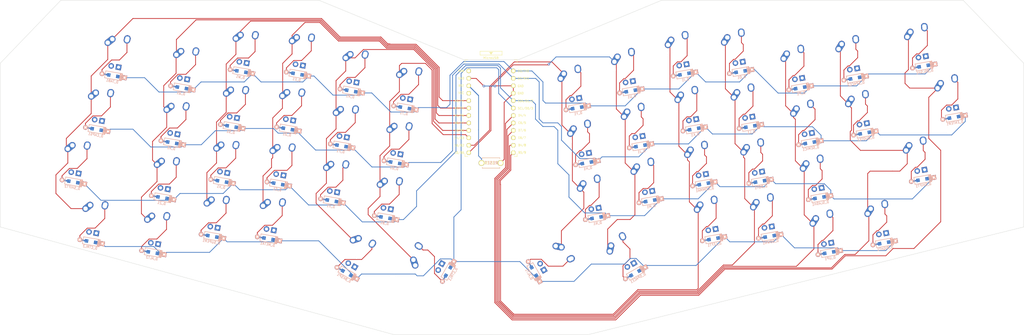
<source format=kicad_pcb>
(kicad_pcb (version 20171130) (host pcbnew "(5.1.4-0-10_14)")
  (layers (0 F.Cu signal) (31 B.Cu signal) (34 B.Paste user) (35 F.Paste user) (36 B.SilkS user) (37 F.SilkS user) (38 B.Mask user) (39 F.Mask user) (44 Edge.Cuts user))
  (net 0 "")
  (net 1 "Net-(D_SHIFT1-Pad2)")
  (net 2 "Net-(D_CTRL1-Pad2)")
  (net 3 "Net-(D_ALT1-Pad2)")
  (net 4 "Net-(D_SPACE1-Pad2)")
  (net 5 "Net-(U1-Pad10)")
  (net 6 "Net-(U1-Pad21)")
  (net 7 "Net-(U1-Pad24)")
  (net 8 "Net-(D_A1-Pad2)")
  (net 9 row1)
  (net 10 row3)
  (net 11 "Net-(D_ALT2-Pad2)")
  (net 12 "Net-(D_B1-Pad2)")
  (net 13 row2)
  (net 14 "Net-(D_BKSP1-Pad2)")
  (net 15 "Net-(D_BSLSH1-Pad2)")
  (net 16 row0)
  (net 17 "Net-(D_C1-Pad2)")
  (net 18 "Net-(D_CAPS1-Pad2)")
  (net 19 "Net-(D_COMMA1-Pad2)")
  (net 20 "Net-(D_CTRL2-Pad2)")
  (net 21 "Net-(D_D1-Pad2)")
  (net 22 "Net-(D_DOT1-Pad2)")
  (net 23 "Net-(D_DOWN1-Pad2)")
  (net 24 "Net-(D_E1-Pad2)")
  (net 25 "Net-(D_ENTER1-Pad2)")
  (net 26 "Net-(D_F1-Pad2)")
  (net 27 "Net-(D_G1-Pad2)")
  (net 28 "Net-(D_H1-Pad2)")
  (net 29 "Net-(D_I1-Pad2)")
  (net 30 "Net-(D_J1-Pad2)")
  (net 31 "Net-(D_K1-Pad2)")
  (net 32 "Net-(D_L1-Pad2)")
  (net 33 "Net-(D_LEFT1-Pad2)")
  (net 34 "Net-(D_M1-Pad2)")
  (net 35 "Net-(D_META1-Pad2)")
  (net 36 "Net-(D_N1-Pad2)")
  (net 37 "Net-(D_O1-Pad2)")
  (net 38 "Net-(D_P1-Pad2)")
  (net 39 "Net-(D_Q1-Pad2)")
  (net 40 "Net-(D_QUOTE1-Pad2)")
  (net 41 "Net-(D_R1-Pad2)")
  (net 42 "Net-(D_RIGHT1-Pad2)")
  (net 43 "Net-(D_S1-Pad2)")
  (net 44 "Net-(D_SEMIC1-Pad2)")
  (net 45 "Net-(D_SHIFT2-Pad2)")
  (net 46 "Net-(D_SLASH1-Pad2)")
  (net 47 "Net-(D_SPACE2-Pad2)")
  (net 48 "Net-(D_SUPER1-Pad2)")
  (net 49 "Net-(D_T1-Pad2)")
  (net 50 "Net-(D_TAB1-Pad2)")
  (net 51 "Net-(D_U1-Pad2)")
  (net 52 "Net-(D_UP1-Pad2)")
  (net 53 "Net-(D_V1-Pad2)")
  (net 54 "Net-(D_W1-Pad2)")
  (net 55 "Net-(D_X1-Pad2)")
  (net 56 "Net-(D_Y1-Pad2)")
  (net 57 "Net-(D_Z1-Pad2)")
  (net 58 col1)
  (net 59 col6)
  (net 60 col5)
  (net 61 col4)
  (net 62 col12)
  (net 63 col3)
  (net 64 col0)
  (net 65 col8)
  (net 66 col9)
  (net 67 col7)
  (net 68 col10)
  (net 69 col11)
  (net 70 col2)
  (net 71 RESET)
  (net 72 GND)
  (module kbd:ResetSW (layer F.Cu) (at 210.8768 93.726)
    (fp_text reference SW1 hide)
    (fp_text value SW_PUSH)
    (fp_text user RESET (at 0 0) (layer F.SilkS))
    (fp_text user RESET (at 0.127 0) (layer B.SilkS) (effects (justify mirror)))
    (pad 2 thru_hole circle (at -3.25 0) (size 2 2) (drill 1.3) (layers *.Cu *.Mask F.SilkS) (net 71 RESET))
    (pad 1 thru_hole circle (at 3.25 0) (size 2 2) (drill 1.3) (layers *.Cu *.Mask F.SilkS) (net 72 GND))
  )
  (module MX_ALPS_Hybrid:MX-1U (layer F.Cu) (at 139.607868 92.737541 350)
    (fp_text reference K_C1)
    (fp_text value KEYSW)
    (pad "" np_thru_hole circle (at 5.08 0 38.0996) (size 1.75 1.75) (drill 1.75) (layers *.Cu *.Mask))
    (pad "" np_thru_hole circle (at -5.08 0 38.0996) (size 1.75 1.75) (drill 1.75) (layers *.Cu *.Mask))
    (pad 4 thru_hole rect (at 1.27 5.08 350) (size 1.905 1.905) (drill 1.04) (layers *.Cu B.Mask))
    (pad 3 thru_hole circle (at -1.27 5.08 350) (size 1.905 1.905) (drill 1.04) (layers *.Cu B.Mask))
    (pad 1 thru_hole circle (at -2.5 -4 350) (size 2.25 2.25) (drill 1.47) (layers *.Cu B.Mask) (net 63 col3))
    (pad "" np_thru_hole circle (at 0 0 350) (size 3.9878 3.9878) (drill 3.9878) (layers *.Cu *.Mask))
    (pad 1 thru_hole oval (at -3.81 -2.54 38.0996) (size 4.211556 2.25) (drill 1.47 (offset 0.980778 0)) (layers *.Cu B.Mask) (net 63 col3))
    (pad 2 thru_hole circle (at 2.54 -5.08 350) (size 2.25 2.25) (drill 1.47) (layers *.Cu B.Mask) (net 17 "Net-(D_C1-Pad2)"))
    (pad 2 thru_hole oval (at 2.5 -4.5 76.0548) (size 2.831378 2.25) (drill 1.47 (offset 0.290689 0)) (layers *.Cu B.Mask) (net 17 "Net-(D_C1-Pad2)"))
  )
  (module MX_ALPS_Hybrid:MX-1.5U (layer F.Cu) (at 357.259188 52.482664 10)
    (fp_text reference K_BSLSH1)
    (fp_text value KEYSW)
    (pad "" np_thru_hole circle (at 5.08 0 58.0996) (size 1.75 1.75) (drill 1.75) (layers *.Cu *.Mask))
    (pad "" np_thru_hole circle (at -5.08 0 58.0996) (size 1.75 1.75) (drill 1.75) (layers *.Cu *.Mask))
    (pad 4 thru_hole rect (at 1.27 5.08 10) (size 1.905 1.905) (drill 1.04) (layers *.Cu B.Mask))
    (pad 3 thru_hole circle (at -1.27 5.08 10) (size 1.905 1.905) (drill 1.04) (layers *.Cu B.Mask))
    (pad 1 thru_hole circle (at -2.5 -4 10) (size 2.25 2.25) (drill 1.47) (layers *.Cu B.Mask) (net 62 col12))
    (pad "" np_thru_hole circle (at 0 0 10) (size 3.9878 3.9878) (drill 3.9878) (layers *.Cu *.Mask))
    (pad 1 thru_hole oval (at -3.81 -2.54 58.0996) (size 4.211556 2.25) (drill 1.47 (offset 0.980778 0)) (layers *.Cu B.Mask) (net 62 col12))
    (pad 2 thru_hole circle (at 2.54 -5.08 10) (size 2.25 2.25) (drill 1.47) (layers *.Cu B.Mask) (net 15 "Net-(D_BSLSH1-Pad2)"))
    (pad 2 thru_hole oval (at 2.5 -4.5 96.0548) (size 2.831378 2.25) (drill 1.47 (offset 0.290689 0)) (layers *.Cu B.Mask) (net 15 "Net-(D_BSLSH1-Pad2)"))
  )
  (module MX_ALPS_Hybrid:MX-1.25U (layer F.Cu) (at 165.7468 124.1974 330)
    (fp_text reference K_BKSP1)
    (fp_text value KEYSW)
    (pad "" np_thru_hole circle (at 5.08 0 18.0996) (size 1.75 1.75) (drill 1.75) (layers *.Cu *.Mask))
    (pad "" np_thru_hole circle (at -5.08 0 18.0996) (size 1.75 1.75) (drill 1.75) (layers *.Cu *.Mask))
    (pad 4 thru_hole rect (at 1.27 5.08 330) (size 1.905 1.905) (drill 1.04) (layers *.Cu B.Mask))
    (pad 3 thru_hole circle (at -1.27 5.08 330) (size 1.905 1.905) (drill 1.04) (layers *.Cu B.Mask))
    (pad 1 thru_hole circle (at -2.5 -4 330) (size 2.25 2.25) (drill 1.47) (layers *.Cu B.Mask) (net 61 col4))
    (pad "" np_thru_hole circle (at 0 0 330) (size 3.9878 3.9878) (drill 3.9878) (layers *.Cu *.Mask))
    (pad 1 thru_hole oval (at -3.81 -2.54 18.0996) (size 4.211556 2.25) (drill 1.47 (offset 0.980778 0)) (layers *.Cu B.Mask) (net 61 col4))
    (pad 2 thru_hole circle (at 2.54 -5.08 330) (size 2.25 2.25) (drill 1.47) (layers *.Cu B.Mask) (net 14 "Net-(D_BKSP1-Pad2)"))
    (pad 2 thru_hole oval (at 2.5 -4.5 56.0548) (size 2.831378 2.25) (drill 1.47 (offset 0.290689 0)) (layers *.Cu B.Mask) (net 14 "Net-(D_BKSP1-Pad2)"))
  )
  (module MX_ALPS_Hybrid:MX-1U (layer F.Cu) (at 176.260804 104.277575 350)
    (fp_text reference K_B1)
    (fp_text value KEYSW)
    (pad "" np_thru_hole circle (at 5.08 0 38.0996) (size 1.75 1.75) (drill 1.75) (layers *.Cu *.Mask))
    (pad "" np_thru_hole circle (at -5.08 0 38.0996) (size 1.75 1.75) (drill 1.75) (layers *.Cu *.Mask))
    (pad 4 thru_hole rect (at 1.27 5.08 350) (size 1.905 1.905) (drill 1.04) (layers *.Cu B.Mask))
    (pad 3 thru_hole circle (at -1.27 5.08 350) (size 1.905 1.905) (drill 1.04) (layers *.Cu B.Mask))
    (pad 1 thru_hole circle (at -2.5 -4 350) (size 2.25 2.25) (drill 1.47) (layers *.Cu B.Mask) (net 60 col5))
    (pad "" np_thru_hole circle (at 0 0 350) (size 3.9878 3.9878) (drill 3.9878) (layers *.Cu *.Mask))
    (pad 1 thru_hole oval (at -3.81 -2.54 38.0996) (size 4.211556 2.25) (drill 1.47 (offset 0.980778 0)) (layers *.Cu B.Mask) (net 60 col5))
    (pad 2 thru_hole circle (at 2.54 -5.08 350) (size 2.25 2.25) (drill 1.47) (layers *.Cu B.Mask) (net 12 "Net-(D_B1-Pad2)"))
    (pad 2 thru_hole oval (at 2.5 -4.5 76.0548) (size 2.831378 2.25) (drill 1.47 (offset 0.290689 0)) (layers *.Cu B.Mask) (net 12 "Net-(D_B1-Pad2)"))
  )
  (module MX_ALPS_Hybrid:MX-1U (layer F.Cu) (at 96.781742 116.207422 350)
    (fp_text reference K_ALT2)
    (fp_text value KEYSW)
    (pad "" np_thru_hole circle (at 5.08 0 38.0996) (size 1.75 1.75) (drill 1.75) (layers *.Cu *.Mask))
    (pad "" np_thru_hole circle (at -5.08 0 38.0996) (size 1.75 1.75) (drill 1.75) (layers *.Cu *.Mask))
    (pad 4 thru_hole rect (at 1.27 5.08 350) (size 1.905 1.905) (drill 1.04) (layers *.Cu B.Mask))
    (pad 3 thru_hole circle (at -1.27 5.08 350) (size 1.905 1.905) (drill 1.04) (layers *.Cu B.Mask))
    (pad 1 thru_hole circle (at -2.5 -4 350) (size 2.25 2.25) (drill 1.47) (layers *.Cu B.Mask) (net 58 col1))
    (pad "" np_thru_hole circle (at 0 0 350) (size 3.9878 3.9878) (drill 3.9878) (layers *.Cu *.Mask))
    (pad 1 thru_hole oval (at -3.81 -2.54 38.0996) (size 4.211556 2.25) (drill 1.47 (offset 0.980778 0)) (layers *.Cu B.Mask) (net 58 col1))
    (pad 2 thru_hole circle (at 2.54 -5.08 350) (size 2.25 2.25) (drill 1.47) (layers *.Cu B.Mask) (net 11 "Net-(D_ALT2-Pad2)"))
    (pad 2 thru_hole oval (at 2.5 -4.5 76.0548) (size 2.831378 2.25) (drill 1.47 (offset 0.290689 0)) (layers *.Cu B.Mask) (net 11 "Net-(D_ALT2-Pad2)"))
  )
  (module MX_ALPS_Hybrid:MX-1U (layer F.Cu) (at 103.397737 78.686247 350)
    (fp_text reference K_A1)
    (fp_text value KEYSW)
    (pad "" np_thru_hole circle (at 5.08 0 38.0996) (size 1.75 1.75) (drill 1.75) (layers *.Cu *.Mask))
    (pad "" np_thru_hole circle (at -5.08 0 38.0996) (size 1.75 1.75) (drill 1.75) (layers *.Cu *.Mask))
    (pad 4 thru_hole rect (at 1.27 5.08 350) (size 1.905 1.905) (drill 1.04) (layers *.Cu B.Mask))
    (pad 3 thru_hole circle (at -1.27 5.08 350) (size 1.905 1.905) (drill 1.04) (layers *.Cu B.Mask))
    (pad 1 thru_hole circle (at -2.5 -4 350) (size 2.25 2.25) (drill 1.47) (layers *.Cu B.Mask) (net 58 col1))
    (pad "" np_thru_hole circle (at 0 0 350) (size 3.9878 3.9878) (drill 3.9878) (layers *.Cu *.Mask))
    (pad 1 thru_hole oval (at -3.81 -2.54 38.0996) (size 4.211556 2.25) (drill 1.47 (offset 0.980778 0)) (layers *.Cu B.Mask) (net 58 col1))
    (pad 2 thru_hole circle (at 2.54 -5.08 350) (size 2.25 2.25) (drill 1.47) (layers *.Cu B.Mask) (net 8 "Net-(D_A1-Pad2)"))
    (pad 2 thru_hole oval (at 2.5 -4.5 76.0548) (size 2.831378 2.25) (drill 1.47 (offset 0.290689 0)) (layers *.Cu B.Mask) (net 8 "Net-(D_A1-Pad2)"))
  )
  (module keyboard_parts:D_SOD123_axial (layer B.Cu) (at 98.656274 105.576422 170)
    (fp_text reference D_Z1 (at 0 -1.925 350) (layer B.SilkS) (effects (font (size 0.8 0.8)) (justify mirror)))
    (fp_text value D hide)
    (pad 2 smd rect (at 2.7 0 170) (size 2.5 0.5) (layers B.Cu) (net 57 "Net-(D_Z1-Pad2)"))
    (pad 1 smd rect (at -2.7 0 170) (size 2.5 0.5) (layers B.Cu) (net 13 row2))
    (pad 2 thru_hole circle (at 3.9 0 170) (size 1.6 1.6) (drill 0.7) (layers *.Cu *.Mask B.SilkS) (net 57 "Net-(D_Z1-Pad2)"))
    (pad 1 thru_hole rect (at -3.9 0 170) (size 1.6 1.6) (drill 0.7) (layers *.Cu *.Mask B.SilkS) (net 13 row2))
    (pad 1 smd rect (at -1.575 0 170) (size 1.2 1.2) (layers B.Cu B.Paste B.Mask) (net 13 row2))
    (pad 2 smd rect (at 1.575 0 170) (size 1.2 1.2) (layers B.Cu B.Paste B.Mask) (net 57 "Net-(D_Z1-Pad2)"))
  )
  (module keyboard_parts:D_SOD123_axial (layer B.Cu) (at 240.310266 74.885988 190)
    (fp_text reference D_Y1 (at 0 -1.925 190) (layer B.SilkS) (effects (font (size 0.8 0.8)) (justify mirror)))
    (fp_text value D hide)
    (pad 2 smd rect (at 2.7 0 190) (size 2.5 0.5) (layers B.Cu) (net 56 "Net-(D_Y1-Pad2)"))
    (pad 1 smd rect (at -2.7 0 190) (size 2.5 0.5) (layers B.Cu) (net 16 row0))
    (pad 2 thru_hole circle (at 3.9 0 190) (size 1.6 1.6) (drill 0.7) (layers *.Cu *.Mask B.SilkS) (net 56 "Net-(D_Y1-Pad2)"))
    (pad 1 thru_hole rect (at -3.9 0 190) (size 1.6 1.6) (drill 0.7) (layers *.Cu *.Mask B.SilkS) (net 16 row0))
    (pad 1 smd rect (at -1.575 0 190) (size 1.2 1.2) (layers B.Cu B.Paste B.Mask) (net 16 row0))
    (pad 2 smd rect (at 1.575 0 190) (size 1.2 1.2) (layers B.Cu B.Paste B.Mask) (net 56 "Net-(D_Y1-Pad2)"))
  )
  (module keyboard_parts:D_SOD123_axial (layer B.Cu) (at 118.979696 100.02115 170)
    (fp_text reference D_X1 (at 0 -1.925 350) (layer B.SilkS) (effects (font (size 0.8 0.8)) (justify mirror)))
    (fp_text value D hide)
    (pad 2 smd rect (at 2.7 0 170) (size 2.5 0.5) (layers B.Cu) (net 55 "Net-(D_X1-Pad2)"))
    (pad 1 smd rect (at -2.7 0 170) (size 2.5 0.5) (layers B.Cu) (net 13 row2))
    (pad 2 thru_hole circle (at 3.9 0 170) (size 1.6 1.6) (drill 0.7) (layers *.Cu *.Mask B.SilkS) (net 55 "Net-(D_X1-Pad2)"))
    (pad 1 thru_hole rect (at -3.9 0 170) (size 1.6 1.6) (drill 0.7) (layers *.Cu *.Mask B.SilkS) (net 13 row2))
    (pad 1 smd rect (at -1.575 0 170) (size 1.2 1.2) (layers B.Cu B.Paste B.Mask) (net 13 row2))
    (pad 2 smd rect (at 1.575 0 170) (size 1.2 1.2) (layers B.Cu B.Paste B.Mask) (net 55 "Net-(D_X1-Pad2)"))
  )
  (module keyboard_parts:D_SOD123_axial (layer B.Cu) (at 125.595691 62.499975 170)
    (fp_text reference D_W1 (at 0 -1.925 350) (layer B.SilkS) (effects (font (size 0.8 0.8)) (justify mirror)))
    (fp_text value D hide)
    (pad 2 smd rect (at 2.7 0 170) (size 2.5 0.5) (layers B.Cu) (net 54 "Net-(D_W1-Pad2)"))
    (pad 1 smd rect (at -2.7 0 170) (size 2.5 0.5) (layers B.Cu) (net 16 row0))
    (pad 2 thru_hole circle (at 3.9 0 170) (size 1.6 1.6) (drill 0.7) (layers *.Cu *.Mask B.SilkS) (net 54 "Net-(D_W1-Pad2)"))
    (pad 1 thru_hole rect (at -3.9 0 170) (size 1.6 1.6) (drill 0.7) (layers *.Cu *.Mask B.SilkS) (net 16 row0))
    (pad 1 smd rect (at -1.575 0 170) (size 1.2 1.2) (layers B.Cu B.Paste B.Mask) (net 16 row0))
    (pad 2 smd rect (at 1.575 0 170) (size 1.2 1.2) (layers B.Cu B.Paste B.Mask) (net 54 "Net-(D_W1-Pad2)"))
  )
  (module keyboard_parts:D_SOD123_axial (layer B.Cu) (at 156.500871 106.637146 170)
    (fp_text reference D_V1 (at 0 -1.925 350) (layer B.SilkS) (effects (font (size 0.8 0.8)) (justify mirror)))
    (fp_text value D hide)
    (pad 2 smd rect (at 2.7 0 170) (size 2.5 0.5) (layers B.Cu) (net 53 "Net-(D_V1-Pad2)"))
    (pad 1 smd rect (at -2.7 0 170) (size 2.5 0.5) (layers B.Cu) (net 13 row2))
    (pad 2 thru_hole circle (at 3.9 0 170) (size 1.6 1.6) (drill 0.7) (layers *.Cu *.Mask B.SilkS) (net 53 "Net-(D_V1-Pad2)"))
    (pad 1 thru_hole rect (at -3.9 0 170) (size 1.6 1.6) (drill 0.7) (layers *.Cu *.Mask B.SilkS) (net 13 row2))
    (pad 1 smd rect (at -1.575 0 170) (size 1.2 1.2) (layers B.Cu B.Paste B.Mask) (net 13 row2))
    (pad 2 smd rect (at 1.575 0 170) (size 1.2 1.2) (layers B.Cu B.Paste B.Mask) (net 53 "Net-(D_V1-Pad2)"))
  )
  (module keyboard_parts:D_SOD123_axial (layer B.Cu) (at 326.405324 124.33701 190)
    (fp_text reference D_UP1 (at 0 -1.925 190) (layer B.SilkS) (effects (font (size 0.8 0.8)) (justify mirror)))
    (fp_text value D hide)
    (pad 2 smd rect (at 2.7 0 190) (size 2.5 0.5) (layers B.Cu) (net 52 "Net-(D_UP1-Pad2)"))
    (pad 1 smd rect (at -2.7 0 190) (size 2.5 0.5) (layers B.Cu) (net 10 row3))
    (pad 2 thru_hole circle (at 3.9 0 190) (size 1.6 1.6) (drill 0.7) (layers *.Cu *.Mask B.SilkS) (net 52 "Net-(D_UP1-Pad2)"))
    (pad 1 thru_hole rect (at -3.9 0 190) (size 1.6 1.6) (drill 0.7) (layers *.Cu *.Mask B.SilkS) (net 10 row3))
    (pad 1 smd rect (at -1.575 0 190) (size 1.2 1.2) (layers B.Cu B.Paste B.Mask) (net 10 row3))
    (pad 2 smd rect (at 1.575 0 190) (size 1.2 1.2) (layers B.Cu B.Paste B.Mask) (net 52 "Net-(D_UP1-Pad2)"))
  )
  (module keyboard_parts:D_SOD123_axial (layer B.Cu) (at 258.636734 69.115971 190)
    (fp_text reference D_U1 (at 0 -1.925 190) (layer B.SilkS) (effects (font (size 0.8 0.8)) (justify mirror)))
    (fp_text value D hide)
    (pad 2 smd rect (at 2.7 0 190) (size 2.5 0.5) (layers B.Cu) (net 51 "Net-(D_U1-Pad2)"))
    (pad 1 smd rect (at -2.7 0 190) (size 2.5 0.5) (layers B.Cu) (net 16 row0))
    (pad 2 thru_hole circle (at 3.9 0 190) (size 1.6 1.6) (drill 0.7) (layers *.Cu *.Mask B.SilkS) (net 51 "Net-(D_U1-Pad2)"))
    (pad 1 thru_hole rect (at -3.9 0 190) (size 1.6 1.6) (drill 0.7) (layers *.Cu *.Mask B.SilkS) (net 16 row0))
    (pad 1 smd rect (at -1.575 0 190) (size 1.2 1.2) (layers B.Cu B.Paste B.Mask) (net 16 row0))
    (pad 2 smd rect (at 1.575 0 190) (size 1.2 1.2) (layers B.Cu B.Paste B.Mask) (net 51 "Net-(D_U1-Pad2)"))
  )
  (module keyboard_parts:D_SOD123_axial (layer B.Cu) (at 81.821534 63.92025 170)
    (fp_text reference D_TAB1 (at 0 -1.925 350) (layer B.SilkS) (effects (font (size 0.8 0.8)) (justify mirror)))
    (fp_text value D hide)
    (pad 2 smd rect (at 2.7 0 170) (size 2.5 0.5) (layers B.Cu) (net 50 "Net-(D_TAB1-Pad2)"))
    (pad 1 smd rect (at -2.7 0 170) (size 2.5 0.5) (layers B.Cu) (net 16 row0))
    (pad 2 thru_hole circle (at 3.9 0 170) (size 1.6 1.6) (drill 0.7) (layers *.Cu *.Mask B.SilkS) (net 50 "Net-(D_TAB1-Pad2)"))
    (pad 1 thru_hole rect (at -3.9 0 170) (size 1.6 1.6) (drill 0.7) (layers *.Cu *.Mask B.SilkS) (net 16 row0))
    (pad 1 smd rect (at -1.575 0 170) (size 1.2 1.2) (layers B.Cu B.Paste B.Mask) (net 16 row0))
    (pad 2 smd rect (at 1.575 0 170) (size 1.2 1.2) (layers B.Cu B.Paste B.Mask) (net 50 "Net-(D_TAB1-Pad2)"))
  )
  (module keyboard_parts:D_SOD123_axial (layer B.Cu) (at 181.443334 74.885988 170)
    (fp_text reference D_T1 (at 0 -1.925 350) (layer B.SilkS) (effects (font (size 0.8 0.8)) (justify mirror)))
    (fp_text value D hide)
    (pad 2 smd rect (at 2.7 0 170) (size 2.5 0.5) (layers B.Cu) (net 49 "Net-(D_T1-Pad2)"))
    (pad 1 smd rect (at -2.7 0 170) (size 2.5 0.5) (layers B.Cu) (net 16 row0))
    (pad 2 thru_hole circle (at 3.9 0 170) (size 1.6 1.6) (drill 0.7) (layers *.Cu *.Mask B.SilkS) (net 49 "Net-(D_T1-Pad2)"))
    (pad 1 thru_hole rect (at -3.9 0 170) (size 1.6 1.6) (drill 0.7) (layers *.Cu *.Mask B.SilkS) (net 16 row0))
    (pad 1 smd rect (at -1.575 0 170) (size 1.2 1.2) (layers B.Cu B.Paste B.Mask) (net 16 row0))
    (pad 2 smd rect (at 1.575 0 170) (size 1.2 1.2) (layers B.Cu B.Paste B.Mask) (net 49 "Net-(D_T1-Pad2)"))
  )
  (module keyboard_parts:D_SOD123_axial (layer B.Cu) (at 115.671698 118.781738 170)
    (fp_text reference D_SUPER1 (at 0 -1.925 170) (layer B.SilkS) (effects (font (size 0.8 0.8)) (justify mirror)))
    (fp_text value D hide)
    (pad 2 smd rect (at 2.7 0 170) (size 2.5 0.5) (layers B.Cu) (net 48 "Net-(D_SUPER1-Pad2)"))
    (pad 1 smd rect (at -2.7 0 170) (size 2.5 0.5) (layers B.Cu) (net 10 row3))
    (pad 2 thru_hole circle (at 3.9 0 170) (size 1.6 1.6) (drill 0.7) (layers *.Cu *.Mask B.SilkS) (net 48 "Net-(D_SUPER1-Pad2)"))
    (pad 1 thru_hole rect (at -3.9 0 170) (size 1.6 1.6) (drill 0.7) (layers *.Cu *.Mask B.SilkS) (net 10 row3))
    (pad 1 smd rect (at -1.575 0 170) (size 1.2 1.2) (layers B.Cu B.Paste B.Mask) (net 10 row3))
    (pad 2 smd rect (at 1.575 0 170) (size 1.2 1.2) (layers B.Cu B.Paste B.Mask) (net 48 "Net-(D_SUPER1-Pad2)"))
  )
  (module keyboard_parts:D_SOD123_axial (layer B.Cu) (at 335.241919 64.747249 190)
    (fp_text reference D_SPACE2 (at 0 -1.925 190) (layer B.SilkS) (effects (font (size 0.8 0.8)) (justify mirror)))
    (fp_text value D hide)
    (pad 2 smd rect (at 2.7 0 190) (size 2.5 0.5) (layers B.Cu) (net 47 "Net-(D_SPACE2-Pad2)"))
    (pad 1 smd rect (at -2.7 0 190) (size 2.5 0.5) (layers B.Cu) (net 16 row0))
    (pad 2 thru_hole circle (at 3.9 0 190) (size 1.6 1.6) (drill 0.7) (layers *.Cu *.Mask B.SilkS) (net 47 "Net-(D_SPACE2-Pad2)"))
    (pad 1 thru_hole rect (at -3.9 0 190) (size 1.6 1.6) (drill 0.7) (layers *.Cu *.Mask B.SilkS) (net 16 row0))
    (pad 1 smd rect (at -1.575 0 190) (size 1.2 1.2) (layers B.Cu B.Paste B.Mask) (net 16 row0))
    (pad 2 smd rect (at 1.575 0 190) (size 1.2 1.2) (layers B.Cu B.Paste B.Mask) (net 47 "Net-(D_SPACE2-Pad2)"))
  )
  (module keyboard_parts:D_SOD123_axial (layer B.Cu) (at 260.1343 131.34644 210)
    (fp_text reference D_SPACE1 (at 0 -1.925 30) (layer B.SilkS) (effects (font (size 0.8 0.8)) (justify mirror)))
    (fp_text value D hide)
    (pad 2 smd rect (at 2.7 0 210) (size 2.5 0.5) (layers B.Cu) (net 4 "Net-(D_SPACE1-Pad2)"))
    (pad 1 smd rect (at -2.7 0 210) (size 2.5 0.5) (layers B.Cu) (net 10 row3))
    (pad 2 thru_hole circle (at 3.9 0 210) (size 1.6 1.6) (drill 0.7) (layers *.Cu *.Mask B.SilkS) (net 4 "Net-(D_SPACE1-Pad2)"))
    (pad 1 thru_hole rect (at -3.9 0 210) (size 1.6 1.6) (drill 0.7) (layers *.Cu *.Mask B.SilkS) (net 10 row3))
    (pad 1 smd rect (at -1.575 0 210) (size 1.2 1.2) (layers B.Cu B.Paste B.Mask) (net 10 row3))
    (pad 2 smd rect (at 1.575 0 210) (size 1.2 1.2) (layers B.Cu B.Paste B.Mask) (net 4 "Net-(D_SPACE1-Pad2)"))
  )
  (module keyboard_parts:D_SOD123_axial (layer B.Cu) (at 323.097326 105.576422 190)
    (fp_text reference D_SLASH1 (at 0 -1.925 190) (layer B.SilkS) (effects (font (size 0.8 0.8)) (justify mirror)))
    (fp_text value D hide)
    (pad 2 smd rect (at 2.7 0 190) (size 2.5 0.5) (layers B.Cu) (net 46 "Net-(D_SLASH1-Pad2)"))
    (pad 1 smd rect (at -2.7 0 190) (size 2.5 0.5) (layers B.Cu) (net 13 row2))
    (pad 2 thru_hole circle (at 3.9 0 190) (size 1.6 1.6) (drill 0.7) (layers *.Cu *.Mask B.SilkS) (net 46 "Net-(D_SLASH1-Pad2)"))
    (pad 1 thru_hole rect (at -3.9 0 190) (size 1.6 1.6) (drill 0.7) (layers *.Cu *.Mask B.SilkS) (net 13 row2))
    (pad 1 smd rect (at -1.575 0 190) (size 1.2 1.2) (layers B.Cu B.Paste B.Mask) (net 13 row2))
    (pad 2 smd rect (at 1.575 0 190) (size 1.2 1.2) (layers B.Cu B.Paste B.Mask) (net 46 "Net-(D_SLASH1-Pad2)"))
  )
  (module keyboard_parts:D_SOD123_axial (layer B.Cu) (at 68.170318 100.200926 170)
    (fp_text reference D_SHIFT2 (at 0 -1.925 350) (layer B.SilkS) (effects (font (size 0.8 0.8)) (justify mirror)))
    (fp_text value D hide)
    (pad 2 smd rect (at 2.7 0 170) (size 2.5 0.5) (layers B.Cu) (net 45 "Net-(D_SHIFT2-Pad2)"))
    (pad 1 smd rect (at -2.7 0 170) (size 2.5 0.5) (layers B.Cu) (net 13 row2))
    (pad 2 thru_hole circle (at 3.9 0 170) (size 1.6 1.6) (drill 0.7) (layers *.Cu *.Mask B.SilkS) (net 45 "Net-(D_SHIFT2-Pad2)"))
    (pad 1 thru_hole rect (at -3.9 0 170) (size 1.6 1.6) (drill 0.7) (layers *.Cu *.Mask B.SilkS) (net 13 row2))
    (pad 1 smd rect (at -1.575 0 170) (size 1.2 1.2) (layers B.Cu B.Paste B.Mask) (net 13 row2))
    (pad 2 smd rect (at 1.575 0 170) (size 1.2 1.2) (layers B.Cu B.Paste B.Mask) (net 45 "Net-(D_SHIFT2-Pad2)"))
  )
  (module keyboard_parts:D_SOD123_axial (layer B.Cu) (at 358.273429 99.373926 190)
    (fp_text reference D_SHIFT1 (at 0 -1.925 190) (layer B.SilkS) (effects (font (size 0.8 0.8)) (justify mirror)))
    (fp_text value D hide)
    (pad 2 smd rect (at 2.7 0 190) (size 2.5 0.5) (layers B.Cu) (net 1 "Net-(D_SHIFT1-Pad2)"))
    (pad 1 smd rect (at -2.7 0 190) (size 2.5 0.5) (layers B.Cu) (net 13 row2))
    (pad 2 thru_hole circle (at 3.9 0 190) (size 1.6 1.6) (drill 0.7) (layers *.Cu *.Mask B.SilkS) (net 1 "Net-(D_SHIFT1-Pad2)"))
    (pad 1 thru_hole rect (at -3.9 0 190) (size 1.6 1.6) (drill 0.7) (layers *.Cu *.Mask B.SilkS) (net 13 row2))
    (pad 1 smd rect (at -1.575 0 190) (size 1.2 1.2) (layers B.Cu B.Paste B.Mask) (net 13 row2))
    (pad 2 smd rect (at 1.575 0 190) (size 1.2 1.2) (layers B.Cu B.Paste B.Mask) (net 1 "Net-(D_SHIFT1-Pad2)"))
  )
  (module keyboard_parts:D_SOD123_axial (layer B.Cu) (at 319.789329 86.815835 190)
    (fp_text reference D_SEMIC1 (at 0 -1.925 10) (layer B.SilkS) (effects (font (size 0.8 0.8)) (justify mirror)))
    (fp_text value D hide)
    (pad 2 smd rect (at 2.7 0 190) (size 2.5 0.5) (layers B.Cu) (net 44 "Net-(D_SEMIC1-Pad2)"))
    (pad 1 smd rect (at -2.7 0 190) (size 2.5 0.5) (layers B.Cu) (net 9 row1))
    (pad 2 thru_hole circle (at 3.9 0 190) (size 1.6 1.6) (drill 0.7) (layers *.Cu *.Mask B.SilkS) (net 44 "Net-(D_SEMIC1-Pad2)"))
    (pad 1 thru_hole rect (at -3.9 0 190) (size 1.6 1.6) (drill 0.7) (layers *.Cu *.Mask B.SilkS) (net 9 row1))
    (pad 1 smd rect (at -1.575 0 190) (size 1.2 1.2) (layers B.Cu B.Paste B.Mask) (net 9 row1))
    (pad 2 smd rect (at 1.575 0 190) (size 1.2 1.2) (layers B.Cu B.Paste B.Mask) (net 44 "Net-(D_SEMIC1-Pad2)"))
  )
  (module keyboard_parts:D_SOD123_axial (layer B.Cu) (at 122.287694 81.260563 170)
    (fp_text reference D_S1 (at 0 -1.925 170) (layer B.SilkS) (effects (font (size 0.8 0.8)) (justify mirror)))
    (fp_text value D hide)
    (pad 2 smd rect (at 2.7 0 170) (size 2.5 0.5) (layers B.Cu) (net 43 "Net-(D_S1-Pad2)"))
    (pad 1 smd rect (at -2.7 0 170) (size 2.5 0.5) (layers B.Cu) (net 9 row1))
    (pad 2 thru_hole circle (at 3.9 0 170) (size 1.6 1.6) (drill 0.7) (layers *.Cu *.Mask B.SilkS) (net 43 "Net-(D_S1-Pad2)"))
    (pad 1 thru_hole rect (at -3.9 0 170) (size 1.6 1.6) (drill 0.7) (layers *.Cu *.Mask B.SilkS) (net 9 row1))
    (pad 1 smd rect (at -1.575 0 170) (size 1.2 1.2) (layers B.Cu B.Paste B.Mask) (net 9 row1))
    (pad 2 smd rect (at 1.575 0 170) (size 1.2 1.2) (layers B.Cu B.Paste B.Mask) (net 43 "Net-(D_S1-Pad2)"))
  )
  (module keyboard_parts:D_SOD123_axial (layer B.Cu) (at 345.165912 121.029012 190)
    (fp_text reference D_RIGHT1 (at 0 -1.925 190) (layer B.SilkS) (effects (font (size 0.8 0.8)) (justify mirror)))
    (fp_text value D hide)
    (pad 2 smd rect (at 2.7 0 190) (size 2.5 0.5) (layers B.Cu) (net 42 "Net-(D_RIGHT1-Pad2)"))
    (pad 1 smd rect (at -2.7 0 190) (size 2.5 0.5) (layers B.Cu) (net 10 row3))
    (pad 2 thru_hole circle (at 3.9 0 190) (size 1.6 1.6) (drill 0.7) (layers *.Cu *.Mask B.SilkS) (net 42 "Net-(D_RIGHT1-Pad2)"))
    (pad 1 thru_hole rect (at -3.9 0 190) (size 1.6 1.6) (drill 0.7) (layers *.Cu *.Mask B.SilkS) (net 10 row3))
    (pad 1 smd rect (at -1.575 0 190) (size 1.2 1.2) (layers B.Cu B.Paste B.Mask) (net 10 row3))
    (pad 2 smd rect (at 1.575 0 190) (size 1.2 1.2) (layers B.Cu B.Paste B.Mask) (net 42 "Net-(D_RIGHT1-Pad2)"))
  )
  (module keyboard_parts:D_SOD123_axial (layer B.Cu) (at 163.116866 69.115971 170)
    (fp_text reference D_R1 (at 0 -1.925 170) (layer B.SilkS) (effects (font (size 0.8 0.8)) (justify mirror)))
    (fp_text value D hide)
    (pad 2 smd rect (at 2.7 0 170) (size 2.5 0.5) (layers B.Cu) (net 41 "Net-(D_R1-Pad2)"))
    (pad 1 smd rect (at -2.7 0 170) (size 2.5 0.5) (layers B.Cu) (net 16 row0))
    (pad 2 thru_hole circle (at 3.9 0 170) (size 1.6 1.6) (drill 0.7) (layers *.Cu *.Mask B.SilkS) (net 41 "Net-(D_R1-Pad2)"))
    (pad 1 thru_hole rect (at -3.9 0 170) (size 1.6 1.6) (drill 0.7) (layers *.Cu *.Mask B.SilkS) (net 16 row0))
    (pad 1 smd rect (at -1.575 0 170) (size 1.2 1.2) (layers B.Cu B.Paste B.Mask) (net 16 row0))
    (pad 2 smd rect (at 1.575 0 170) (size 1.2 1.2) (layers B.Cu B.Paste B.Mask) (net 41 "Net-(D_R1-Pad2)"))
  )
  (module keyboard_parts:D_SOD123_axial (layer B.Cu) (at 338.549917 83.507837 190)
    (fp_text reference D_QUOTE1 (at 0 -1.925 10) (layer B.SilkS) (effects (font (size 0.8 0.8)) (justify mirror)))
    (fp_text value D hide)
    (pad 2 smd rect (at 2.7 0 190) (size 2.5 0.5) (layers B.Cu) (net 40 "Net-(D_QUOTE1-Pad2)"))
    (pad 1 smd rect (at -2.7 0 190) (size 2.5 0.5) (layers B.Cu) (net 9 row1))
    (pad 2 thru_hole circle (at 3.9 0 190) (size 1.6 1.6) (drill 0.7) (layers *.Cu *.Mask B.SilkS) (net 40 "Net-(D_QUOTE1-Pad2)"))
    (pad 1 thru_hole rect (at -3.9 0 190) (size 1.6 1.6) (drill 0.7) (layers *.Cu *.Mask B.SilkS) (net 9 row1))
    (pad 1 smd rect (at -1.575 0 190) (size 1.2 1.2) (layers B.Cu B.Paste B.Mask) (net 9 row1))
    (pad 2 smd rect (at 1.575 0 190) (size 1.2 1.2) (layers B.Cu B.Paste B.Mask) (net 40 "Net-(D_QUOTE1-Pad2)"))
  )
  (module keyboard_parts:D_SOD123_axial (layer B.Cu) (at 105.272269 68.055247 170)
    (fp_text reference D_Q1 (at 0 -1.925 170) (layer B.SilkS) (effects (font (size 0.8 0.8)) (justify mirror)))
    (fp_text value D hide)
    (pad 2 smd rect (at 2.7 0 170) (size 2.5 0.5) (layers B.Cu) (net 39 "Net-(D_Q1-Pad2)"))
    (pad 1 smd rect (at -2.7 0 170) (size 2.5 0.5) (layers B.Cu) (net 16 row0))
    (pad 2 thru_hole circle (at 3.9 0 170) (size 1.6 1.6) (drill 0.7) (layers *.Cu *.Mask B.SilkS) (net 39 "Net-(D_Q1-Pad2)"))
    (pad 1 thru_hole rect (at -3.9 0 170) (size 1.6 1.6) (drill 0.7) (layers *.Cu *.Mask B.SilkS) (net 16 row0))
    (pad 1 smd rect (at -1.575 0 170) (size 1.2 1.2) (layers B.Cu B.Paste B.Mask) (net 16 row0))
    (pad 2 smd rect (at 1.575 0 170) (size 1.2 1.2) (layers B.Cu B.Paste B.Mask) (net 39 "Net-(D_Q1-Pad2)"))
  )
  (module keyboard_parts:D_SOD123_axial (layer B.Cu) (at 316.481331 68.055247 190)
    (fp_text reference D_P1 (at 0 -1.925 10) (layer B.SilkS) (effects (font (size 0.8 0.8)) (justify mirror)))
    (fp_text value D hide)
    (pad 2 smd rect (at 2.7 0 190) (size 2.5 0.5) (layers B.Cu) (net 38 "Net-(D_P1-Pad2)"))
    (pad 1 smd rect (at -2.7 0 190) (size 2.5 0.5) (layers B.Cu) (net 16 row0))
    (pad 2 thru_hole circle (at 3.9 0 190) (size 1.6 1.6) (drill 0.7) (layers *.Cu *.Mask B.SilkS) (net 38 "Net-(D_P1-Pad2)"))
    (pad 1 thru_hole rect (at -3.9 0 190) (size 1.6 1.6) (drill 0.7) (layers *.Cu *.Mask B.SilkS) (net 16 row0))
    (pad 1 smd rect (at -1.575 0 190) (size 1.2 1.2) (layers B.Cu B.Paste B.Mask) (net 16 row0))
    (pad 2 smd rect (at 1.575 0 190) (size 1.2 1.2) (layers B.Cu B.Paste B.Mask) (net 38 "Net-(D_P1-Pad2)"))
  )
  (module keyboard_parts:D_SOD123_axial (layer B.Cu) (at 296.157909 62.499975 190)
    (fp_text reference D_O1 (at 0 -1.925 10) (layer B.SilkS) (effects (font (size 0.8 0.8)) (justify mirror)))
    (fp_text value D hide)
    (pad 2 smd rect (at 2.7 0 190) (size 2.5 0.5) (layers B.Cu) (net 37 "Net-(D_O1-Pad2)"))
    (pad 1 smd rect (at -2.7 0 190) (size 2.5 0.5) (layers B.Cu) (net 16 row0))
    (pad 2 thru_hole circle (at 3.9 0 190) (size 1.6 1.6) (drill 0.7) (layers *.Cu *.Mask B.SilkS) (net 37 "Net-(D_O1-Pad2)"))
    (pad 1 thru_hole rect (at -3.9 0 190) (size 1.6 1.6) (drill 0.7) (layers *.Cu *.Mask B.SilkS) (net 16 row0))
    (pad 1 smd rect (at -1.575 0 190) (size 1.2 1.2) (layers B.Cu B.Paste B.Mask) (net 16 row0))
    (pad 2 smd rect (at 1.575 0 190) (size 1.2 1.2) (layers B.Cu B.Paste B.Mask) (net 37 "Net-(D_O1-Pad2)"))
  )
  (module keyboard_parts:D_SOD123_axial (layer B.Cu) (at 246.926261 112.407163 190)
    (fp_text reference D_N1 (at 0 -1.925 10) (layer B.SilkS) (effects (font (size 0.8 0.8)) (justify mirror)))
    (fp_text value D hide)
    (pad 2 smd rect (at 2.7 0 190) (size 2.5 0.5) (layers B.Cu) (net 36 "Net-(D_N1-Pad2)"))
    (pad 1 smd rect (at -2.7 0 190) (size 2.5 0.5) (layers B.Cu) (net 13 row2))
    (pad 2 thru_hole circle (at 3.9 0 190) (size 1.6 1.6) (drill 0.7) (layers *.Cu *.Mask B.SilkS) (net 36 "Net-(D_N1-Pad2)"))
    (pad 1 thru_hole rect (at -3.9 0 190) (size 1.6 1.6) (drill 0.7) (layers *.Cu *.Mask B.SilkS) (net 13 row2))
    (pad 1 smd rect (at -1.575 0 190) (size 1.2 1.2) (layers B.Cu B.Paste B.Mask) (net 13 row2))
    (pad 2 smd rect (at 1.575 0 190) (size 1.2 1.2) (layers B.Cu B.Paste B.Mask) (net 36 "Net-(D_N1-Pad2)"))
  )
  (module keyboard_parts:D_SOD123_axial (layer B.Cu) (at 134.866405 119.627717 170)
    (fp_text reference D_META1 (at 0 -1.925 170) (layer B.SilkS) (effects (font (size 0.8 0.8)) (justify mirror)))
    (fp_text value D hide)
    (pad 2 smd rect (at 2.7 0 170) (size 2.5 0.5) (layers B.Cu) (net 35 "Net-(D_META1-Pad2)"))
    (pad 1 smd rect (at -2.7 0 170) (size 2.5 0.5) (layers B.Cu) (net 10 row3))
    (pad 2 thru_hole circle (at 3.9 0 170) (size 1.6 1.6) (drill 0.7) (layers *.Cu *.Mask B.SilkS) (net 35 "Net-(D_META1-Pad2)"))
    (pad 1 thru_hole rect (at -3.9 0 170) (size 1.6 1.6) (drill 0.7) (layers *.Cu *.Mask B.SilkS) (net 10 row3))
    (pad 1 smd rect (at -1.575 0 170) (size 1.2 1.2) (layers B.Cu B.Paste B.Mask) (net 10 row3))
    (pad 2 smd rect (at 1.575 0 170) (size 1.2 1.2) (layers B.Cu B.Paste B.Mask) (net 35 "Net-(D_META1-Pad2)"))
  )
  (module keyboard_parts:D_SOD123_axial (layer B.Cu) (at 265.252729 106.637146 190)
    (fp_text reference D_M1 (at 0 -1.925 10) (layer B.SilkS) (effects (font (size 0.8 0.8)) (justify mirror)))
    (fp_text value D hide)
    (pad 2 smd rect (at 2.7 0 190) (size 2.5 0.5) (layers B.Cu) (net 34 "Net-(D_M1-Pad2)"))
    (pad 1 smd rect (at -2.7 0 190) (size 2.5 0.5) (layers B.Cu) (net 13 row2))
    (pad 2 thru_hole circle (at 3.9 0 190) (size 1.6 1.6) (drill 0.7) (layers *.Cu *.Mask B.SilkS) (net 34 "Net-(D_M1-Pad2)"))
    (pad 1 thru_hole rect (at -3.9 0 190) (size 1.6 1.6) (drill 0.7) (layers *.Cu *.Mask B.SilkS) (net 13 row2))
    (pad 1 smd rect (at -1.575 0 190) (size 1.2 1.2) (layers B.Cu B.Paste B.Mask) (net 13 row2))
    (pad 2 smd rect (at 1.575 0 190) (size 1.2 1.2) (layers B.Cu B.Paste B.Mask) (net 34 "Net-(D_M1-Pad2)"))
  )
  (module keyboard_parts:D_SOD123_axial (layer B.Cu) (at 286.887195 119.627717 190)
    (fp_text reference D_LEFT1 (at 0 -1.925 10) (layer B.SilkS) (effects (font (size 0.8 0.8)) (justify mirror)))
    (fp_text value D hide)
    (pad 2 smd rect (at 2.7 0 190) (size 2.5 0.5) (layers B.Cu) (net 33 "Net-(D_LEFT1-Pad2)"))
    (pad 1 smd rect (at -2.7 0 190) (size 2.5 0.5) (layers B.Cu) (net 10 row3))
    (pad 2 thru_hole circle (at 3.9 0 190) (size 1.6 1.6) (drill 0.7) (layers *.Cu *.Mask B.SilkS) (net 33 "Net-(D_LEFT1-Pad2)"))
    (pad 1 thru_hole rect (at -3.9 0 190) (size 1.6 1.6) (drill 0.7) (layers *.Cu *.Mask B.SilkS) (net 10 row3))
    (pad 1 smd rect (at -1.575 0 190) (size 1.2 1.2) (layers B.Cu B.Paste B.Mask) (net 10 row3))
    (pad 2 smd rect (at 1.575 0 190) (size 1.2 1.2) (layers B.Cu B.Paste B.Mask) (net 33 "Net-(D_LEFT1-Pad2)"))
  )
  (module keyboard_parts:D_SOD123_axial (layer B.Cu) (at 299.465907 81.260563 190)
    (fp_text reference D_L1 (at 0 -1.925 10) (layer B.SilkS) (effects (font (size 0.8 0.8)) (justify mirror)))
    (fp_text value D hide)
    (pad 2 smd rect (at 2.7 0 190) (size 2.5 0.5) (layers B.Cu) (net 32 "Net-(D_L1-Pad2)"))
    (pad 1 smd rect (at -2.7 0 190) (size 2.5 0.5) (layers B.Cu) (net 9 row1))
    (pad 2 thru_hole circle (at 3.9 0 190) (size 1.6 1.6) (drill 0.7) (layers *.Cu *.Mask B.SilkS) (net 32 "Net-(D_L1-Pad2)"))
    (pad 1 thru_hole rect (at -3.9 0 190) (size 1.6 1.6) (drill 0.7) (layers *.Cu *.Mask B.SilkS) (net 9 row1))
    (pad 1 smd rect (at -1.575 0 190) (size 1.2 1.2) (layers B.Cu B.Paste B.Mask) (net 9 row1))
    (pad 2 smd rect (at 1.575 0 190) (size 1.2 1.2) (layers B.Cu B.Paste B.Mask) (net 32 "Net-(D_L1-Pad2)"))
  )
  (module keyboard_parts:D_SOD123_axial (layer B.Cu) (at 280.2712 82.106542 190)
    (fp_text reference D_K1 (at 0 -1.925 10) (layer B.SilkS) (effects (font (size 0.8 0.8)) (justify mirror)))
    (fp_text value D hide)
    (pad 2 smd rect (at 2.7 0 190) (size 2.5 0.5) (layers B.Cu) (net 31 "Net-(D_K1-Pad2)"))
    (pad 1 smd rect (at -2.7 0 190) (size 2.5 0.5) (layers B.Cu) (net 9 row1))
    (pad 2 thru_hole circle (at 3.9 0 190) (size 1.6 1.6) (drill 0.7) (layers *.Cu *.Mask B.SilkS) (net 31 "Net-(D_K1-Pad2)"))
    (pad 1 thru_hole rect (at -3.9 0 190) (size 1.6 1.6) (drill 0.7) (layers *.Cu *.Mask B.SilkS) (net 9 row1))
    (pad 1 smd rect (at -1.575 0 190) (size 1.2 1.2) (layers B.Cu B.Paste B.Mask) (net 9 row1))
    (pad 2 smd rect (at 1.575 0 190) (size 1.2 1.2) (layers B.Cu B.Paste B.Mask) (net 31 "Net-(D_K1-Pad2)"))
  )
  (module keyboard_parts:D_SOD123_axial (layer B.Cu) (at 261.944732 87.876559 190)
    (fp_text reference D_J1 (at 0 -1.925 10) (layer B.SilkS) (effects (font (size 0.8 0.8)) (justify mirror)))
    (fp_text value D hide)
    (pad 2 smd rect (at 2.7 0 190) (size 2.5 0.5) (layers B.Cu) (net 30 "Net-(D_J1-Pad2)"))
    (pad 1 smd rect (at -2.7 0 190) (size 2.5 0.5) (layers B.Cu) (net 9 row1))
    (pad 2 thru_hole circle (at 3.9 0 190) (size 1.6 1.6) (drill 0.7) (layers *.Cu *.Mask B.SilkS) (net 30 "Net-(D_J1-Pad2)"))
    (pad 1 thru_hole rect (at -3.9 0 190) (size 1.6 1.6) (drill 0.7) (layers *.Cu *.Mask B.SilkS) (net 9 row1))
    (pad 1 smd rect (at -1.575 0 190) (size 1.2 1.2) (layers B.Cu B.Paste B.Mask) (net 9 row1))
    (pad 2 smd rect (at 1.575 0 190) (size 1.2 1.2) (layers B.Cu B.Paste B.Mask) (net 30 "Net-(D_J1-Pad2)"))
  )
  (module keyboard_parts:D_SOD123_axial (layer B.Cu) (at 276.963202 63.345954 190)
    (fp_text reference D_I1 (at 0 -1.925 10) (layer B.SilkS) (effects (font (size 0.8 0.8)) (justify mirror)))
    (fp_text value D hide)
    (pad 2 smd rect (at 2.7 0 190) (size 2.5 0.5) (layers B.Cu) (net 29 "Net-(D_I1-Pad2)"))
    (pad 1 smd rect (at -2.7 0 190) (size 2.5 0.5) (layers B.Cu) (net 16 row0))
    (pad 2 thru_hole circle (at 3.9 0 190) (size 1.6 1.6) (drill 0.7) (layers *.Cu *.Mask B.SilkS) (net 29 "Net-(D_I1-Pad2)"))
    (pad 1 thru_hole rect (at -3.9 0 190) (size 1.6 1.6) (drill 0.7) (layers *.Cu *.Mask B.SilkS) (net 16 row0))
    (pad 1 smd rect (at -1.575 0 190) (size 1.2 1.2) (layers B.Cu B.Paste B.Mask) (net 16 row0))
    (pad 2 smd rect (at 1.575 0 190) (size 1.2 1.2) (layers B.Cu B.Paste B.Mask) (net 29 "Net-(D_I1-Pad2)"))
  )
  (module keyboard_parts:D_SOD123_axial (layer B.Cu) (at 243.618264 93.646576 190)
    (fp_text reference D_H1 (at 0 -1.925 10) (layer B.SilkS) (effects (font (size 0.8 0.8)) (justify mirror)))
    (fp_text value D hide)
    (pad 2 smd rect (at 2.7 0 190) (size 2.5 0.5) (layers B.Cu) (net 28 "Net-(D_H1-Pad2)"))
    (pad 1 smd rect (at -2.7 0 190) (size 2.5 0.5) (layers B.Cu) (net 9 row1))
    (pad 2 thru_hole circle (at 3.9 0 190) (size 1.6 1.6) (drill 0.7) (layers *.Cu *.Mask B.SilkS) (net 28 "Net-(D_H1-Pad2)"))
    (pad 1 thru_hole rect (at -3.9 0 190) (size 1.6 1.6) (drill 0.7) (layers *.Cu *.Mask B.SilkS) (net 9 row1))
    (pad 1 smd rect (at -1.575 0 190) (size 1.2 1.2) (layers B.Cu B.Paste B.Mask) (net 9 row1))
    (pad 2 smd rect (at 1.575 0 190) (size 1.2 1.2) (layers B.Cu B.Paste B.Mask) (net 28 "Net-(D_H1-Pad2)"))
  )
  (module keyboard_parts:D_SOD123_axial (layer B.Cu) (at 178.135337 93.646576 170)
    (fp_text reference D_G1 (at 0 -1.925 170) (layer B.SilkS) (effects (font (size 0.8 0.8)) (justify mirror)))
    (fp_text value D hide)
    (pad 2 smd rect (at 2.7 0 170) (size 2.5 0.5) (layers B.Cu) (net 27 "Net-(D_G1-Pad2)"))
    (pad 1 smd rect (at -2.7 0 170) (size 2.5 0.5) (layers B.Cu) (net 9 row1))
    (pad 2 thru_hole circle (at 3.9 0 170) (size 1.6 1.6) (drill 0.7) (layers *.Cu *.Mask B.SilkS) (net 27 "Net-(D_G1-Pad2)"))
    (pad 1 thru_hole rect (at -3.9 0 170) (size 1.6 1.6) (drill 0.7) (layers *.Cu *.Mask B.SilkS) (net 9 row1))
    (pad 1 smd rect (at -1.575 0 170) (size 1.2 1.2) (layers B.Cu B.Paste B.Mask) (net 9 row1))
    (pad 2 smd rect (at 1.575 0 170) (size 1.2 1.2) (layers B.Cu B.Paste B.Mask) (net 27 "Net-(D_G1-Pad2)"))
  )
  (module keyboard_parts:D_SOD123_axial (layer B.Cu) (at 159.808869 87.876559 170)
    (fp_text reference D_F1 (at 0 -1.925 170) (layer B.SilkS) (effects (font (size 0.8 0.8)) (justify mirror)))
    (fp_text value D hide)
    (pad 2 smd rect (at 2.7 0 170) (size 2.5 0.5) (layers B.Cu) (net 26 "Net-(D_F1-Pad2)"))
    (pad 1 smd rect (at -2.7 0 170) (size 2.5 0.5) (layers B.Cu) (net 9 row1))
    (pad 2 thru_hole circle (at 3.9 0 170) (size 1.6 1.6) (drill 0.7) (layers *.Cu *.Mask B.SilkS) (net 26 "Net-(D_F1-Pad2)"))
    (pad 1 thru_hole rect (at -3.9 0 170) (size 1.6 1.6) (drill 0.7) (layers *.Cu *.Mask B.SilkS) (net 9 row1))
    (pad 1 smd rect (at -1.575 0 170) (size 1.2 1.2) (layers B.Cu B.Paste B.Mask) (net 9 row1))
    (pad 2 smd rect (at 1.575 0 170) (size 1.2 1.2) (layers B.Cu B.Paste B.Mask) (net 26 "Net-(D_F1-Pad2)"))
  )
  (module keyboard_parts:D_SOD123_axial (layer B.Cu) (at 369.035872 78.132341 190)
    (fp_text reference D_ENTER1 (at 0 -1.925 10) (layer B.SilkS) (effects (font (size 0.8 0.8)) (justify mirror)))
    (fp_text value D hide)
    (pad 2 smd rect (at 2.7 0 190) (size 2.5 0.5) (layers B.Cu) (net 25 "Net-(D_ENTER1-Pad2)"))
    (pad 1 smd rect (at -2.7 0 190) (size 2.5 0.5) (layers B.Cu) (net 9 row1))
    (pad 2 thru_hole circle (at 3.9 0 190) (size 1.6 1.6) (drill 0.7) (layers *.Cu *.Mask B.SilkS) (net 25 "Net-(D_ENTER1-Pad2)"))
    (pad 1 thru_hole rect (at -3.9 0 190) (size 1.6 1.6) (drill 0.7) (layers *.Cu *.Mask B.SilkS) (net 9 row1))
    (pad 1 smd rect (at -1.575 0 190) (size 1.2 1.2) (layers B.Cu B.Paste B.Mask) (net 9 row1))
    (pad 2 smd rect (at 1.575 0 190) (size 1.2 1.2) (layers B.Cu B.Paste B.Mask) (net 25 "Net-(D_ENTER1-Pad2)"))
  )
  (module keyboard_parts:D_SOD123_axial (layer B.Cu) (at 144.790398 63.345954 170)
    (fp_text reference D_E1 (at 0 -1.925 170) (layer B.SilkS) (effects (font (size 0.8 0.8)) (justify mirror)))
    (fp_text value D hide)
    (pad 2 smd rect (at 2.7 0 170) (size 2.5 0.5) (layers B.Cu) (net 24 "Net-(D_E1-Pad2)"))
    (pad 1 smd rect (at -2.7 0 170) (size 2.5 0.5) (layers B.Cu) (net 16 row0))
    (pad 2 thru_hole circle (at 3.9 0 170) (size 1.6 1.6) (drill 0.7) (layers *.Cu *.Mask B.SilkS) (net 24 "Net-(D_E1-Pad2)"))
    (pad 1 thru_hole rect (at -3.9 0 170) (size 1.6 1.6) (drill 0.7) (layers *.Cu *.Mask B.SilkS) (net 16 row0))
    (pad 1 smd rect (at -1.575 0 170) (size 1.2 1.2) (layers B.Cu B.Paste B.Mask) (net 16 row0))
    (pad 2 smd rect (at 1.575 0 170) (size 1.2 1.2) (layers B.Cu B.Paste B.Mask) (net 24 "Net-(D_E1-Pad2)"))
  )
  (module keyboard_parts:D_SOD123_axial (layer B.Cu) (at 306.081902 118.781738 190)
    (fp_text reference D_DOWN1 (at 0 -1.925 10) (layer B.SilkS) (effects (font (size 0.8 0.8)) (justify mirror)))
    (fp_text value D hide)
    (pad 2 smd rect (at 2.7 0 190) (size 2.5 0.5) (layers B.Cu) (net 23 "Net-(D_DOWN1-Pad2)"))
    (pad 1 smd rect (at -2.7 0 190) (size 2.5 0.5) (layers B.Cu) (net 10 row3))
    (pad 2 thru_hole circle (at 3.9 0 190) (size 1.6 1.6) (drill 0.7) (layers *.Cu *.Mask B.SilkS) (net 23 "Net-(D_DOWN1-Pad2)"))
    (pad 1 thru_hole rect (at -3.9 0 190) (size 1.6 1.6) (drill 0.7) (layers *.Cu *.Mask B.SilkS) (net 10 row3))
    (pad 1 smd rect (at -1.575 0 190) (size 1.2 1.2) (layers B.Cu B.Paste B.Mask) (net 10 row3))
    (pad 2 smd rect (at 1.575 0 190) (size 1.2 1.2) (layers B.Cu B.Paste B.Mask) (net 23 "Net-(D_DOWN1-Pad2)"))
  )
  (module keyboard_parts:D_SOD123_axial (layer B.Cu) (at 302.773904 100.02115 190)
    (fp_text reference D_DOT1 (at 0 -1.925 190) (layer B.SilkS) (effects (font (size 0.8 0.8)) (justify mirror)))
    (fp_text value D hide)
    (pad 2 smd rect (at 2.7 0 190) (size 2.5 0.5) (layers B.Cu) (net 22 "Net-(D_DOT1-Pad2)"))
    (pad 1 smd rect (at -2.7 0 190) (size 2.5 0.5) (layers B.Cu) (net 13 row2))
    (pad 2 thru_hole circle (at 3.9 0 190) (size 1.6 1.6) (drill 0.7) (layers *.Cu *.Mask B.SilkS) (net 22 "Net-(D_DOT1-Pad2)"))
    (pad 1 thru_hole rect (at -3.9 0 190) (size 1.6 1.6) (drill 0.7) (layers *.Cu *.Mask B.SilkS) (net 13 row2))
    (pad 1 smd rect (at -1.575 0 190) (size 1.2 1.2) (layers B.Cu B.Paste B.Mask) (net 13 row2))
    (pad 2 smd rect (at 1.575 0 190) (size 1.2 1.2) (layers B.Cu B.Paste B.Mask) (net 22 "Net-(D_DOT1-Pad2)"))
  )
  (module keyboard_parts:D_SOD123_axial (layer B.Cu) (at 141.482401 82.106542 170)
    (fp_text reference D_D1 (at 0 -1.925 350) (layer B.SilkS) (effects (font (size 0.8 0.8)) (justify mirror)))
    (fp_text value D hide)
    (pad 2 smd rect (at 2.7 0 170) (size 2.5 0.5) (layers B.Cu) (net 21 "Net-(D_D1-Pad2)"))
    (pad 1 smd rect (at -2.7 0 170) (size 2.5 0.5) (layers B.Cu) (net 9 row1))
    (pad 2 thru_hole circle (at 3.9 0 170) (size 1.6 1.6) (drill 0.7) (layers *.Cu *.Mask B.SilkS) (net 21 "Net-(D_D1-Pad2)"))
    (pad 1 thru_hole rect (at -3.9 0 170) (size 1.6 1.6) (drill 0.7) (layers *.Cu *.Mask B.SilkS) (net 9 row1))
    (pad 1 smd rect (at -1.575 0 170) (size 1.2 1.2) (layers B.Cu B.Paste B.Mask) (net 9 row1))
    (pad 2 smd rect (at 1.575 0 170) (size 1.2 1.2) (layers B.Cu B.Paste B.Mask) (net 21 "Net-(D_D1-Pad2)"))
  )
  (module keyboard_parts:D_SOD123_axial (layer B.Cu) (at 74.242615 120.615513 170)
    (fp_text reference D_CTRL2 (at 0 -1.925 350) (layer B.SilkS) (effects (font (size 0.8 0.8)) (justify mirror)))
    (fp_text value D hide)
    (pad 2 smd rect (at 2.7 0 170) (size 2.5 0.5) (layers B.Cu) (net 20 "Net-(D_CTRL2-Pad2)"))
    (pad 1 smd rect (at -2.7 0 170) (size 2.5 0.5) (layers B.Cu) (net 10 row3))
    (pad 2 thru_hole circle (at 3.9 0 170) (size 1.6 1.6) (drill 0.7) (layers *.Cu *.Mask B.SilkS) (net 20 "Net-(D_CTRL2-Pad2)"))
    (pad 1 thru_hole rect (at -3.9 0 170) (size 1.6 1.6) (drill 0.7) (layers *.Cu *.Mask B.SilkS) (net 10 row3))
    (pad 1 smd rect (at -1.575 0 170) (size 1.2 1.2) (layers B.Cu B.Paste B.Mask) (net 10 row3))
    (pad 2 smd rect (at 1.575 0 170) (size 1.2 1.2) (layers B.Cu B.Paste B.Mask) (net 20 "Net-(D_CTRL2-Pad2)"))
  )
  (module keyboard_parts:D_SOD123_axial (layer B.Cu) (at 196.218347 130.791633 240)
    (fp_text reference D_CTRL1 (at 0 -1.925 240) (layer B.SilkS) (effects (font (size 0.8 0.8)) (justify mirror)))
    (fp_text value D hide)
    (pad 2 smd rect (at 2.7 0 240) (size 2.5 0.5) (layers B.Cu) (net 2 "Net-(D_CTRL1-Pad2)"))
    (pad 1 smd rect (at -2.7 0 240) (size 2.5 0.5) (layers B.Cu) (net 10 row3))
    (pad 2 thru_hole circle (at 3.9 0 240) (size 1.6 1.6) (drill 0.7) (layers *.Cu *.Mask B.SilkS) (net 2 "Net-(D_CTRL1-Pad2)"))
    (pad 1 thru_hole rect (at -3.9 0 240) (size 1.6 1.6) (drill 0.7) (layers *.Cu *.Mask B.SilkS) (net 10 row3))
    (pad 1 smd rect (at -1.575 0 240) (size 1.2 1.2) (layers B.Cu B.Paste B.Mask) (net 10 row3))
    (pad 2 smd rect (at 1.575 0 240) (size 1.2 1.2) (layers B.Cu B.Paste B.Mask) (net 2 "Net-(D_CTRL1-Pad2)"))
  )
  (module keyboard_parts:D_SOD123_axial (layer B.Cu) (at 283.579197 100.867129 190)
    (fp_text reference D_COMMA1 (at 0 -1.925 190) (layer B.SilkS) (effects (font (size 0.8 0.8)) (justify mirror)))
    (fp_text value D hide)
    (pad 2 smd rect (at 2.7 0 190) (size 2.5 0.5) (layers B.Cu) (net 19 "Net-(D_COMMA1-Pad2)"))
    (pad 1 smd rect (at -2.7 0 190) (size 2.5 0.5) (layers B.Cu) (net 13 row2))
    (pad 2 thru_hole circle (at 3.9 0 190) (size 1.6 1.6) (drill 0.7) (layers *.Cu *.Mask B.SilkS) (net 19 "Net-(D_COMMA1-Pad2)"))
    (pad 1 thru_hole rect (at -3.9 0 190) (size 1.6 1.6) (drill 0.7) (layers *.Cu *.Mask B.SilkS) (net 13 row2))
    (pad 1 smd rect (at -1.575 0 190) (size 1.2 1.2) (layers B.Cu B.Paste B.Mask) (net 13 row2))
    (pad 2 smd rect (at 1.575 0 190) (size 1.2 1.2) (layers B.Cu B.Paste B.Mask) (net 19 "Net-(D_COMMA1-Pad2)"))
  )
  (module keyboard_parts:D_SOD123_axial (layer B.Cu) (at 76.168463 82.267338 170)
    (fp_text reference D_CAPS1 (at 0 -1.925 350) (layer B.SilkS) (effects (font (size 0.8 0.8)) (justify mirror)))
    (fp_text value D hide)
    (pad 2 smd rect (at 2.7 0 170) (size 2.5 0.5) (layers B.Cu) (net 18 "Net-(D_CAPS1-Pad2)"))
    (pad 1 smd rect (at -2.7 0 170) (size 2.5 0.5) (layers B.Cu) (net 9 row1))
    (pad 2 thru_hole circle (at 3.9 0 170) (size 1.6 1.6) (drill 0.7) (layers *.Cu *.Mask B.SilkS) (net 18 "Net-(D_CAPS1-Pad2)"))
    (pad 1 thru_hole rect (at -3.9 0 170) (size 1.6 1.6) (drill 0.7) (layers *.Cu *.Mask B.SilkS) (net 9 row1))
    (pad 1 smd rect (at -1.575 0 170) (size 1.2 1.2) (layers B.Cu B.Paste B.Mask) (net 9 row1))
    (pad 2 smd rect (at 1.575 0 170) (size 1.2 1.2) (layers B.Cu B.Paste B.Mask) (net 18 "Net-(D_CAPS1-Pad2)"))
  )
  (module keyboard_parts:D_SOD123_axial (layer B.Cu) (at 138.174403 100.867129 170)
    (fp_text reference D_C1 (at 0 -1.925 350) (layer B.SilkS) (effects (font (size 0.8 0.8)) (justify mirror)))
    (fp_text value D hide)
    (pad 2 smd rect (at 2.7 0 170) (size 2.5 0.5) (layers B.Cu) (net 17 "Net-(D_C1-Pad2)"))
    (pad 1 smd rect (at -2.7 0 170) (size 2.5 0.5) (layers B.Cu) (net 13 row2))
    (pad 2 thru_hole circle (at 3.9 0 170) (size 1.6 1.6) (drill 0.7) (layers *.Cu *.Mask B.SilkS) (net 17 "Net-(D_C1-Pad2)"))
    (pad 1 thru_hole rect (at -3.9 0 170) (size 1.6 1.6) (drill 0.7) (layers *.Cu *.Mask B.SilkS) (net 13 row2))
    (pad 1 smd rect (at -1.575 0 170) (size 1.2 1.2) (layers B.Cu B.Paste B.Mask) (net 13 row2))
    (pad 2 smd rect (at 1.575 0 170) (size 1.2 1.2) (layers B.Cu B.Paste B.Mask) (net 17 "Net-(D_C1-Pad2)"))
  )
  (module keyboard_parts:D_SOD123_axial (layer B.Cu) (at 358.692654 60.612252 190)
    (fp_text reference D_BSLSH1 (at 0 -1.925 10) (layer B.SilkS) (effects (font (size 0.8 0.8)) (justify mirror)))
    (fp_text value D hide)
    (pad 2 smd rect (at 2.7 0 190) (size 2.5 0.5) (layers B.Cu) (net 15 "Net-(D_BSLSH1-Pad2)"))
    (pad 1 smd rect (at -2.7 0 190) (size 2.5 0.5) (layers B.Cu) (net 16 row0))
    (pad 2 thru_hole circle (at 3.9 0 190) (size 1.6 1.6) (drill 0.7) (layers *.Cu *.Mask B.SilkS) (net 15 "Net-(D_BSLSH1-Pad2)"))
    (pad 1 thru_hole rect (at -3.9 0 190) (size 1.6 1.6) (drill 0.7) (layers *.Cu *.Mask B.SilkS) (net 16 row0))
    (pad 1 smd rect (at -1.575 0 190) (size 1.2 1.2) (layers B.Cu B.Paste B.Mask) (net 16 row0))
    (pad 2 smd rect (at 1.575 0 190) (size 1.2 1.2) (layers B.Cu B.Paste B.Mask) (net 15 "Net-(D_BSLSH1-Pad2)"))
  )
  (module keyboard_parts:D_SOD123_axial (layer B.Cu) (at 161.6193 131.34644 150)
    (fp_text reference D_BKSP1 (at 0 -1.925 330) (layer B.SilkS) (effects (font (size 0.8 0.8)) (justify mirror)))
    (fp_text value D hide)
    (pad 2 smd rect (at 2.7 0 150) (size 2.5 0.5) (layers B.Cu) (net 14 "Net-(D_BKSP1-Pad2)"))
    (pad 1 smd rect (at -2.7 0 150) (size 2.5 0.5) (layers B.Cu) (net 10 row3))
    (pad 2 thru_hole circle (at 3.9 0 150) (size 1.6 1.6) (drill 0.7) (layers *.Cu *.Mask B.SilkS) (net 14 "Net-(D_BKSP1-Pad2)"))
    (pad 1 thru_hole rect (at -3.9 0 150) (size 1.6 1.6) (drill 0.7) (layers *.Cu *.Mask B.SilkS) (net 10 row3))
    (pad 1 smd rect (at -1.575 0 150) (size 1.2 1.2) (layers B.Cu B.Paste B.Mask) (net 10 row3))
    (pad 2 smd rect (at 1.575 0 150) (size 1.2 1.2) (layers B.Cu B.Paste B.Mask) (net 14 "Net-(D_BKSP1-Pad2)"))
  )
  (module keyboard_parts:D_SOD123_axial (layer B.Cu) (at 174.827339 112.407163 170)
    (fp_text reference D_B1 (at 0 -1.925 170) (layer B.SilkS) (effects (font (size 0.8 0.8)) (justify mirror)))
    (fp_text value D hide)
    (pad 2 smd rect (at 2.7 0 170) (size 2.5 0.5) (layers B.Cu) (net 12 "Net-(D_B1-Pad2)"))
    (pad 1 smd rect (at -2.7 0 170) (size 2.5 0.5) (layers B.Cu) (net 13 row2))
    (pad 2 thru_hole circle (at 3.9 0 170) (size 1.6 1.6) (drill 0.7) (layers *.Cu *.Mask B.SilkS) (net 12 "Net-(D_B1-Pad2)"))
    (pad 1 thru_hole rect (at -3.9 0 170) (size 1.6 1.6) (drill 0.7) (layers *.Cu *.Mask B.SilkS) (net 13 row2))
    (pad 1 smd rect (at -1.575 0 170) (size 1.2 1.2) (layers B.Cu B.Paste B.Mask) (net 13 row2))
    (pad 2 smd rect (at 1.575 0 170) (size 1.2 1.2) (layers B.Cu B.Paste B.Mask) (net 12 "Net-(D_B1-Pad2)"))
  )
  (module keyboard_parts:D_SOD123_axial (layer B.Cu) (at 95.348276 124.33701 170)
    (fp_text reference D_ALT2 (at 0 -1.925 170) (layer B.SilkS) (effects (font (size 0.8 0.8)) (justify mirror)))
    (fp_text value D hide)
    (pad 2 smd rect (at 2.7 0 170) (size 2.5 0.5) (layers B.Cu) (net 11 "Net-(D_ALT2-Pad2)"))
    (pad 1 smd rect (at -2.7 0 170) (size 2.5 0.5) (layers B.Cu) (net 10 row3))
    (pad 2 thru_hole circle (at 3.9 0 170) (size 1.6 1.6) (drill 0.7) (layers *.Cu *.Mask B.SilkS) (net 11 "Net-(D_ALT2-Pad2)"))
    (pad 1 thru_hole rect (at -3.9 0 170) (size 1.6 1.6) (drill 0.7) (layers *.Cu *.Mask B.SilkS) (net 10 row3))
    (pad 1 smd rect (at -1.575 0 170) (size 1.2 1.2) (layers B.Cu B.Paste B.Mask) (net 10 row3))
    (pad 2 smd rect (at 1.575 0 170) (size 1.2 1.2) (layers B.Cu B.Paste B.Mask) (net 11 "Net-(D_ALT2-Pad2)"))
  )
  (module keyboard_parts:D_SOD123_axial (layer B.Cu) (at 225.535253 130.791633 120)
    (fp_text reference D_ALT1 (at 0 -1.925 120) (layer B.SilkS) (effects (font (size 0.8 0.8)) (justify mirror)))
    (fp_text value D hide)
    (pad 2 smd rect (at 2.7 0 120) (size 2.5 0.5) (layers B.Cu) (net 3 "Net-(D_ALT1-Pad2)"))
    (pad 1 smd rect (at -2.7 0 120) (size 2.5 0.5) (layers B.Cu) (net 10 row3))
    (pad 2 thru_hole circle (at 3.9 0 120) (size 1.6 1.6) (drill 0.7) (layers *.Cu *.Mask B.SilkS) (net 3 "Net-(D_ALT1-Pad2)"))
    (pad 1 thru_hole rect (at -3.9 0 120) (size 1.6 1.6) (drill 0.7) (layers *.Cu *.Mask B.SilkS) (net 10 row3))
    (pad 1 smd rect (at -1.575 0 120) (size 1.2 1.2) (layers B.Cu B.Paste B.Mask) (net 10 row3))
    (pad 2 smd rect (at 1.575 0 120) (size 1.2 1.2) (layers B.Cu B.Paste B.Mask) (net 3 "Net-(D_ALT1-Pad2)"))
  )
  (module keyboard_parts:D_SOD123_axial (layer B.Cu) (at 101.964272 86.815835 170)
    (fp_text reference D_A1 (at 0 -1.925 170) (layer B.SilkS) (effects (font (size 0.8 0.8)) (justify mirror)))
    (fp_text value D hide)
    (pad 2 smd rect (at 2.7 0 170) (size 2.5 0.5) (layers B.Cu) (net 8 "Net-(D_A1-Pad2)"))
    (pad 1 smd rect (at -2.7 0 170) (size 2.5 0.5) (layers B.Cu) (net 9 row1))
    (pad 2 thru_hole circle (at 3.9 0 170) (size 1.6 1.6) (drill 0.7) (layers *.Cu *.Mask B.SilkS) (net 8 "Net-(D_A1-Pad2)"))
    (pad 1 thru_hole rect (at -3.9 0 170) (size 1.6 1.6) (drill 0.7) (layers *.Cu *.Mask B.SilkS) (net 9 row1))
    (pad 1 smd rect (at -1.575 0 170) (size 1.2 1.2) (layers B.Cu B.Paste B.Mask) (net 9 row1))
    (pad 2 smd rect (at 1.575 0 170) (size 1.2 1.2) (layers B.Cu B.Paste B.Mask) (net 8 "Net-(D_A1-Pad2)"))
  )
  (module MX_ALPS_Hybrid:MX-1U (layer F.Cu) (at 106.705735 59.925659 350)
    (fp_text reference K_Q1)
    (fp_text value KEYSW)
    (pad "" np_thru_hole circle (at 5.08 0 38.0996) (size 1.75 1.75) (drill 1.75) (layers *.Cu *.Mask))
    (pad "" np_thru_hole circle (at -5.08 0 38.0996) (size 1.75 1.75) (drill 1.75) (layers *.Cu *.Mask))
    (pad 4 thru_hole rect (at 1.27 5.08 350) (size 1.905 1.905) (drill 1.04) (layers *.Cu B.Mask))
    (pad 3 thru_hole circle (at -1.27 5.08 350) (size 1.905 1.905) (drill 1.04) (layers *.Cu B.Mask))
    (pad 1 thru_hole circle (at -2.5 -4 350) (size 2.25 2.25) (drill 1.47) (layers *.Cu B.Mask) (net 58 col1))
    (pad "" np_thru_hole circle (at 0 0 350) (size 3.9878 3.9878) (drill 3.9878) (layers *.Cu *.Mask))
    (pad 1 thru_hole oval (at -3.81 -2.54 38.0996) (size 4.211556 2.25) (drill 1.47 (offset 0.980778 0)) (layers *.Cu B.Mask) (net 58 col1))
    (pad 2 thru_hole circle (at 2.54 -5.08 350) (size 2.25 2.25) (drill 1.47) (layers *.Cu B.Mask) (net 39 "Net-(D_Q1-Pad2)"))
    (pad 2 thru_hole oval (at 2.5 -4.5 76.0548) (size 2.831378 2.25) (drill 1.47 (offset 0.290689 0)) (layers *.Cu B.Mask) (net 39 "Net-(D_Q1-Pad2)"))
  )
  (module MX_ALPS_Hybrid:MX-2U (layer F.Cu) (at 189.069307 126.664133 60)
    (fp_text reference K_CTRL1)
    (fp_text value KEYSW)
    (pad "" np_thru_hole circle (at 11.938 8.255 60) (size 3.9878 3.9878) (drill 3.9878) (layers *.Cu *.Mask))
    (pad "" np_thru_hole circle (at -11.938 8.255 60) (size 3.9878 3.9878) (drill 3.9878) (layers *.Cu *.Mask))
    (pad "" np_thru_hole circle (at 11.938 -6.985 60) (size 3.048 3.048) (drill 3.048) (layers *.Cu *.Mask))
    (pad "" np_thru_hole circle (at -11.938 -6.985 60) (size 3.048 3.048) (drill 3.048) (layers *.Cu *.Mask))
    (pad "" np_thru_hole circle (at 5.08 0 108.0996) (size 1.75 1.75) (drill 1.75) (layers *.Cu *.Mask))
    (pad "" np_thru_hole circle (at -5.08 0 108.0996) (size 1.75 1.75) (drill 1.75) (layers *.Cu *.Mask))
    (pad 4 thru_hole rect (at 1.27 5.08 60) (size 1.905 1.905) (drill 1.04) (layers *.Cu B.Mask))
    (pad 3 thru_hole circle (at -1.27 5.08 60) (size 1.905 1.905) (drill 1.04) (layers *.Cu B.Mask))
    (pad 1 thru_hole circle (at -2.5 -4 60) (size 2.25 2.25) (drill 1.47) (layers *.Cu B.Mask) (net 60 col5))
    (pad "" np_thru_hole circle (at 0 0 60) (size 3.9878 3.9878) (drill 3.9878) (layers *.Cu *.Mask))
    (pad 1 thru_hole oval (at -3.81 -2.54 108.0996) (size 4.211556 2.25) (drill 1.47 (offset 0.980778 0)) (layers *.Cu B.Mask) (net 60 col5))
    (pad 2 thru_hole circle (at 2.54 -5.08 60) (size 2.25 2.25) (drill 1.47) (layers *.Cu B.Mask) (net 2 "Net-(D_CTRL1-Pad2)"))
    (pad 2 thru_hole oval (at 2.5 -4.5 146.0548) (size 2.831378 2.25) (drill 1.47 (offset 0.290689 0)) (layers *.Cu B.Mask) (net 2 "Net-(D_CTRL1-Pad2)"))
  )
  (module MX_ALPS_Hybrid:MX-2U (layer F.Cu) (at 232.684293 126.664133 300)
    (fp_text reference K_ALT1)
    (fp_text value KEYSW)
    (pad "" np_thru_hole circle (at 11.938 8.255 300) (size 3.9878 3.9878) (drill 3.9878) (layers *.Cu *.Mask))
    (pad "" np_thru_hole circle (at -11.938 8.255 300) (size 3.9878 3.9878) (drill 3.9878) (layers *.Cu *.Mask))
    (pad "" np_thru_hole circle (at 11.938 -6.985 300) (size 3.048 3.048) (drill 3.048) (layers *.Cu *.Mask))
    (pad "" np_thru_hole circle (at -11.938 -6.985 300) (size 3.048 3.048) (drill 3.048) (layers *.Cu *.Mask))
    (pad "" np_thru_hole circle (at 5.08 0 348.0996) (size 1.75 1.75) (drill 1.75) (layers *.Cu *.Mask))
    (pad "" np_thru_hole circle (at -5.08 0 348.0996) (size 1.75 1.75) (drill 1.75) (layers *.Cu *.Mask))
    (pad 4 thru_hole rect (at 1.27 5.08 300) (size 1.905 1.905) (drill 1.04) (layers *.Cu B.Mask))
    (pad 3 thru_hole circle (at -1.27 5.08 300) (size 1.905 1.905) (drill 1.04) (layers *.Cu B.Mask))
    (pad 1 thru_hole circle (at -2.5 -4 300) (size 2.25 2.25) (drill 1.47) (layers *.Cu B.Mask) (net 59 col6))
    (pad "" np_thru_hole circle (at 0 0 300) (size 3.9878 3.9878) (drill 3.9878) (layers *.Cu *.Mask))
    (pad 1 thru_hole oval (at -3.81 -2.54 348.0996) (size 4.211556 2.25) (drill 1.47 (offset 0.980778 0)) (layers *.Cu B.Mask) (net 59 col6))
    (pad 2 thru_hole circle (at 2.54 -5.08 300) (size 2.25 2.25) (drill 1.47) (layers *.Cu B.Mask) (net 3 "Net-(D_ALT1-Pad2)"))
    (pad 2 thru_hole oval (at 2.5 -4.5 26.0548) (size 2.831378 2.25) (drill 1.47 (offset 0.290689 0)) (layers *.Cu B.Mask) (net 3 "Net-(D_ALT1-Pad2)"))
  )
  (module MX_ALPS_Hybrid:MX-1U (layer F.Cu) (at 343.732446 112.899424 10)
    (fp_text reference K_RIGHT1)
    (fp_text value KEYSW)
    (pad "" np_thru_hole circle (at 5.08 0 58.0996) (size 1.75 1.75) (drill 1.75) (layers *.Cu *.Mask))
    (pad "" np_thru_hole circle (at -5.08 0 58.0996) (size 1.75 1.75) (drill 1.75) (layers *.Cu *.Mask))
    (pad 4 thru_hole rect (at 1.27 5.08 10) (size 1.905 1.905) (drill 1.04) (layers *.Cu B.Mask))
    (pad 3 thru_hole circle (at -1.27 5.08 10) (size 1.905 1.905) (drill 1.04) (layers *.Cu B.Mask))
    (pad 1 thru_hole circle (at -2.5 -4 10) (size 2.25 2.25) (drill 1.47) (layers *.Cu B.Mask) (net 69 col11))
    (pad "" np_thru_hole circle (at 0 0 10) (size 3.9878 3.9878) (drill 3.9878) (layers *.Cu *.Mask))
    (pad 1 thru_hole oval (at -3.81 -2.54 58.0996) (size 4.211556 2.25) (drill 1.47 (offset 0.980778 0)) (layers *.Cu B.Mask) (net 69 col11))
    (pad 2 thru_hole circle (at 2.54 -5.08 10) (size 2.25 2.25) (drill 1.47) (layers *.Cu B.Mask) (net 42 "Net-(D_RIGHT1-Pad2)"))
    (pad 2 thru_hole oval (at 2.5 -4.5 96.0548) (size 2.831378 2.25) (drill 1.47 (offset 0.290689 0)) (layers *.Cu B.Mask) (net 42 "Net-(D_RIGHT1-Pad2)"))
  )
  (module kbd:ProMicro_v3.5 (layer F.Cu) (at 210.8768 76.7564)
    (fp_text reference U1 hide)
    (fp_text value ProMicro hide)
    (fp_text user "" (at -1.2515 -16.256) (layer B.SilkS) (effects (justify mirror)))
    (fp_text user "" (at -0.545 -17.4) (layer F.SilkS))
    (fp_text user RAW (at -10.195 -14.5 unlocked) (layer F.SilkS) (effects (font (size 0.75 0.67) (thickness 0.125))))
    (fp_text user GND (at -10.195 -11.95 unlocked) (layer F.SilkS) (effects (font (size 0.75 0.67) (thickness 0.125))))
    (fp_text user RST (at -10.195 -9.4 unlocked) (layer F.SilkS) (effects (font (size 0.75 0.67) (thickness 0.125))))
    (fp_text user VCC (at -10.195 -6.95 unlocked) (layer F.SilkS) (effects (font (size 0.75 0.67) (thickness 0.125))))
    (fp_text user A3/F4 (at -10.845 -4.25 unlocked) (layer F.SilkS) (effects (font (size 0.75 0.67) (thickness 0.125))))
    (fp_text user A2/F5 (at -10.845 -1.75 unlocked) (layer F.SilkS) (effects (font (size 0.75 0.67) (thickness 0.125))))
    (fp_text user A1/F6 (at -10.845 0.75 unlocked) (layer F.SilkS) (effects (font (size 0.75 0.67) (thickness 0.125))))
    (fp_text user A0/F7 (at -10.845 3.3 unlocked) (layer F.SilkS) (effects (font (size 0.75 0.67) (thickness 0.125))))
    (fp_text user 15/B1 (at -10.845 5.85 unlocked) (layer F.SilkS) (effects (font (size 0.75 0.67) (thickness 0.125))))
    (fp_text user 14/B3 (at -10.845 8.4 unlocked) (layer F.SilkS) (effects (font (size 0.75 0.67) (thickness 0.125))))
    (fp_text user 10/B6 (at -10.845 13.45 unlocked) (layer F.SilkS) (effects (font (size 0.75 0.67) (thickness 0.125))))
    (fp_text user 16/B2 (at -10.845 10.95 unlocked) (layer F.SilkS) (effects (font (size 0.75 0.67) (thickness 0.125))))
    (fp_text user E6/7 (at 10.605 8.35 unlocked) (layer F.SilkS) (effects (font (size 0.75 0.67) (thickness 0.125))))
    (fp_text user D7/6 (at 10.605 5.8 unlocked) (layer F.SilkS) (effects (font (size 0.75 0.67) (thickness 0.125))))
    (fp_text user GND (at 10.105 -9.3 unlocked) (layer F.SilkS) (effects (font (size 0.75 0.67) (thickness 0.125))))
    (fp_text user GND (at 10.105 -6.85 unlocked) (layer F.SilkS) (effects (font (size 0.75 0.67) (thickness 0.125))))
    (fp_text user D3/TX0 (at 11.055 -14.45 unlocked) (layer F.SilkS) (effects (font (size 0.75 0.67) (thickness 0.125))))
    (fp_text user D4/4 (at 10.605 0.7 unlocked) (layer F.SilkS) (effects (font (size 0.75 0.67) (thickness 0.125))))
    (fp_text user SDA/D1/2 (at 11.755 -4.2 unlocked) (layer F.SilkS) (effects (font (size 0.75 0.67) (thickness 0.125))))
    (fp_text user SCL/D0/3 (at 11.755 -1.7 unlocked) (layer F.SilkS) (effects (font (size 0.75 0.67) (thickness 0.125))))
    (fp_text user C6/5 (at 10.605 3.25 unlocked) (layer F.SilkS) (effects (font (size 0.75 0.67) (thickness 0.125))))
    (fp_text user B5/9 (at 10.605 13.4 unlocked) (layer F.SilkS) (effects (font (size 0.75 0.67) (thickness 0.125))))
    (fp_text user D2/RX1 (at 11.055 -11.9 unlocked) (layer F.SilkS) (effects (font (size 0.75 0.67) (thickness 0.125))))
    (fp_text user B4/8 (at 10.605 10.9 unlocked) (layer F.SilkS) (effects (font (size 0.75 0.67) (thickness 0.125))))
    (fp_text user MicroUSB (at -0.05 -18.95) (layer F.SilkS) (effects (font (size 0.75 0.75) (thickness 0.12))))
    (pad 24 thru_hole circle (at -7.6086 -14.478) (size 1.524 1.524) (drill 0.8128) (layers *.Cu F.SilkS B.Mask) (net 7 "Net-(U1-Pad24)"))
    (pad 23 thru_hole circle (at -7.6086 -11.938) (size 1.524 1.524) (drill 0.8128) (layers *.Cu F.SilkS B.Mask) (net 72 GND))
    (pad 22 thru_hole circle (at -7.6086 -9.398) (size 1.524 1.524) (drill 0.8128) (layers *.Cu F.SilkS B.Mask) (net 71 RESET))
    (pad 21 thru_hole circle (at -7.6086 -6.858) (size 1.524 1.524) (drill 0.8128) (layers *.Cu F.SilkS B.Mask) (net 6 "Net-(U1-Pad21)"))
    (pad 20 thru_hole circle (at -7.6086 -4.318) (size 1.524 1.524) (drill 0.8128) (layers *.Cu F.SilkS B.Mask) (net 64 col0))
    (pad 19 thru_hole circle (at -7.6086 -1.778) (size 1.524 1.524) (drill 0.8128) (layers *.Cu F.SilkS B.Mask) (net 58 col1))
    (pad 18 thru_hole circle (at -7.6086 0.762) (size 1.524 1.524) (drill 0.8128) (layers *.Cu F.SilkS B.Mask) (net 70 col2))
    (pad 17 thru_hole circle (at -7.6086 3.302) (size 1.524 1.524) (drill 0.8128) (layers *.Cu F.SilkS B.Mask) (net 63 col3))
    (pad 16 thru_hole circle (at -7.6086 5.842) (size 1.524 1.524) (drill 0.8128) (layers *.Cu F.SilkS B.Mask) (net 61 col4))
    (pad 15 thru_hole circle (at -7.6086 8.382) (size 1.524 1.524) (drill 0.8128) (layers *.Cu F.SilkS B.Mask) (net 60 col5))
    (pad 14 thru_hole circle (at -7.6086 10.922) (size 1.524 1.524) (drill 0.8128) (layers *.Cu F.SilkS B.Mask) (net 59 col6))
    (pad 13 thru_hole circle (at -7.6086 13.462) (size 1.524 1.524) (drill 0.8128) (layers *.Cu F.SilkS B.Mask) (net 67 col7))
    (pad 12 thru_hole circle (at 7.6114 13.462) (size 1.524 1.524) (drill 0.8128) (layers *.Cu F.SilkS B.Mask) (net 65 col8))
    (pad 11 thru_hole circle (at 7.6114 10.922) (size 1.524 1.524) (drill 0.8128) (layers *.Cu F.SilkS B.Mask) (net 66 col9))
    (pad 10 thru_hole circle (at 7.6114 8.382) (size 1.524 1.524) (drill 0.8128) (layers *.Cu F.SilkS B.Mask) (net 5 "Net-(U1-Pad10)"))
    (pad 9 thru_hole circle (at 7.6114 5.842) (size 1.524 1.524) (drill 0.8128) (layers *.Cu F.SilkS B.Mask) (net 68 col10))
    (pad 8 thru_hole circle (at 7.6114 3.302) (size 1.524 1.524) (drill 0.8128) (layers *.Cu F.SilkS B.Mask) (net 69 col11))
    (pad 7 thru_hole circle (at 7.6114 0.762) (size 1.524 1.524) (drill 0.8128) (layers *.Cu F.SilkS B.Mask) (net 62 col12))
    (pad 6 thru_hole circle (at 7.6114 -1.778) (size 1.524 1.524) (drill 0.8128) (layers *.Cu F.SilkS B.Mask) (net 10 row3))
    (pad 5 thru_hole circle (at 7.6114 -4.318) (size 1.524 1.524) (drill 0.8128) (layers *.Cu F.SilkS B.Mask) (net 13 row2))
    (pad 4 thru_hole circle (at 7.6114 -6.858) (size 1.524 1.524) (drill 0.8128) (layers *.Cu F.SilkS B.Mask) (net 72 GND))
    (pad 3 thru_hole circle (at 7.6114 -9.398) (size 1.524 1.524) (drill 0.8128) (layers *.Cu F.SilkS B.Mask) (net 72 GND))
    (pad 2 thru_hole circle (at 7.6114 -11.938) (size 1.524 1.524) (drill 0.8128) (layers *.Cu F.SilkS B.Mask) (net 9 row1))
    (pad 1 thru_hole circle (at 7.6114 -14.478) (size 1.524 1.524) (drill 0.8128) (layers *.Cu F.SilkS B.Mask) (net 16 row0))
  )
  (module MX_ALPS_Hybrid:MX-1U (layer F.Cu) (at 100.089739 97.446834 350)
    (fp_text reference K_Z1)
    (fp_text value KEYSW)
    (pad "" np_thru_hole circle (at 5.08 0 38.0996) (size 1.75 1.75) (drill 1.75) (layers *.Cu *.Mask))
    (pad "" np_thru_hole circle (at -5.08 0 38.0996) (size 1.75 1.75) (drill 1.75) (layers *.Cu *.Mask))
    (pad 4 thru_hole rect (at 1.27 5.08 350) (size 1.905 1.905) (drill 1.04) (layers *.Cu B.Mask))
    (pad 3 thru_hole circle (at -1.27 5.08 350) (size 1.905 1.905) (drill 1.04) (layers *.Cu B.Mask))
    (pad 1 thru_hole circle (at -2.5 -4 350) (size 2.25 2.25) (drill 1.47) (layers *.Cu B.Mask) (net 58 col1))
    (pad "" np_thru_hole circle (at 0 0 350) (size 3.9878 3.9878) (drill 3.9878) (layers *.Cu *.Mask))
    (pad 1 thru_hole oval (at -3.81 -2.54 38.0996) (size 4.211556 2.25) (drill 1.47 (offset 0.980778 0)) (layers *.Cu B.Mask) (net 58 col1))
    (pad 2 thru_hole circle (at 2.54 -5.08 350) (size 2.25 2.25) (drill 1.47) (layers *.Cu B.Mask) (net 57 "Net-(D_Z1-Pad2)"))
    (pad 2 thru_hole oval (at 2.5 -4.5 76.0548) (size 2.831378 2.25) (drill 1.47 (offset 0.290689 0)) (layers *.Cu B.Mask) (net 57 "Net-(D_Z1-Pad2)"))
  )
  (module MX_ALPS_Hybrid:MX-1U (layer F.Cu) (at 238.8768 66.7564 10)
    (fp_text reference K_Y1)
    (fp_text value KEYSW)
    (pad "" np_thru_hole circle (at 5.08 0 58.0996) (size 1.75 1.75) (drill 1.75) (layers *.Cu *.Mask))
    (pad "" np_thru_hole circle (at -5.08 0 58.0996) (size 1.75 1.75) (drill 1.75) (layers *.Cu *.Mask))
    (pad 4 thru_hole rect (at 1.27 5.08 10) (size 1.905 1.905) (drill 1.04) (layers *.Cu B.Mask))
    (pad 3 thru_hole circle (at -1.27 5.08 10) (size 1.905 1.905) (drill 1.04) (layers *.Cu B.Mask))
    (pad 1 thru_hole circle (at -2.5 -4 10) (size 2.25 2.25) (drill 1.47) (layers *.Cu B.Mask) (net 59 col6))
    (pad "" np_thru_hole circle (at 0 0 10) (size 3.9878 3.9878) (drill 3.9878) (layers *.Cu *.Mask))
    (pad 1 thru_hole oval (at -3.81 -2.54 58.0996) (size 4.211556 2.25) (drill 1.47 (offset 0.980778 0)) (layers *.Cu B.Mask) (net 59 col6))
    (pad 2 thru_hole circle (at 2.54 -5.08 10) (size 2.25 2.25) (drill 1.47) (layers *.Cu B.Mask) (net 56 "Net-(D_Y1-Pad2)"))
    (pad 2 thru_hole oval (at 2.5 -4.5 96.0548) (size 2.831378 2.25) (drill 1.47 (offset 0.290689 0)) (layers *.Cu B.Mask) (net 56 "Net-(D_Y1-Pad2)"))
  )
  (module MX_ALPS_Hybrid:MX-1U (layer F.Cu) (at 120.413161 91.891562 350)
    (fp_text reference K_X1)
    (fp_text value KEYSW)
    (pad "" np_thru_hole circle (at 5.08 0 38.0996) (size 1.75 1.75) (drill 1.75) (layers *.Cu *.Mask))
    (pad "" np_thru_hole circle (at -5.08 0 38.0996) (size 1.75 1.75) (drill 1.75) (layers *.Cu *.Mask))
    (pad 4 thru_hole rect (at 1.27 5.08 350) (size 1.905 1.905) (drill 1.04) (layers *.Cu B.Mask))
    (pad 3 thru_hole circle (at -1.27 5.08 350) (size 1.905 1.905) (drill 1.04) (layers *.Cu B.Mask))
    (pad 1 thru_hole circle (at -2.5 -4 350) (size 2.25 2.25) (drill 1.47) (layers *.Cu B.Mask) (net 70 col2))
    (pad "" np_thru_hole circle (at 0 0 350) (size 3.9878 3.9878) (drill 3.9878) (layers *.Cu *.Mask))
    (pad 1 thru_hole oval (at -3.81 -2.54 38.0996) (size 4.211556 2.25) (drill 1.47 (offset 0.980778 0)) (layers *.Cu B.Mask) (net 70 col2))
    (pad 2 thru_hole circle (at 2.54 -5.08 350) (size 2.25 2.25) (drill 1.47) (layers *.Cu B.Mask) (net 55 "Net-(D_X1-Pad2)"))
    (pad 2 thru_hole oval (at 2.5 -4.5 76.0548) (size 2.831378 2.25) (drill 1.47 (offset 0.290689 0)) (layers *.Cu B.Mask) (net 55 "Net-(D_X1-Pad2)"))
  )
  (module MX_ALPS_Hybrid:MX-1U (layer F.Cu) (at 127.029157 54.370387 350)
    (fp_text reference K_W1)
    (fp_text value KEYSW)
    (pad "" np_thru_hole circle (at 5.08 0 38.0996) (size 1.75 1.75) (drill 1.75) (layers *.Cu *.Mask))
    (pad "" np_thru_hole circle (at -5.08 0 38.0996) (size 1.75 1.75) (drill 1.75) (layers *.Cu *.Mask))
    (pad 4 thru_hole rect (at 1.27 5.08 350) (size 1.905 1.905) (drill 1.04) (layers *.Cu B.Mask))
    (pad 3 thru_hole circle (at -1.27 5.08 350) (size 1.905 1.905) (drill 1.04) (layers *.Cu B.Mask))
    (pad 1 thru_hole circle (at -2.5 -4 350) (size 2.25 2.25) (drill 1.47) (layers *.Cu B.Mask) (net 70 col2))
    (pad "" np_thru_hole circle (at 0 0 350) (size 3.9878 3.9878) (drill 3.9878) (layers *.Cu *.Mask))
    (pad 1 thru_hole oval (at -3.81 -2.54 38.0996) (size 4.211556 2.25) (drill 1.47 (offset 0.980778 0)) (layers *.Cu B.Mask) (net 70 col2))
    (pad 2 thru_hole circle (at 2.54 -5.08 350) (size 2.25 2.25) (drill 1.47) (layers *.Cu B.Mask) (net 54 "Net-(D_W1-Pad2)"))
    (pad 2 thru_hole oval (at 2.5 -4.5 76.0548) (size 2.831378 2.25) (drill 1.47 (offset 0.290689 0)) (layers *.Cu B.Mask) (net 54 "Net-(D_W1-Pad2)"))
  )
  (module MX_ALPS_Hybrid:MX-1U (layer F.Cu) (at 157.934336 98.507558 350)
    (fp_text reference K_V1)
    (fp_text value KEYSW)
    (pad "" np_thru_hole circle (at 5.08 0 38.0996) (size 1.75 1.75) (drill 1.75) (layers *.Cu *.Mask))
    (pad "" np_thru_hole circle (at -5.08 0 38.0996) (size 1.75 1.75) (drill 1.75) (layers *.Cu *.Mask))
    (pad 4 thru_hole rect (at 1.27 5.08 350) (size 1.905 1.905) (drill 1.04) (layers *.Cu B.Mask))
    (pad 3 thru_hole circle (at -1.27 5.08 350) (size 1.905 1.905) (drill 1.04) (layers *.Cu B.Mask))
    (pad 1 thru_hole circle (at -2.5 -4 350) (size 2.25 2.25) (drill 1.47) (layers *.Cu B.Mask) (net 61 col4))
    (pad "" np_thru_hole circle (at 0 0 350) (size 3.9878 3.9878) (drill 3.9878) (layers *.Cu *.Mask))
    (pad 1 thru_hole oval (at -3.81 -2.54 38.0996) (size 4.211556 2.25) (drill 1.47 (offset 0.980778 0)) (layers *.Cu B.Mask) (net 61 col4))
    (pad 2 thru_hole circle (at 2.54 -5.08 350) (size 2.25 2.25) (drill 1.47) (layers *.Cu B.Mask) (net 53 "Net-(D_V1-Pad2)"))
    (pad 2 thru_hole oval (at 2.5 -4.5 76.0548) (size 2.831378 2.25) (drill 1.47 (offset 0.290689 0)) (layers *.Cu B.Mask) (net 53 "Net-(D_V1-Pad2)"))
  )
  (module MX_ALPS_Hybrid:MX-1U (layer F.Cu) (at 324.971858 116.207422 10)
    (fp_text reference K_UP1)
    (fp_text value KEYSW)
    (pad "" np_thru_hole circle (at 5.08 0 58.0996) (size 1.75 1.75) (drill 1.75) (layers *.Cu *.Mask))
    (pad "" np_thru_hole circle (at -5.08 0 58.0996) (size 1.75 1.75) (drill 1.75) (layers *.Cu *.Mask))
    (pad 4 thru_hole rect (at 1.27 5.08 10) (size 1.905 1.905) (drill 1.04) (layers *.Cu B.Mask))
    (pad 3 thru_hole circle (at -1.27 5.08 10) (size 1.905 1.905) (drill 1.04) (layers *.Cu B.Mask))
    (pad 1 thru_hole circle (at -2.5 -4 10) (size 2.25 2.25) (drill 1.47) (layers *.Cu B.Mask) (net 68 col10))
    (pad "" np_thru_hole circle (at 0 0 10) (size 3.9878 3.9878) (drill 3.9878) (layers *.Cu *.Mask))
    (pad 1 thru_hole oval (at -3.81 -2.54 58.0996) (size 4.211556 2.25) (drill 1.47 (offset 0.980778 0)) (layers *.Cu B.Mask) (net 68 col10))
    (pad 2 thru_hole circle (at 2.54 -5.08 10) (size 2.25 2.25) (drill 1.47) (layers *.Cu B.Mask) (net 52 "Net-(D_UP1-Pad2)"))
    (pad 2 thru_hole oval (at 2.5 -4.5 96.0548) (size 2.831378 2.25) (drill 1.47 (offset 0.290689 0)) (layers *.Cu B.Mask) (net 52 "Net-(D_UP1-Pad2)"))
  )
  (module MX_ALPS_Hybrid:MX-1U (layer F.Cu) (at 257.203268 60.986383 10)
    (fp_text reference K_U1)
    (fp_text value KEYSW)
    (pad "" np_thru_hole circle (at 5.08 0 58.0996) (size 1.75 1.75) (drill 1.75) (layers *.Cu *.Mask))
    (pad "" np_thru_hole circle (at -5.08 0 58.0996) (size 1.75 1.75) (drill 1.75) (layers *.Cu *.Mask))
    (pad 4 thru_hole rect (at 1.27 5.08 10) (size 1.905 1.905) (drill 1.04) (layers *.Cu B.Mask))
    (pad 3 thru_hole circle (at -1.27 5.08 10) (size 1.905 1.905) (drill 1.04) (layers *.Cu B.Mask))
    (pad 1 thru_hole circle (at -2.5 -4 10) (size 2.25 2.25) (drill 1.47) (layers *.Cu B.Mask) (net 67 col7))
    (pad "" np_thru_hole circle (at 0 0 10) (size 3.9878 3.9878) (drill 3.9878) (layers *.Cu *.Mask))
    (pad 1 thru_hole oval (at -3.81 -2.54 58.0996) (size 4.211556 2.25) (drill 1.47 (offset 0.980778 0)) (layers *.Cu B.Mask) (net 67 col7))
    (pad 2 thru_hole circle (at 2.54 -5.08 10) (size 2.25 2.25) (drill 1.47) (layers *.Cu B.Mask) (net 51 "Net-(D_U1-Pad2)"))
    (pad 2 thru_hole oval (at 2.5 -4.5 96.0548) (size 2.831378 2.25) (drill 1.47 (offset 0.290689 0)) (layers *.Cu B.Mask) (net 51 "Net-(D_U1-Pad2)"))
  )
  (module MX_ALPS_Hybrid:MX-1.5U (layer F.Cu) (at 83.255 55.790662 350)
    (fp_text reference K_TAB1)
    (fp_text value KEYSW)
    (pad "" np_thru_hole circle (at 5.08 0 38.0996) (size 1.75 1.75) (drill 1.75) (layers *.Cu *.Mask))
    (pad "" np_thru_hole circle (at -5.08 0 38.0996) (size 1.75 1.75) (drill 1.75) (layers *.Cu *.Mask))
    (pad 4 thru_hole rect (at 1.27 5.08 350) (size 1.905 1.905) (drill 1.04) (layers *.Cu B.Mask))
    (pad 3 thru_hole circle (at -1.27 5.08 350) (size 1.905 1.905) (drill 1.04) (layers *.Cu B.Mask))
    (pad 1 thru_hole circle (at -2.5 -4 350) (size 2.25 2.25) (drill 1.47) (layers *.Cu B.Mask) (net 64 col0))
    (pad "" np_thru_hole circle (at 0 0 350) (size 3.9878 3.9878) (drill 3.9878) (layers *.Cu *.Mask))
    (pad 1 thru_hole oval (at -3.81 -2.54 38.0996) (size 4.211556 2.25) (drill 1.47 (offset 0.980778 0)) (layers *.Cu B.Mask) (net 64 col0))
    (pad 2 thru_hole circle (at 2.54 -5.08 350) (size 2.25 2.25) (drill 1.47) (layers *.Cu B.Mask) (net 50 "Net-(D_TAB1-Pad2)"))
    (pad 2 thru_hole oval (at 2.5 -4.5 76.0548) (size 2.831378 2.25) (drill 1.47 (offset 0.290689 0)) (layers *.Cu B.Mask) (net 50 "Net-(D_TAB1-Pad2)"))
  )
  (module MX_ALPS_Hybrid:MX-1U (layer F.Cu) (at 182.8768 66.7564 350)
    (fp_text reference K_T1)
    (fp_text value KEYSW)
    (pad "" np_thru_hole circle (at 5.08 0 38.0996) (size 1.75 1.75) (drill 1.75) (layers *.Cu *.Mask))
    (pad "" np_thru_hole circle (at -5.08 0 38.0996) (size 1.75 1.75) (drill 1.75) (layers *.Cu *.Mask))
    (pad 4 thru_hole rect (at 1.27 5.08 350) (size 1.905 1.905) (drill 1.04) (layers *.Cu B.Mask))
    (pad 3 thru_hole circle (at -1.27 5.08 350) (size 1.905 1.905) (drill 1.04) (layers *.Cu B.Mask))
    (pad 1 thru_hole circle (at -2.5 -4 350) (size 2.25 2.25) (drill 1.47) (layers *.Cu B.Mask) (net 60 col5))
    (pad "" np_thru_hole circle (at 0 0 350) (size 3.9878 3.9878) (drill 3.9878) (layers *.Cu *.Mask))
    (pad 1 thru_hole oval (at -3.81 -2.54 38.0996) (size 4.211556 2.25) (drill 1.47 (offset 0.980778 0)) (layers *.Cu B.Mask) (net 60 col5))
    (pad 2 thru_hole circle (at 2.54 -5.08 350) (size 2.25 2.25) (drill 1.47) (layers *.Cu B.Mask) (net 49 "Net-(D_T1-Pad2)"))
    (pad 2 thru_hole oval (at 2.5 -4.5 76.0548) (size 2.831378 2.25) (drill 1.47 (offset 0.290689 0)) (layers *.Cu B.Mask) (net 49 "Net-(D_T1-Pad2)"))
  )
  (module MX_ALPS_Hybrid:MX-1U (layer F.Cu) (at 117.105164 110.65215 350)
    (fp_text reference K_SUPER1)
    (fp_text value KEYSW)
    (pad "" np_thru_hole circle (at 5.08 0 38.0996) (size 1.75 1.75) (drill 1.75) (layers *.Cu *.Mask))
    (pad "" np_thru_hole circle (at -5.08 0 38.0996) (size 1.75 1.75) (drill 1.75) (layers *.Cu *.Mask))
    (pad 4 thru_hole rect (at 1.27 5.08 350) (size 1.905 1.905) (drill 1.04) (layers *.Cu B.Mask))
    (pad 3 thru_hole circle (at -1.27 5.08 350) (size 1.905 1.905) (drill 1.04) (layers *.Cu B.Mask))
    (pad 1 thru_hole circle (at -2.5 -4 350) (size 2.25 2.25) (drill 1.47) (layers *.Cu B.Mask) (net 70 col2))
    (pad "" np_thru_hole circle (at 0 0 350) (size 3.9878 3.9878) (drill 3.9878) (layers *.Cu *.Mask))
    (pad 1 thru_hole oval (at -3.81 -2.54 38.0996) (size 4.211556 2.25) (drill 1.47 (offset 0.980778 0)) (layers *.Cu B.Mask) (net 70 col2))
    (pad 2 thru_hole circle (at 2.54 -5.08 350) (size 2.25 2.25) (drill 1.47) (layers *.Cu B.Mask) (net 48 "Net-(D_SUPER1-Pad2)"))
    (pad 2 thru_hole oval (at 2.5 -4.5 76.0548) (size 2.831378 2.25) (drill 1.47 (offset 0.290689 0)) (layers *.Cu B.Mask) (net 48 "Net-(D_SUPER1-Pad2)"))
  )
  (module MX_ALPS_Hybrid:MX-1U (layer F.Cu) (at 333.808453 56.617661 10)
    (fp_text reference K_SPACE2)
    (fp_text value KEYSW)
    (pad "" np_thru_hole circle (at 5.08 0 58.0996) (size 1.75 1.75) (drill 1.75) (layers *.Cu *.Mask))
    (pad "" np_thru_hole circle (at -5.08 0 58.0996) (size 1.75 1.75) (drill 1.75) (layers *.Cu *.Mask))
    (pad 4 thru_hole rect (at 1.27 5.08 10) (size 1.905 1.905) (drill 1.04) (layers *.Cu B.Mask))
    (pad 3 thru_hole circle (at -1.27 5.08 10) (size 1.905 1.905) (drill 1.04) (layers *.Cu B.Mask))
    (pad 1 thru_hole circle (at -2.5 -4 10) (size 2.25 2.25) (drill 1.47) (layers *.Cu B.Mask) (net 69 col11))
    (pad "" np_thru_hole circle (at 0 0 10) (size 3.9878 3.9878) (drill 3.9878) (layers *.Cu *.Mask))
    (pad 1 thru_hole oval (at -3.81 -2.54 58.0996) (size 4.211556 2.25) (drill 1.47 (offset 0.980778 0)) (layers *.Cu B.Mask) (net 69 col11))
    (pad 2 thru_hole circle (at 2.54 -5.08 10) (size 2.25 2.25) (drill 1.47) (layers *.Cu B.Mask) (net 47 "Net-(D_SPACE2-Pad2)"))
    (pad 2 thru_hole oval (at 2.5 -4.5 96.0548) (size 2.831378 2.25) (drill 1.47 (offset 0.290689 0)) (layers *.Cu B.Mask) (net 47 "Net-(D_SPACE2-Pad2)"))
  )
  (module MX_ALPS_Hybrid:MX-1.25U (layer F.Cu) (at 256.0068 124.1974 30)
    (fp_text reference K_SPACE1)
    (fp_text value KEYSW)
    (pad "" np_thru_hole circle (at 5.08 0 78.0996) (size 1.75 1.75) (drill 1.75) (layers *.Cu *.Mask))
    (pad "" np_thru_hole circle (at -5.08 0 78.0996) (size 1.75 1.75) (drill 1.75) (layers *.Cu *.Mask))
    (pad 4 thru_hole rect (at 1.27 5.08 30) (size 1.905 1.905) (drill 1.04) (layers *.Cu B.Mask))
    (pad 3 thru_hole circle (at -1.27 5.08 30) (size 1.905 1.905) (drill 1.04) (layers *.Cu B.Mask))
    (pad 1 thru_hole circle (at -2.5 -4 30) (size 2.25 2.25) (drill 1.47) (layers *.Cu B.Mask) (net 67 col7))
    (pad "" np_thru_hole circle (at 0 0 30) (size 3.9878 3.9878) (drill 3.9878) (layers *.Cu *.Mask))
    (pad 1 thru_hole oval (at -3.81 -2.54 78.0996) (size 4.211556 2.25) (drill 1.47 (offset 0.980778 0)) (layers *.Cu B.Mask) (net 67 col7))
    (pad 2 thru_hole circle (at 2.54 -5.08 30) (size 2.25 2.25) (drill 1.47) (layers *.Cu B.Mask) (net 4 "Net-(D_SPACE1-Pad2)"))
    (pad 2 thru_hole oval (at 2.5 -4.5 116.0548) (size 2.831378 2.25) (drill 1.47 (offset 0.290689 0)) (layers *.Cu B.Mask) (net 4 "Net-(D_SPACE1-Pad2)"))
  )
  (module MX_ALPS_Hybrid:MX-1U (layer F.Cu) (at 321.663861 97.446834 10)
    (fp_text reference K_SLASH1)
    (fp_text value KEYSW)
    (pad "" np_thru_hole circle (at 5.08 0 58.0996) (size 1.75 1.75) (drill 1.75) (layers *.Cu *.Mask))
    (pad "" np_thru_hole circle (at -5.08 0 58.0996) (size 1.75 1.75) (drill 1.75) (layers *.Cu *.Mask))
    (pad 4 thru_hole rect (at 1.27 5.08 10) (size 1.905 1.905) (drill 1.04) (layers *.Cu B.Mask))
    (pad 3 thru_hole circle (at -1.27 5.08 10) (size 1.905 1.905) (drill 1.04) (layers *.Cu B.Mask))
    (pad 1 thru_hole circle (at -2.5 -4 10) (size 2.25 2.25) (drill 1.47) (layers *.Cu B.Mask) (net 68 col10))
    (pad "" np_thru_hole circle (at 0 0 10) (size 3.9878 3.9878) (drill 3.9878) (layers *.Cu *.Mask))
    (pad 1 thru_hole oval (at -3.81 -2.54 58.0996) (size 4.211556 2.25) (drill 1.47 (offset 0.980778 0)) (layers *.Cu B.Mask) (net 68 col10))
    (pad 2 thru_hole circle (at 2.54 -5.08 10) (size 2.25 2.25) (drill 1.47) (layers *.Cu B.Mask) (net 46 "Net-(D_SLASH1-Pad2)"))
    (pad 2 thru_hole oval (at 2.5 -4.5 96.0548) (size 2.831378 2.25) (drill 1.47 (offset 0.290689 0)) (layers *.Cu B.Mask) (net 46 "Net-(D_SLASH1-Pad2)"))
  )
  (module MX_ALPS_Hybrid:MX-2.25U (layer F.Cu) (at 69.603784 92.071338 350)
    (fp_text reference K_SHIFT2)
    (fp_text value KEYSW)
    (pad "" np_thru_hole circle (at 11.938 8.255 350) (size 3.9878 3.9878) (drill 3.9878) (layers *.Cu *.Mask))
    (pad "" np_thru_hole circle (at -11.938 8.255 350) (size 3.9878 3.9878) (drill 3.9878) (layers *.Cu *.Mask))
    (pad "" np_thru_hole circle (at 11.938 -6.985 350) (size 3.048 3.048) (drill 3.048) (layers *.Cu *.Mask))
    (pad "" np_thru_hole circle (at -11.938 -6.985 350) (size 3.048 3.048) (drill 3.048) (layers *.Cu *.Mask))
    (pad "" np_thru_hole circle (at 5.08 0 38.0996) (size 1.75 1.75) (drill 1.75) (layers *.Cu *.Mask))
    (pad "" np_thru_hole circle (at -5.08 0 38.0996) (size 1.75 1.75) (drill 1.75) (layers *.Cu *.Mask))
    (pad 4 thru_hole rect (at 1.27 5.08 350) (size 1.905 1.905) (drill 1.04) (layers *.Cu B.Mask))
    (pad 3 thru_hole circle (at -1.27 5.08 350) (size 1.905 1.905) (drill 1.04) (layers *.Cu B.Mask))
    (pad 1 thru_hole circle (at -2.5 -4 350) (size 2.25 2.25) (drill 1.47) (layers *.Cu B.Mask) (net 64 col0))
    (pad "" np_thru_hole circle (at 0 0 350) (size 3.9878 3.9878) (drill 3.9878) (layers *.Cu *.Mask))
    (pad 1 thru_hole oval (at -3.81 -2.54 38.0996) (size 4.211556 2.25) (drill 1.47 (offset 0.980778 0)) (layers *.Cu B.Mask) (net 64 col0))
    (pad 2 thru_hole circle (at 2.54 -5.08 350) (size 2.25 2.25) (drill 1.47) (layers *.Cu B.Mask) (net 45 "Net-(D_SHIFT2-Pad2)"))
    (pad 2 thru_hole oval (at 2.5 -4.5 76.0548) (size 2.831378 2.25) (drill 1.47 (offset 0.290689 0)) (layers *.Cu B.Mask) (net 45 "Net-(D_SHIFT2-Pad2)"))
  )
  (module MX_ALPS_Hybrid:MX-2.75U (layer F.Cu) (at 356.839963 91.244338 10)
    (fp_text reference K_SHIFT1)
    (fp_text value KEYSW)
    (pad "" np_thru_hole circle (at 11.938 8.255 10) (size 3.9878 3.9878) (drill 3.9878) (layers *.Cu *.Mask))
    (pad "" np_thru_hole circle (at -11.938 8.255 10) (size 3.9878 3.9878) (drill 3.9878) (layers *.Cu *.Mask))
    (pad "" np_thru_hole circle (at 11.938 -6.985 10) (size 3.048 3.048) (drill 3.048) (layers *.Cu *.Mask))
    (pad "" np_thru_hole circle (at -11.938 -6.985 10) (size 3.048 3.048) (drill 3.048) (layers *.Cu *.Mask))
    (pad "" np_thru_hole circle (at 5.08 0 58.0996) (size 1.75 1.75) (drill 1.75) (layers *.Cu *.Mask))
    (pad "" np_thru_hole circle (at -5.08 0 58.0996) (size 1.75 1.75) (drill 1.75) (layers *.Cu *.Mask))
    (pad 4 thru_hole rect (at 1.27 5.08 10) (size 1.905 1.905) (drill 1.04) (layers *.Cu B.Mask))
    (pad 3 thru_hole circle (at -1.27 5.08 10) (size 1.905 1.905) (drill 1.04) (layers *.Cu B.Mask))
    (pad 1 thru_hole circle (at -2.5 -4 10) (size 2.25 2.25) (drill 1.47) (layers *.Cu B.Mask) (net 69 col11))
    (pad "" np_thru_hole circle (at 0 0 10) (size 3.9878 3.9878) (drill 3.9878) (layers *.Cu *.Mask))
    (pad 1 thru_hole oval (at -3.81 -2.54 58.0996) (size 4.211556 2.25) (drill 1.47 (offset 0.980778 0)) (layers *.Cu B.Mask) (net 69 col11))
    (pad 2 thru_hole circle (at 2.54 -5.08 10) (size 2.25 2.25) (drill 1.47) (layers *.Cu B.Mask) (net 1 "Net-(D_SHIFT1-Pad2)"))
    (pad 2 thru_hole oval (at 2.5 -4.5 96.0548) (size 2.831378 2.25) (drill 1.47 (offset 0.290689 0)) (layers *.Cu B.Mask) (net 1 "Net-(D_SHIFT1-Pad2)"))
  )
  (module MX_ALPS_Hybrid:MX-1U (layer F.Cu) (at 318.355863 78.686247 10)
    (fp_text reference K_SEMIC1)
    (fp_text value KEYSW)
    (pad "" np_thru_hole circle (at 5.08 0 58.0996) (size 1.75 1.75) (drill 1.75) (layers *.Cu *.Mask))
    (pad "" np_thru_hole circle (at -5.08 0 58.0996) (size 1.75 1.75) (drill 1.75) (layers *.Cu *.Mask))
    (pad 4 thru_hole rect (at 1.27 5.08 10) (size 1.905 1.905) (drill 1.04) (layers *.Cu B.Mask))
    (pad 3 thru_hole circle (at -1.27 5.08 10) (size 1.905 1.905) (drill 1.04) (layers *.Cu B.Mask))
    (pad 1 thru_hole circle (at -2.5 -4 10) (size 2.25 2.25) (drill 1.47) (layers *.Cu B.Mask) (net 68 col10))
    (pad "" np_thru_hole circle (at 0 0 10) (size 3.9878 3.9878) (drill 3.9878) (layers *.Cu *.Mask))
    (pad 1 thru_hole oval (at -3.81 -2.54 58.0996) (size 4.211556 2.25) (drill 1.47 (offset 0.980778 0)) (layers *.Cu B.Mask) (net 68 col10))
    (pad 2 thru_hole circle (at 2.54 -5.08 10) (size 2.25 2.25) (drill 1.47) (layers *.Cu B.Mask) (net 44 "Net-(D_SEMIC1-Pad2)"))
    (pad 2 thru_hole oval (at 2.5 -4.5 96.0548) (size 2.831378 2.25) (drill 1.47 (offset 0.290689 0)) (layers *.Cu B.Mask) (net 44 "Net-(D_SEMIC1-Pad2)"))
  )
  (module MX_ALPS_Hybrid:MX-1U (layer F.Cu) (at 123.721159 73.130975 350)
    (fp_text reference K_S1)
    (fp_text value KEYSW)
    (pad "" np_thru_hole circle (at 5.08 0 38.0996) (size 1.75 1.75) (drill 1.75) (layers *.Cu *.Mask))
    (pad "" np_thru_hole circle (at -5.08 0 38.0996) (size 1.75 1.75) (drill 1.75) (layers *.Cu *.Mask))
    (pad 4 thru_hole rect (at 1.27 5.08 350) (size 1.905 1.905) (drill 1.04) (layers *.Cu B.Mask))
    (pad 3 thru_hole circle (at -1.27 5.08 350) (size 1.905 1.905) (drill 1.04) (layers *.Cu B.Mask))
    (pad 1 thru_hole circle (at -2.5 -4 350) (size 2.25 2.25) (drill 1.47) (layers *.Cu B.Mask) (net 70 col2))
    (pad "" np_thru_hole circle (at 0 0 350) (size 3.9878 3.9878) (drill 3.9878) (layers *.Cu *.Mask))
    (pad 1 thru_hole oval (at -3.81 -2.54 38.0996) (size 4.211556 2.25) (drill 1.47 (offset 0.980778 0)) (layers *.Cu B.Mask) (net 70 col2))
    (pad 2 thru_hole circle (at 2.54 -5.08 350) (size 2.25 2.25) (drill 1.47) (layers *.Cu B.Mask) (net 43 "Net-(D_S1-Pad2)"))
    (pad 2 thru_hole oval (at 2.5 -4.5 76.0548) (size 2.831378 2.25) (drill 1.47 (offset 0.290689 0)) (layers *.Cu B.Mask) (net 43 "Net-(D_S1-Pad2)"))
  )
  (module MX_ALPS_Hybrid:MX-1U (layer F.Cu) (at 164.550332 60.986383 350)
    (fp_text reference K_R1)
    (fp_text value KEYSW)
    (pad "" np_thru_hole circle (at 5.08 0 38.0996) (size 1.75 1.75) (drill 1.75) (layers *.Cu *.Mask))
    (pad "" np_thru_hole circle (at -5.08 0 38.0996) (size 1.75 1.75) (drill 1.75) (layers *.Cu *.Mask))
    (pad 4 thru_hole rect (at 1.27 5.08 350) (size 1.905 1.905) (drill 1.04) (layers *.Cu B.Mask))
    (pad 3 thru_hole circle (at -1.27 5.08 350) (size 1.905 1.905) (drill 1.04) (layers *.Cu B.Mask))
    (pad 1 thru_hole circle (at -2.5 -4 350) (size 2.25 2.25) (drill 1.47) (layers *.Cu B.Mask) (net 61 col4))
    (pad "" np_thru_hole circle (at 0 0 350) (size 3.9878 3.9878) (drill 3.9878) (layers *.Cu *.Mask))
    (pad 1 thru_hole oval (at -3.81 -2.54 38.0996) (size 4.211556 2.25) (drill 1.47 (offset 0.980778 0)) (layers *.Cu B.Mask) (net 61 col4))
    (pad 2 thru_hole circle (at 2.54 -5.08 350) (size 2.25 2.25) (drill 1.47) (layers *.Cu B.Mask) (net 41 "Net-(D_R1-Pad2)"))
    (pad 2 thru_hole oval (at 2.5 -4.5 76.0548) (size 2.831378 2.25) (drill 1.47 (offset 0.290689 0)) (layers *.Cu B.Mask) (net 41 "Net-(D_R1-Pad2)"))
  )
  (module MX_ALPS_Hybrid:MX-1U (layer F.Cu) (at 337.116451 75.378249 10)
    (fp_text reference K_QUOTE1)
    (fp_text value KEYSW)
    (pad "" np_thru_hole circle (at 5.08 0 58.0996) (size 1.75 1.75) (drill 1.75) (layers *.Cu *.Mask))
    (pad "" np_thru_hole circle (at -5.08 0 58.0996) (size 1.75 1.75) (drill 1.75) (layers *.Cu *.Mask))
    (pad 4 thru_hole rect (at 1.27 5.08 10) (size 1.905 1.905) (drill 1.04) (layers *.Cu B.Mask))
    (pad 3 thru_hole circle (at -1.27 5.08 10) (size 1.905 1.905) (drill 1.04) (layers *.Cu B.Mask))
    (pad 1 thru_hole circle (at -2.5 -4 10) (size 2.25 2.25) (drill 1.47) (layers *.Cu B.Mask) (net 69 col11))
    (pad "" np_thru_hole circle (at 0 0 10) (size 3.9878 3.9878) (drill 3.9878) (layers *.Cu *.Mask))
    (pad 1 thru_hole oval (at -3.81 -2.54 58.0996) (size 4.211556 2.25) (drill 1.47 (offset 0.980778 0)) (layers *.Cu B.Mask) (net 69 col11))
    (pad 2 thru_hole circle (at 2.54 -5.08 10) (size 2.25 2.25) (drill 1.47) (layers *.Cu B.Mask) (net 40 "Net-(D_QUOTE1-Pad2)"))
    (pad 2 thru_hole oval (at 2.5 -4.5 96.0548) (size 2.831378 2.25) (drill 1.47 (offset 0.290689 0)) (layers *.Cu B.Mask) (net 40 "Net-(D_QUOTE1-Pad2)"))
  )
  (module MX_ALPS_Hybrid:MX-1U (layer F.Cu) (at 315.047865 59.925659 10)
    (fp_text reference K_P1)
    (fp_text value KEYSW)
    (pad "" np_thru_hole circle (at 5.08 0 58.0996) (size 1.75 1.75) (drill 1.75) (layers *.Cu *.Mask))
    (pad "" np_thru_hole circle (at -5.08 0 58.0996) (size 1.75 1.75) (drill 1.75) (layers *.Cu *.Mask))
    (pad 4 thru_hole rect (at 1.27 5.08 10) (size 1.905 1.905) (drill 1.04) (layers *.Cu B.Mask))
    (pad 3 thru_hole circle (at -1.27 5.08 10) (size 1.905 1.905) (drill 1.04) (layers *.Cu B.Mask))
    (pad 1 thru_hole circle (at -2.5 -4 10) (size 2.25 2.25) (drill 1.47) (layers *.Cu B.Mask) (net 68 col10))
    (pad "" np_thru_hole circle (at 0 0 10) (size 3.9878 3.9878) (drill 3.9878) (layers *.Cu *.Mask))
    (pad 1 thru_hole oval (at -3.81 -2.54 58.0996) (size 4.211556 2.25) (drill 1.47 (offset 0.980778 0)) (layers *.Cu B.Mask) (net 68 col10))
    (pad 2 thru_hole circle (at 2.54 -5.08 10) (size 2.25 2.25) (drill 1.47) (layers *.Cu B.Mask) (net 38 "Net-(D_P1-Pad2)"))
    (pad 2 thru_hole oval (at 2.5 -4.5 96.0548) (size 2.831378 2.25) (drill 1.47 (offset 0.290689 0)) (layers *.Cu B.Mask) (net 38 "Net-(D_P1-Pad2)"))
  )
  (module MX_ALPS_Hybrid:MX-1U (layer F.Cu) (at 294.724443 54.370387 10)
    (fp_text reference K_O1)
    (fp_text value KEYSW)
    (pad "" np_thru_hole circle (at 5.08 0 58.0996) (size 1.75 1.75) (drill 1.75) (layers *.Cu *.Mask))
    (pad "" np_thru_hole circle (at -5.08 0 58.0996) (size 1.75 1.75) (drill 1.75) (layers *.Cu *.Mask))
    (pad 4 thru_hole rect (at 1.27 5.08 10) (size 1.905 1.905) (drill 1.04) (layers *.Cu B.Mask))
    (pad 3 thru_hole circle (at -1.27 5.08 10) (size 1.905 1.905) (drill 1.04) (layers *.Cu B.Mask))
    (pad 1 thru_hole circle (at -2.5 -4 10) (size 2.25 2.25) (drill 1.47) (layers *.Cu B.Mask) (net 66 col9))
    (pad "" np_thru_hole circle (at 0 0 10) (size 3.9878 3.9878) (drill 3.9878) (layers *.Cu *.Mask))
    (pad 1 thru_hole oval (at -3.81 -2.54 58.0996) (size 4.211556 2.25) (drill 1.47 (offset 0.980778 0)) (layers *.Cu B.Mask) (net 66 col9))
    (pad 2 thru_hole circle (at 2.54 -5.08 10) (size 2.25 2.25) (drill 1.47) (layers *.Cu B.Mask) (net 37 "Net-(D_O1-Pad2)"))
    (pad 2 thru_hole oval (at 2.5 -4.5 96.0548) (size 2.831378 2.25) (drill 1.47 (offset 0.290689 0)) (layers *.Cu B.Mask) (net 37 "Net-(D_O1-Pad2)"))
  )
  (module MX_ALPS_Hybrid:MX-1U (layer F.Cu) (at 245.492796 104.277575 10)
    (fp_text reference K_N1)
    (fp_text value KEYSW)
    (pad "" np_thru_hole circle (at 5.08 0 58.0996) (size 1.75 1.75) (drill 1.75) (layers *.Cu *.Mask))
    (pad "" np_thru_hole circle (at -5.08 0 58.0996) (size 1.75 1.75) (drill 1.75) (layers *.Cu *.Mask))
    (pad 4 thru_hole rect (at 1.27 5.08 10) (size 1.905 1.905) (drill 1.04) (layers *.Cu B.Mask))
    (pad 3 thru_hole circle (at -1.27 5.08 10) (size 1.905 1.905) (drill 1.04) (layers *.Cu B.Mask))
    (pad 1 thru_hole circle (at -2.5 -4 10) (size 2.25 2.25) (drill 1.47) (layers *.Cu B.Mask) (net 59 col6))
    (pad "" np_thru_hole circle (at 0 0 10) (size 3.9878 3.9878) (drill 3.9878) (layers *.Cu *.Mask))
    (pad 1 thru_hole oval (at -3.81 -2.54 58.0996) (size 4.211556 2.25) (drill 1.47 (offset 0.980778 0)) (layers *.Cu B.Mask) (net 59 col6))
    (pad 2 thru_hole circle (at 2.54 -5.08 10) (size 2.25 2.25) (drill 1.47) (layers *.Cu B.Mask) (net 36 "Net-(D_N1-Pad2)"))
    (pad 2 thru_hole oval (at 2.5 -4.5 96.0548) (size 2.831378 2.25) (drill 1.47 (offset 0.290689 0)) (layers *.Cu B.Mask) (net 36 "Net-(D_N1-Pad2)"))
  )
  (module MX_ALPS_Hybrid:MX-1U (layer F.Cu) (at 136.299871 111.498129 350)
    (fp_text reference K_META1)
    (fp_text value KEYSW)
    (pad "" np_thru_hole circle (at 5.08 0 38.0996) (size 1.75 1.75) (drill 1.75) (layers *.Cu *.Mask))
    (pad "" np_thru_hole circle (at -5.08 0 38.0996) (size 1.75 1.75) (drill 1.75) (layers *.Cu *.Mask))
    (pad 4 thru_hole rect (at 1.27 5.08 350) (size 1.905 1.905) (drill 1.04) (layers *.Cu B.Mask))
    (pad 3 thru_hole circle (at -1.27 5.08 350) (size 1.905 1.905) (drill 1.04) (layers *.Cu B.Mask))
    (pad 1 thru_hole circle (at -2.5 -4 350) (size 2.25 2.25) (drill 1.47) (layers *.Cu B.Mask) (net 63 col3))
    (pad "" np_thru_hole circle (at 0 0 350) (size 3.9878 3.9878) (drill 3.9878) (layers *.Cu *.Mask))
    (pad 1 thru_hole oval (at -3.81 -2.54 38.0996) (size 4.211556 2.25) (drill 1.47 (offset 0.980778 0)) (layers *.Cu B.Mask) (net 63 col3))
    (pad 2 thru_hole circle (at 2.54 -5.08 350) (size 2.25 2.25) (drill 1.47) (layers *.Cu B.Mask) (net 35 "Net-(D_META1-Pad2)"))
    (pad 2 thru_hole oval (at 2.5 -4.5 76.0548) (size 2.831378 2.25) (drill 1.47 (offset 0.290689 0)) (layers *.Cu B.Mask) (net 35 "Net-(D_META1-Pad2)"))
  )
  (module MX_ALPS_Hybrid:MX-1U (layer F.Cu) (at 263.819264 98.507558 10)
    (fp_text reference K_M1)
    (fp_text value KEYSW)
    (pad "" np_thru_hole circle (at 5.08 0 58.0996) (size 1.75 1.75) (drill 1.75) (layers *.Cu *.Mask))
    (pad "" np_thru_hole circle (at -5.08 0 58.0996) (size 1.75 1.75) (drill 1.75) (layers *.Cu *.Mask))
    (pad 4 thru_hole rect (at 1.27 5.08 10) (size 1.905 1.905) (drill 1.04) (layers *.Cu B.Mask))
    (pad 3 thru_hole circle (at -1.27 5.08 10) (size 1.905 1.905) (drill 1.04) (layers *.Cu B.Mask))
    (pad 1 thru_hole circle (at -2.5 -4 10) (size 2.25 2.25) (drill 1.47) (layers *.Cu B.Mask) (net 67 col7))
    (pad "" np_thru_hole circle (at 0 0 10) (size 3.9878 3.9878) (drill 3.9878) (layers *.Cu *.Mask))
    (pad 1 thru_hole oval (at -3.81 -2.54 58.0996) (size 4.211556 2.25) (drill 1.47 (offset 0.980778 0)) (layers *.Cu B.Mask) (net 67 col7))
    (pad 2 thru_hole circle (at 2.54 -5.08 10) (size 2.25 2.25) (drill 1.47) (layers *.Cu B.Mask) (net 34 "Net-(D_M1-Pad2)"))
    (pad 2 thru_hole oval (at 2.5 -4.5 96.0548) (size 2.831378 2.25) (drill 1.47 (offset 0.290689 0)) (layers *.Cu B.Mask) (net 34 "Net-(D_M1-Pad2)"))
  )
  (module MX_ALPS_Hybrid:MX-1U (layer F.Cu) (at 285.453729 111.498129 10)
    (fp_text reference K_LEFT1)
    (fp_text value KEYSW)
    (pad "" np_thru_hole circle (at 5.08 0 58.0996) (size 1.75 1.75) (drill 1.75) (layers *.Cu *.Mask))
    (pad "" np_thru_hole circle (at -5.08 0 58.0996) (size 1.75 1.75) (drill 1.75) (layers *.Cu *.Mask))
    (pad 4 thru_hole rect (at 1.27 5.08 10) (size 1.905 1.905) (drill 1.04) (layers *.Cu B.Mask))
    (pad 3 thru_hole circle (at -1.27 5.08 10) (size 1.905 1.905) (drill 1.04) (layers *.Cu B.Mask))
    (pad 1 thru_hole circle (at -2.5 -4 10) (size 2.25 2.25) (drill 1.47) (layers *.Cu B.Mask) (net 65 col8))
    (pad "" np_thru_hole circle (at 0 0 10) (size 3.9878 3.9878) (drill 3.9878) (layers *.Cu *.Mask))
    (pad 1 thru_hole oval (at -3.81 -2.54 58.0996) (size 4.211556 2.25) (drill 1.47 (offset 0.980778 0)) (layers *.Cu B.Mask) (net 65 col8))
    (pad 2 thru_hole circle (at 2.54 -5.08 10) (size 2.25 2.25) (drill 1.47) (layers *.Cu B.Mask) (net 33 "Net-(D_LEFT1-Pad2)"))
    (pad 2 thru_hole oval (at 2.5 -4.5 96.0548) (size 2.831378 2.25) (drill 1.47 (offset 0.290689 0)) (layers *.Cu B.Mask) (net 33 "Net-(D_LEFT1-Pad2)"))
  )
  (module MX_ALPS_Hybrid:MX-1U (layer F.Cu) (at 298.032441 73.130975 10)
    (fp_text reference K_L1)
    (fp_text value KEYSW)
    (pad "" np_thru_hole circle (at 5.08 0 58.0996) (size 1.75 1.75) (drill 1.75) (layers *.Cu *.Mask))
    (pad "" np_thru_hole circle (at -5.08 0 58.0996) (size 1.75 1.75) (drill 1.75) (layers *.Cu *.Mask))
    (pad 4 thru_hole rect (at 1.27 5.08 10) (size 1.905 1.905) (drill 1.04) (layers *.Cu B.Mask))
    (pad 3 thru_hole circle (at -1.27 5.08 10) (size 1.905 1.905) (drill 1.04) (layers *.Cu B.Mask))
    (pad 1 thru_hole circle (at -2.5 -4 10) (size 2.25 2.25) (drill 1.47) (layers *.Cu B.Mask) (net 66 col9))
    (pad "" np_thru_hole circle (at 0 0 10) (size 3.9878 3.9878) (drill 3.9878) (layers *.Cu *.Mask))
    (pad 1 thru_hole oval (at -3.81 -2.54 58.0996) (size 4.211556 2.25) (drill 1.47 (offset 0.980778 0)) (layers *.Cu B.Mask) (net 66 col9))
    (pad 2 thru_hole circle (at 2.54 -5.08 10) (size 2.25 2.25) (drill 1.47) (layers *.Cu B.Mask) (net 32 "Net-(D_L1-Pad2)"))
    (pad 2 thru_hole oval (at 2.5 -4.5 96.0548) (size 2.831378 2.25) (drill 1.47 (offset 0.290689 0)) (layers *.Cu B.Mask) (net 32 "Net-(D_L1-Pad2)"))
  )
  (module MX_ALPS_Hybrid:MX-1U (layer F.Cu) (at 278.837734 73.976954 10)
    (fp_text reference K_K1)
    (fp_text value KEYSW)
    (pad "" np_thru_hole circle (at 5.08 0 58.0996) (size 1.75 1.75) (drill 1.75) (layers *.Cu *.Mask))
    (pad "" np_thru_hole circle (at -5.08 0 58.0996) (size 1.75 1.75) (drill 1.75) (layers *.Cu *.Mask))
    (pad 4 thru_hole rect (at 1.27 5.08 10) (size 1.905 1.905) (drill 1.04) (layers *.Cu B.Mask))
    (pad 3 thru_hole circle (at -1.27 5.08 10) (size 1.905 1.905) (drill 1.04) (layers *.Cu B.Mask))
    (pad 1 thru_hole circle (at -2.5 -4 10) (size 2.25 2.25) (drill 1.47) (layers *.Cu B.Mask) (net 65 col8))
    (pad "" np_thru_hole circle (at 0 0 10) (size 3.9878 3.9878) (drill 3.9878) (layers *.Cu *.Mask))
    (pad 1 thru_hole oval (at -3.81 -2.54 58.0996) (size 4.211556 2.25) (drill 1.47 (offset 0.980778 0)) (layers *.Cu B.Mask) (net 65 col8))
    (pad 2 thru_hole circle (at 2.54 -5.08 10) (size 2.25 2.25) (drill 1.47) (layers *.Cu B.Mask) (net 31 "Net-(D_K1-Pad2)"))
    (pad 2 thru_hole oval (at 2.5 -4.5 96.0548) (size 2.831378 2.25) (drill 1.47 (offset 0.290689 0)) (layers *.Cu B.Mask) (net 31 "Net-(D_K1-Pad2)"))
  )
  (module MX_ALPS_Hybrid:MX-1U (layer F.Cu) (at 260.511266 79.746971 10)
    (fp_text reference K_J1)
    (fp_text value KEYSW)
    (pad "" np_thru_hole circle (at 5.08 0 58.0996) (size 1.75 1.75) (drill 1.75) (layers *.Cu *.Mask))
    (pad "" np_thru_hole circle (at -5.08 0 58.0996) (size 1.75 1.75) (drill 1.75) (layers *.Cu *.Mask))
    (pad 4 thru_hole rect (at 1.27 5.08 10) (size 1.905 1.905) (drill 1.04) (layers *.Cu B.Mask))
    (pad 3 thru_hole circle (at -1.27 5.08 10) (size 1.905 1.905) (drill 1.04) (layers *.Cu B.Mask))
    (pad 1 thru_hole circle (at -2.5 -4 10) (size 2.25 2.25) (drill 1.47) (layers *.Cu B.Mask) (net 67 col7))
    (pad "" np_thru_hole circle (at 0 0 10) (size 3.9878 3.9878) (drill 3.9878) (layers *.Cu *.Mask))
    (pad 1 thru_hole oval (at -3.81 -2.54 58.0996) (size 4.211556 2.25) (drill 1.47 (offset 0.980778 0)) (layers *.Cu B.Mask) (net 67 col7))
    (pad 2 thru_hole circle (at 2.54 -5.08 10) (size 2.25 2.25) (drill 1.47) (layers *.Cu B.Mask) (net 30 "Net-(D_J1-Pad2)"))
    (pad 2 thru_hole oval (at 2.5 -4.5 96.0548) (size 2.831378 2.25) (drill 1.47 (offset 0.290689 0)) (layers *.Cu B.Mask) (net 30 "Net-(D_J1-Pad2)"))
  )
  (module MX_ALPS_Hybrid:MX-1U (layer F.Cu) (at 275.529736 55.216366 10)
    (fp_text reference K_I1)
    (fp_text value KEYSW)
    (pad "" np_thru_hole circle (at 5.08 0 58.0996) (size 1.75 1.75) (drill 1.75) (layers *.Cu *.Mask))
    (pad "" np_thru_hole circle (at -5.08 0 58.0996) (size 1.75 1.75) (drill 1.75) (layers *.Cu *.Mask))
    (pad 4 thru_hole rect (at 1.27 5.08 10) (size 1.905 1.905) (drill 1.04) (layers *.Cu B.Mask))
    (pad 3 thru_hole circle (at -1.27 5.08 10) (size 1.905 1.905) (drill 1.04) (layers *.Cu B.Mask))
    (pad 1 thru_hole circle (at -2.5 -4 10) (size 2.25 2.25) (drill 1.47) (layers *.Cu B.Mask) (net 65 col8))
    (pad "" np_thru_hole circle (at 0 0 10) (size 3.9878 3.9878) (drill 3.9878) (layers *.Cu *.Mask))
    (pad 1 thru_hole oval (at -3.81 -2.54 58.0996) (size 4.211556 2.25) (drill 1.47 (offset 0.980778 0)) (layers *.Cu B.Mask) (net 65 col8))
    (pad 2 thru_hole circle (at 2.54 -5.08 10) (size 2.25 2.25) (drill 1.47) (layers *.Cu B.Mask) (net 29 "Net-(D_I1-Pad2)"))
    (pad 2 thru_hole oval (at 2.5 -4.5 96.0548) (size 2.831378 2.25) (drill 1.47 (offset 0.290689 0)) (layers *.Cu B.Mask) (net 29 "Net-(D_I1-Pad2)"))
  )
  (module MX_ALPS_Hybrid:MX-1U (layer F.Cu) (at 242.184798 85.516988 10)
    (fp_text reference K_H1)
    (fp_text value KEYSW)
    (pad "" np_thru_hole circle (at 5.08 0 58.0996) (size 1.75 1.75) (drill 1.75) (layers *.Cu *.Mask))
    (pad "" np_thru_hole circle (at -5.08 0 58.0996) (size 1.75 1.75) (drill 1.75) (layers *.Cu *.Mask))
    (pad 4 thru_hole rect (at 1.27 5.08 10) (size 1.905 1.905) (drill 1.04) (layers *.Cu B.Mask))
    (pad 3 thru_hole circle (at -1.27 5.08 10) (size 1.905 1.905) (drill 1.04) (layers *.Cu B.Mask))
    (pad 1 thru_hole circle (at -2.5 -4 10) (size 2.25 2.25) (drill 1.47) (layers *.Cu B.Mask) (net 59 col6))
    (pad "" np_thru_hole circle (at 0 0 10) (size 3.9878 3.9878) (drill 3.9878) (layers *.Cu *.Mask))
    (pad 1 thru_hole oval (at -3.81 -2.54 58.0996) (size 4.211556 2.25) (drill 1.47 (offset 0.980778 0)) (layers *.Cu B.Mask) (net 59 col6))
    (pad 2 thru_hole circle (at 2.54 -5.08 10) (size 2.25 2.25) (drill 1.47) (layers *.Cu B.Mask) (net 28 "Net-(D_H1-Pad2)"))
    (pad 2 thru_hole oval (at 2.5 -4.5 96.0548) (size 2.831378 2.25) (drill 1.47 (offset 0.290689 0)) (layers *.Cu B.Mask) (net 28 "Net-(D_H1-Pad2)"))
  )
  (module MX_ALPS_Hybrid:MX-1U (layer F.Cu) (at 179.568802 85.516988 350)
    (fp_text reference K_G1)
    (fp_text value KEYSW)
    (pad "" np_thru_hole circle (at 5.08 0 38.0996) (size 1.75 1.75) (drill 1.75) (layers *.Cu *.Mask))
    (pad "" np_thru_hole circle (at -5.08 0 38.0996) (size 1.75 1.75) (drill 1.75) (layers *.Cu *.Mask))
    (pad 4 thru_hole rect (at 1.27 5.08 350) (size 1.905 1.905) (drill 1.04) (layers *.Cu B.Mask))
    (pad 3 thru_hole circle (at -1.27 5.08 350) (size 1.905 1.905) (drill 1.04) (layers *.Cu B.Mask))
    (pad 1 thru_hole circle (at -2.5 -4 350) (size 2.25 2.25) (drill 1.47) (layers *.Cu B.Mask) (net 60 col5))
    (pad "" np_thru_hole circle (at 0 0 350) (size 3.9878 3.9878) (drill 3.9878) (layers *.Cu *.Mask))
    (pad 1 thru_hole oval (at -3.81 -2.54 38.0996) (size 4.211556 2.25) (drill 1.47 (offset 0.980778 0)) (layers *.Cu B.Mask) (net 60 col5))
    (pad 2 thru_hole circle (at 2.54 -5.08 350) (size 2.25 2.25) (drill 1.47) (layers *.Cu B.Mask) (net 27 "Net-(D_G1-Pad2)"))
    (pad 2 thru_hole oval (at 2.5 -4.5 76.0548) (size 2.831378 2.25) (drill 1.47 (offset 0.290689 0)) (layers *.Cu B.Mask) (net 27 "Net-(D_G1-Pad2)"))
  )
  (module MX_ALPS_Hybrid:MX-1U (layer F.Cu) (at 161.242334 79.746971 350)
    (fp_text reference K_F1)
    (fp_text value KEYSW)
    (pad "" np_thru_hole circle (at 5.08 0 38.0996) (size 1.75 1.75) (drill 1.75) (layers *.Cu *.Mask))
    (pad "" np_thru_hole circle (at -5.08 0 38.0996) (size 1.75 1.75) (drill 1.75) (layers *.Cu *.Mask))
    (pad 4 thru_hole rect (at 1.27 5.08 350) (size 1.905 1.905) (drill 1.04) (layers *.Cu B.Mask))
    (pad 3 thru_hole circle (at -1.27 5.08 350) (size 1.905 1.905) (drill 1.04) (layers *.Cu B.Mask))
    (pad 1 thru_hole circle (at -2.5 -4 350) (size 2.25 2.25) (drill 1.47) (layers *.Cu B.Mask) (net 61 col4))
    (pad "" np_thru_hole circle (at 0 0 350) (size 3.9878 3.9878) (drill 3.9878) (layers *.Cu *.Mask))
    (pad 1 thru_hole oval (at -3.81 -2.54 38.0996) (size 4.211556 2.25) (drill 1.47 (offset 0.980778 0)) (layers *.Cu B.Mask) (net 61 col4))
    (pad 2 thru_hole circle (at 2.54 -5.08 350) (size 2.25 2.25) (drill 1.47) (layers *.Cu B.Mask) (net 26 "Net-(D_F1-Pad2)"))
    (pad 2 thru_hole oval (at 2.5 -4.5 76.0548) (size 2.831378 2.25) (drill 1.47 (offset 0.290689 0)) (layers *.Cu B.Mask) (net 26 "Net-(D_F1-Pad2)"))
  )
  (module MX_ALPS_Hybrid:MX-2.25U (layer F.Cu) (at 367.602406 70.002753 10)
    (fp_text reference K_ENTER1)
    (fp_text value KEYSW)
    (pad "" np_thru_hole circle (at 11.938 8.255 10) (size 3.9878 3.9878) (drill 3.9878) (layers *.Cu *.Mask))
    (pad "" np_thru_hole circle (at -11.938 8.255 10) (size 3.9878 3.9878) (drill 3.9878) (layers *.Cu *.Mask))
    (pad "" np_thru_hole circle (at 11.938 -6.985 10) (size 3.048 3.048) (drill 3.048) (layers *.Cu *.Mask))
    (pad "" np_thru_hole circle (at -11.938 -6.985 10) (size 3.048 3.048) (drill 3.048) (layers *.Cu *.Mask))
    (pad "" np_thru_hole circle (at 5.08 0 58.0996) (size 1.75 1.75) (drill 1.75) (layers *.Cu *.Mask))
    (pad "" np_thru_hole circle (at -5.08 0 58.0996) (size 1.75 1.75) (drill 1.75) (layers *.Cu *.Mask))
    (pad 4 thru_hole rect (at 1.27 5.08 10) (size 1.905 1.905) (drill 1.04) (layers *.Cu B.Mask))
    (pad 3 thru_hole circle (at -1.27 5.08 10) (size 1.905 1.905) (drill 1.04) (layers *.Cu B.Mask))
    (pad 1 thru_hole circle (at -2.5 -4 10) (size 2.25 2.25) (drill 1.47) (layers *.Cu B.Mask) (net 62 col12))
    (pad "" np_thru_hole circle (at 0 0 10) (size 3.9878 3.9878) (drill 3.9878) (layers *.Cu *.Mask))
    (pad 1 thru_hole oval (at -3.81 -2.54 58.0996) (size 4.211556 2.25) (drill 1.47 (offset 0.980778 0)) (layers *.Cu B.Mask) (net 62 col12))
    (pad 2 thru_hole circle (at 2.54 -5.08 10) (size 2.25 2.25) (drill 1.47) (layers *.Cu B.Mask) (net 25 "Net-(D_ENTER1-Pad2)"))
    (pad 2 thru_hole oval (at 2.5 -4.5 96.0548) (size 2.831378 2.25) (drill 1.47 (offset 0.290689 0)) (layers *.Cu B.Mask) (net 25 "Net-(D_ENTER1-Pad2)"))
  )
  (module MX_ALPS_Hybrid:MX-1U (layer F.Cu) (at 146.223864 55.216366 350)
    (fp_text reference K_E1)
    (fp_text value KEYSW)
    (pad "" np_thru_hole circle (at 5.08 0 38.0996) (size 1.75 1.75) (drill 1.75) (layers *.Cu *.Mask))
    (pad "" np_thru_hole circle (at -5.08 0 38.0996) (size 1.75 1.75) (drill 1.75) (layers *.Cu *.Mask))
    (pad 4 thru_hole rect (at 1.27 5.08 350) (size 1.905 1.905) (drill 1.04) (layers *.Cu B.Mask))
    (pad 3 thru_hole circle (at -1.27 5.08 350) (size 1.905 1.905) (drill 1.04) (layers *.Cu B.Mask))
    (pad 1 thru_hole circle (at -2.5 -4 350) (size 2.25 2.25) (drill 1.47) (layers *.Cu B.Mask) (net 63 col3))
    (pad "" np_thru_hole circle (at 0 0 350) (size 3.9878 3.9878) (drill 3.9878) (layers *.Cu *.Mask))
    (pad 1 thru_hole oval (at -3.81 -2.54 38.0996) (size 4.211556 2.25) (drill 1.47 (offset 0.980778 0)) (layers *.Cu B.Mask) (net 63 col3))
    (pad 2 thru_hole circle (at 2.54 -5.08 350) (size 2.25 2.25) (drill 1.47) (layers *.Cu B.Mask) (net 24 "Net-(D_E1-Pad2)"))
    (pad 2 thru_hole oval (at 2.5 -4.5 76.0548) (size 2.831378 2.25) (drill 1.47 (offset 0.290689 0)) (layers *.Cu B.Mask) (net 24 "Net-(D_E1-Pad2)"))
  )
  (module MX_ALPS_Hybrid:MX-1U (layer F.Cu) (at 304.648436 110.65215 10)
    (fp_text reference K_DOWN1)
    (fp_text value KEYSW)
    (pad "" np_thru_hole circle (at 5.08 0 58.0996) (size 1.75 1.75) (drill 1.75) (layers *.Cu *.Mask))
    (pad "" np_thru_hole circle (at -5.08 0 58.0996) (size 1.75 1.75) (drill 1.75) (layers *.Cu *.Mask))
    (pad 4 thru_hole rect (at 1.27 5.08 10) (size 1.905 1.905) (drill 1.04) (layers *.Cu B.Mask))
    (pad 3 thru_hole circle (at -1.27 5.08 10) (size 1.905 1.905) (drill 1.04) (layers *.Cu B.Mask))
    (pad 1 thru_hole circle (at -2.5 -4 10) (size 2.25 2.25) (drill 1.47) (layers *.Cu B.Mask) (net 66 col9))
    (pad "" np_thru_hole circle (at 0 0 10) (size 3.9878 3.9878) (drill 3.9878) (layers *.Cu *.Mask))
    (pad 1 thru_hole oval (at -3.81 -2.54 58.0996) (size 4.211556 2.25) (drill 1.47 (offset 0.980778 0)) (layers *.Cu B.Mask) (net 66 col9))
    (pad 2 thru_hole circle (at 2.54 -5.08 10) (size 2.25 2.25) (drill 1.47) (layers *.Cu B.Mask) (net 23 "Net-(D_DOWN1-Pad2)"))
    (pad 2 thru_hole oval (at 2.5 -4.5 96.0548) (size 2.831378 2.25) (drill 1.47 (offset 0.290689 0)) (layers *.Cu B.Mask) (net 23 "Net-(D_DOWN1-Pad2)"))
  )
  (module MX_ALPS_Hybrid:MX-1U (layer F.Cu) (at 301.340439 91.891562 10)
    (fp_text reference K_DOT1)
    (fp_text value KEYSW)
    (pad "" np_thru_hole circle (at 5.08 0 58.0996) (size 1.75 1.75) (drill 1.75) (layers *.Cu *.Mask))
    (pad "" np_thru_hole circle (at -5.08 0 58.0996) (size 1.75 1.75) (drill 1.75) (layers *.Cu *.Mask))
    (pad 4 thru_hole rect (at 1.27 5.08 10) (size 1.905 1.905) (drill 1.04) (layers *.Cu B.Mask))
    (pad 3 thru_hole circle (at -1.27 5.08 10) (size 1.905 1.905) (drill 1.04) (layers *.Cu B.Mask))
    (pad 1 thru_hole circle (at -2.5 -4 10) (size 2.25 2.25) (drill 1.47) (layers *.Cu B.Mask) (net 66 col9))
    (pad "" np_thru_hole circle (at 0 0 10) (size 3.9878 3.9878) (drill 3.9878) (layers *.Cu *.Mask))
    (pad 1 thru_hole oval (at -3.81 -2.54 58.0996) (size 4.211556 2.25) (drill 1.47 (offset 0.980778 0)) (layers *.Cu B.Mask) (net 66 col9))
    (pad 2 thru_hole circle (at 2.54 -5.08 10) (size 2.25 2.25) (drill 1.47) (layers *.Cu B.Mask) (net 22 "Net-(D_DOT1-Pad2)"))
    (pad 2 thru_hole oval (at 2.5 -4.5 96.0548) (size 2.831378 2.25) (drill 1.47 (offset 0.290689 0)) (layers *.Cu B.Mask) (net 22 "Net-(D_DOT1-Pad2)"))
  )
  (module MX_ALPS_Hybrid:MX-1U (layer F.Cu) (at 142.915866 73.976954 350)
    (fp_text reference K_D1)
    (fp_text value KEYSW)
    (pad "" np_thru_hole circle (at 5.08 0 38.0996) (size 1.75 1.75) (drill 1.75) (layers *.Cu *.Mask))
    (pad "" np_thru_hole circle (at -5.08 0 38.0996) (size 1.75 1.75) (drill 1.75) (layers *.Cu *.Mask))
    (pad 4 thru_hole rect (at 1.27 5.08 350) (size 1.905 1.905) (drill 1.04) (layers *.Cu B.Mask))
    (pad 3 thru_hole circle (at -1.27 5.08 350) (size 1.905 1.905) (drill 1.04) (layers *.Cu B.Mask))
    (pad 1 thru_hole circle (at -2.5 -4 350) (size 2.25 2.25) (drill 1.47) (layers *.Cu B.Mask) (net 63 col3))
    (pad "" np_thru_hole circle (at 0 0 350) (size 3.9878 3.9878) (drill 3.9878) (layers *.Cu *.Mask))
    (pad 1 thru_hole oval (at -3.81 -2.54 38.0996) (size 4.211556 2.25) (drill 1.47 (offset 0.980778 0)) (layers *.Cu B.Mask) (net 63 col3))
    (pad 2 thru_hole circle (at 2.54 -5.08 350) (size 2.25 2.25) (drill 1.47) (layers *.Cu B.Mask) (net 21 "Net-(D_D1-Pad2)"))
    (pad 2 thru_hole oval (at 2.5 -4.5 76.0548) (size 2.831378 2.25) (drill 1.47 (offset 0.290689 0)) (layers *.Cu B.Mask) (net 21 "Net-(D_D1-Pad2)"))
  )
  (module MX_ALPS_Hybrid:MX-1.25U (layer F.Cu) (at 75.676081 112.485925 350)
    (fp_text reference K_CTRL2)
    (fp_text value KEYSW)
    (pad "" np_thru_hole circle (at 5.08 0 38.0996) (size 1.75 1.75) (drill 1.75) (layers *.Cu *.Mask))
    (pad "" np_thru_hole circle (at -5.08 0 38.0996) (size 1.75 1.75) (drill 1.75) (layers *.Cu *.Mask))
    (pad 4 thru_hole rect (at 1.27 5.08 350) (size 1.905 1.905) (drill 1.04) (layers *.Cu B.Mask))
    (pad 3 thru_hole circle (at -1.27 5.08 350) (size 1.905 1.905) (drill 1.04) (layers *.Cu B.Mask))
    (pad 1 thru_hole circle (at -2.5 -4 350) (size 2.25 2.25) (drill 1.47) (layers *.Cu B.Mask) (net 64 col0))
    (pad "" np_thru_hole circle (at 0 0 350) (size 3.9878 3.9878) (drill 3.9878) (layers *.Cu *.Mask))
    (pad 1 thru_hole oval (at -3.81 -2.54 38.0996) (size 4.211556 2.25) (drill 1.47 (offset 0.980778 0)) (layers *.Cu B.Mask) (net 64 col0))
    (pad 2 thru_hole circle (at 2.54 -5.08 350) (size 2.25 2.25) (drill 1.47) (layers *.Cu B.Mask) (net 20 "Net-(D_CTRL2-Pad2)"))
    (pad 2 thru_hole oval (at 2.5 -4.5 76.0548) (size 2.831378 2.25) (drill 1.47 (offset 0.290689 0)) (layers *.Cu B.Mask) (net 20 "Net-(D_CTRL2-Pad2)"))
  )
  (module MX_ALPS_Hybrid:MX-1U (layer F.Cu) (at 282.145732 92.737541 10)
    (fp_text reference K_COMMA1)
    (fp_text value KEYSW)
    (pad "" np_thru_hole circle (at 5.08 0 58.0996) (size 1.75 1.75) (drill 1.75) (layers *.Cu *.Mask))
    (pad "" np_thru_hole circle (at -5.08 0 58.0996) (size 1.75 1.75) (drill 1.75) (layers *.Cu *.Mask))
    (pad 4 thru_hole rect (at 1.27 5.08 10) (size 1.905 1.905) (drill 1.04) (layers *.Cu B.Mask))
    (pad 3 thru_hole circle (at -1.27 5.08 10) (size 1.905 1.905) (drill 1.04) (layers *.Cu B.Mask))
    (pad 1 thru_hole circle (at -2.5 -4 10) (size 2.25 2.25) (drill 1.47) (layers *.Cu B.Mask) (net 65 col8))
    (pad "" np_thru_hole circle (at 0 0 10) (size 3.9878 3.9878) (drill 3.9878) (layers *.Cu *.Mask))
    (pad 1 thru_hole oval (at -3.81 -2.54 58.0996) (size 4.211556 2.25) (drill 1.47 (offset 0.980778 0)) (layers *.Cu B.Mask) (net 65 col8))
    (pad 2 thru_hole circle (at 2.54 -5.08 10) (size 2.25 2.25) (drill 1.47) (layers *.Cu B.Mask) (net 19 "Net-(D_COMMA1-Pad2)"))
    (pad 2 thru_hole oval (at 2.5 -4.5 96.0548) (size 2.831378 2.25) (drill 1.47 (offset 0.290689 0)) (layers *.Cu B.Mask) (net 19 "Net-(D_COMMA1-Pad2)"))
  )
  (module MX_ALPS_Hybrid:MX-1.75U (layer F.Cu) (at 77.601929 74.13775 350)
    (fp_text reference K_CAPS1)
    (fp_text value KEYSW)
    (pad "" np_thru_hole circle (at 5.08 0 38.0996) (size 1.75 1.75) (drill 1.75) (layers *.Cu *.Mask))
    (pad "" np_thru_hole circle (at -5.08 0 38.0996) (size 1.75 1.75) (drill 1.75) (layers *.Cu *.Mask))
    (pad 4 thru_hole rect (at 1.27 5.08 350) (size 1.905 1.905) (drill 1.04) (layers *.Cu B.Mask))
    (pad 3 thru_hole circle (at -1.27 5.08 350) (size 1.905 1.905) (drill 1.04) (layers *.Cu B.Mask))
    (pad 1 thru_hole circle (at -2.5 -4 350) (size 2.25 2.25) (drill 1.47) (layers *.Cu B.Mask) (net 64 col0))
    (pad "" np_thru_hole circle (at 0 0 350) (size 3.9878 3.9878) (drill 3.9878) (layers *.Cu *.Mask))
    (pad 1 thru_hole oval (at -3.81 -2.54 38.0996) (size 4.211556 2.25) (drill 1.47 (offset 0.980778 0)) (layers *.Cu B.Mask) (net 64 col0))
    (pad 2 thru_hole circle (at 2.54 -5.08 350) (size 2.25 2.25) (drill 1.47) (layers *.Cu B.Mask) (net 18 "Net-(D_CAPS1-Pad2)"))
    (pad 2 thru_hole oval (at 2.5 -4.5 76.0548) (size 2.831378 2.25) (drill 1.47 (offset 0.290689 0)) (layers *.Cu B.Mask) (net 18 "Net-(D_CAPS1-Pad2)"))
  )
  (gr_line (start 177.8 152.4) (end 210.82 152.4) (layer Edge.Cuts) (width 0.1))
  (gr_line (start 243.8968 152.4) (end 392.89 115.57) (layer Edge.Cuts) (width 0.1))
  (gr_line (start 392.89 97.79) (end 392.89 115.57) (layer Edge.Cuts) (width 0.1))
  (gr_line (start 43.18 115.57) (end 43.18 97.79) (layer Edge.Cuts) (width 0.1))
  (gr_line (start 177.8 152.4) (end 43.18 115.57) (layer Edge.Cuts) (width 0.1))
  (gr_line (start 243.8968 152.4) (end 210.82 152.4) (layer Edge.Cuts) (width 0.1))
  (gr_line (start 63.96 38.1) (end 77.47 38.1) (layer Edge.Cuts) (width 0.1))
  (gr_line (start 43.18 59.69) (end 63.96 38.1) (layer Edge.Cuts) (width 0.1))
  (gr_line (start 372.11 38.1) (end 269.24 38.1) (layer Edge.Cuts) (width 0.1))
  (gr_line (start 392.89 59.69) (end 372.11 38.1) (layer Edge.Cuts) (width 0.1))
  (gr_line (start 151.9989 38.1) (end 77.47 38.1) (layer Edge.Cuts) (width 0.1))
  (gr_line (start 392.89 97.79) (end 392.89 59.69) (layer Edge.Cuts) (width 0.1))
  (gr_line (start 43.18 97.79) (end 43.18 59.69) (layer Edge.Cuts) (width 0.1))
  (gr_line (start 201.4768 58.42) (end 151.9989 38.1) (layer Edge.Cuts) (width 0.1))
  (gr_line (start 220.2768 58.42) (end 269.24 38.1) (layer Edge.Cuts) (width 0.1))
  (gr_line (start 201.4768 58.42) (end 220.2768 58.42) (layer Edge.Cuts) (width 0.1))
  (segment (start 355.858189 95.190194) (end 354.432679 96.615704) (width 0.25) (layer F.Cu) (net 1))
  (segment (start 356.421806 95.190194) (end 355.858189 95.190194) (width 0.25) (layer F.Cu) (net 1))
  (segment (start 354.432679 98.919784) (end 354.432679 100.051154) (width 0.25) (layer F.Cu) (net 1))
  (segment (start 359.158864 92.453136) (end 356.421806 95.190194) (width 0.25) (layer F.Cu) (net 1))
  (segment (start 359.158864 90.131265) (end 359.158864 92.453136) (width 0.25) (layer F.Cu) (net 1))
  (segment (start 358.520566 89.492967) (end 359.158864 90.131265) (width 0.25) (layer F.Cu) (net 1))
  (segment (start 354.432679 96.615704) (end 354.432679 98.919784) (width 0.25) (layer F.Cu) (net 1))
  (segment (start 358.520566 86.378583) (end 358.520566 89.492967) (width 0.25) (layer F.Cu) (net 1))
  (segment (start 193.468348 133.369133) (end 194.268347 134.169132) (width 0.25) (layer F.Cu) (net 2))
  (segment (start 191.556215 131.457) (end 193.468348 133.369133) (width 0.25) (layer F.Cu) (net 2))
  (segment (start 189.301873 123.464725) (end 191.556215 125.719067) (width 0.25) (layer F.Cu) (net 2))
  (segment (start 191.556215 125.719067) (end 191.556215 131.457) (width 0.25) (layer F.Cu) (net 2))
  (segment (start 187.637849 123.464725) (end 189.301873 123.464725) (width 0.25) (layer F.Cu) (net 2))
  (segment (start 186.422193 122.249069) (end 187.637849 123.464725) (width 0.25) (layer F.Cu) (net 2))
  (segment (start 228.05044 126.614135) (end 224.385252 126.614135) (width 0.25) (layer F.Cu) (net 3))
  (segment (start 230.419339 128.983034) (end 228.05044 126.614135) (width 0.25) (layer F.Cu) (net 3))
  (segment (start 235.42757 128.983034) (end 230.419339 128.983034) (width 0.25) (layer F.Cu) (net 3))
  (segment (start 224.385252 126.614135) (end 223.585253 127.414134) (width 0.25) (layer F.Cu) (net 3))
  (segment (start 237.831407 126.579197) (end 235.42757 128.983034) (width 0.25) (layer F.Cu) (net 3))
  (segment (start 258.325701 126.462354) (end 255.956802 128.831253) (width 0.25) (layer F.Cu) (net 4))
  (segment (start 255.956802 132.496441) (end 256.756801 133.29644) (width 0.25) (layer F.Cu) (net 4))
  (segment (start 255.956802 128.831253) (end 255.956802 132.496441) (width 0.25) (layer F.Cu) (net 4))
  (segment (start 258.325701 123.084327) (end 258.325701 126.462354) (width 0.25) (layer F.Cu) (net 4))
  (segment (start 255.921864 120.68049) (end 258.325701 123.084327) (width 0.25) (layer F.Cu) (net 4))
  (segment (start 255.921864 119.050286) (end 255.921864 120.68049) (width 0.25) (layer F.Cu) (net 4))
  (segment (start 98.123522 84.719211) (end 98.123522 85.007237) (width 0.25) (layer F.Cu) (net 8))
  (segment (start 101.054733 81.788) (end 98.123522 84.719211) (width 0.25) (layer F.Cu) (net 8))
  (segment (start 103.727958 81.788) (end 101.054733 81.788) (width 0.25) (layer F.Cu) (net 8))
  (segment (start 106.641173 78.874785) (end 103.727958 81.788) (width 0.25) (layer F.Cu) (net 8))
  (segment (start 98.123522 85.007237) (end 98.123522 86.138607) (width 0.25) (layer F.Cu) (net 8))
  (segment (start 106.641173 74.688733) (end 106.641173 78.874785) (width 0.25) (layer F.Cu) (net 8))
  (segment (start 80.770497 82.183282) (end 88.533282 82.183282) (width 0.25) (layer B.Cu) (net 9))
  (segment (start 80.009213 82.944566) (end 80.770497 82.183282) (width 0.25) (layer B.Cu) (net 9))
  (segment (start 105.043738 88.254347) (end 105.805022 87.493063) (width 0.25) (layer B.Cu) (net 9))
  (segment (start 94.604347 88.254347) (end 105.043738 88.254347) (width 0.25) (layer B.Cu) (net 9))
  (segment (start 88.533282 82.183282) (end 94.604347 88.254347) (width 0.25) (layer B.Cu) (net 9))
  (segment (start 105.805022 87.493063) (end 111.896937 87.493063) (width 0.25) (layer B.Cu) (net 9))
  (segment (start 125.36716 82.699075) (end 126.128444 81.937791) (width 0.25) (layer B.Cu) (net 9))
  (segment (start 116.690925 82.699075) (end 125.36716 82.699075) (width 0.25) (layer B.Cu) (net 9))
  (segment (start 111.896937 87.493063) (end 116.690925 82.699075) (width 0.25) (layer B.Cu) (net 9))
  (segment (start 126.128444 81.937791) (end 136.547791 81.937791) (width 0.25) (layer B.Cu) (net 9))
  (segment (start 144.561867 83.545054) (end 145.323151 82.78377) (width 0.25) (layer B.Cu) (net 9))
  (segment (start 138.155054 83.545054) (end 144.561867 83.545054) (width 0.25) (layer B.Cu) (net 9))
  (segment (start 136.547791 81.937791) (end 138.155054 83.545054) (width 0.25) (layer B.Cu) (net 9))
  (segment (start 162.888335 89.315071) (end 163.649619 88.553787) (width 0.25) (layer B.Cu) (net 9))
  (segment (start 150.942111 89.315071) (end 162.888335 89.315071) (width 0.25) (layer B.Cu) (net 9))
  (segment (start 145.323151 83.696111) (end 150.942111 89.315071) (width 0.25) (layer B.Cu) (net 9))
  (segment (start 145.323151 82.78377) (end 145.323151 83.696111) (width 0.25) (layer B.Cu) (net 9))
  (segment (start 170.18092 95.085088) (end 181.214803 95.085088) (width 0.25) (layer B.Cu) (net 9))
  (segment (start 181.214803 95.085088) (end 181.976087 94.323804) (width 0.25) (layer B.Cu) (net 9))
  (segment (start 163.649619 88.553787) (end 170.18092 95.085088) (width 0.25) (layer B.Cu) (net 9))
  (segment (start 265.024198 87.960615) (end 265.785482 87.199331) (width 0.25) (layer B.Cu) (net 9))
  (segment (start 261.371146 91.613667) (end 265.024198 87.960615) (width 0.25) (layer B.Cu) (net 9))
  (segment (start 248.814695 91.613667) (end 261.371146 91.613667) (width 0.25) (layer B.Cu) (net 9))
  (segment (start 247.459014 92.969348) (end 248.814695 91.613667) (width 0.25) (layer B.Cu) (net 9))
  (segment (start 278.341933 87.199331) (end 284.11195 81.429314) (width 0.25) (layer B.Cu) (net 9))
  (segment (start 265.785482 87.199331) (end 278.341933 87.199331) (width 0.25) (layer B.Cu) (net 9))
  (segment (start 302.545373 81.344619) (end 303.306657 80.583335) (width 0.25) (layer B.Cu) (net 9))
  (segment (start 300.069992 83.82) (end 302.545373 81.344619) (width 0.25) (layer B.Cu) (net 9))
  (segment (start 286.502636 83.82) (end 300.069992 83.82) (width 0.25) (layer B.Cu) (net 9))
  (segment (start 284.11195 81.429314) (end 286.502636 83.82) (width 0.25) (layer B.Cu) (net 9))
  (segment (start 323.630079 84.27422) (end 323.630079 85.226266) (width 0.25) (layer B.Cu) (net 9))
  (segment (start 320.700478 81.344619) (end 323.630079 84.27422) (width 0.25) (layer B.Cu) (net 9))
  (segment (start 323.630079 85.226266) (end 323.630079 86.138607) (width 0.25) (layer B.Cu) (net 9))
  (segment (start 304.067941 81.344619) (end 320.700478 81.344619) (width 0.25) (layer B.Cu) (net 9))
  (segment (start 303.306657 80.583335) (end 304.067941 81.344619) (width 0.25) (layer B.Cu) (net 9))
  (segment (start 339.082669 86.138607) (end 342.390667 82.830609) (width 0.25) (layer B.Cu) (net 9))
  (segment (start 323.630079 86.138607) (end 339.082669 86.138607) (width 0.25) (layer B.Cu) (net 9))
  (segment (start 368.271186 84.141445) (end 372.876622 79.536009) (width 0.25) (layer B.Cu) (net 9))
  (segment (start 372.876622 78.367454) (end 372.876622 77.455113) (width 0.25) (layer B.Cu) (net 9))
  (segment (start 372.876622 79.536009) (end 372.876622 78.367454) (width 0.25) (layer B.Cu) (net 9))
  (segment (start 343.701503 84.141445) (end 368.271186 84.141445) (width 0.25) (layer B.Cu) (net 9))
  (segment (start 342.390667 82.830609) (end 343.701503 84.141445) (width 0.25) (layer B.Cu) (net 9))
  (segment (start 182.737371 93.56252) (end 193.71148 93.56252) (width 0.25) (layer B.Cu) (net 9))
  (segment (start 181.976087 94.323804) (end 182.737371 93.56252) (width 0.25) (layer B.Cu) (net 9))
  (segment (start 193.71148 93.56252) (end 197.739 89.535) (width 0.25) (layer B.Cu) (net 9))
  (segment (start 197.739 89.535) (end 197.739 63.754) (width 0.25) (layer B.Cu) (net 9))
  (segment (start 197.739 63.754) (end 201.549 59.944) (width 0.25) (layer B.Cu) (net 9))
  (segment (start 201.549 59.944) (end 213.6138 59.944) (width 0.25) (layer B.Cu) (net 9))
  (segment (start 213.6138 59.944) (end 218.4882 64.8184) (width 0.25) (layer B.Cu) (net 9))
  (segment (start 233.68 80.01) (end 234.95 81.28) (width 0.25) (layer B.Cu) (net 9))
  (segment (start 228.6 80.01) (end 233.68 80.01) (width 0.25) (layer B.Cu) (net 9))
  (segment (start 227.33 78.74) (end 228.6 80.01) (width 0.25) (layer B.Cu) (net 9))
  (segment (start 218.4882 64.8184) (end 226.1084 64.8184) (width 0.25) (layer B.Cu) (net 9))
  (segment (start 246.69773 92.208064) (end 247.459014 92.969348) (width 0.25) (layer B.Cu) (net 9))
  (segment (start 227.33 66.04) (end 227.33 78.74) (width 0.25) (layer B.Cu) (net 9))
  (segment (start 234.95 85.943148) (end 241.214916 92.208064) (width 0.25) (layer B.Cu) (net 9))
  (segment (start 226.1084 64.8184) (end 227.33 66.04) (width 0.25) (layer B.Cu) (net 9))
  (segment (start 241.214916 92.208064) (end 246.69773 92.208064) (width 0.25) (layer B.Cu) (net 9))
  (segment (start 234.95 81.28) (end 234.95 85.943148) (width 0.25) (layer B.Cu) (net 9))
  (segment (start 289.966661 119.711773) (end 290.727945 118.950489) (width 0.25) (layer B.Cu) (net 10))
  (segment (start 280.938344 128.74009) (end 289.966661 119.711773) (width 0.25) (layer B.Cu) (net 10))
  (segment (start 264.168149 128.74009) (end 280.938344 128.74009) (width 0.25) (layer B.Cu) (net 10))
  (segment (start 263.511799 129.39644) (end 264.168149 128.74009) (width 0.25) (layer B.Cu) (net 10))
  (segment (start 309.161368 118.865794) (end 309.922652 118.10451) (width 0.25) (layer B.Cu) (net 10))
  (segment (start 307.377162 120.65) (end 309.161368 118.865794) (width 0.25) (layer B.Cu) (net 10))
  (segment (start 292.427456 120.65) (end 307.377162 120.65) (width 0.25) (layer B.Cu) (net 10))
  (segment (start 290.727945 118.950489) (end 292.427456 120.65) (width 0.25) (layer B.Cu) (net 10))
  (segment (start 329.294572 122.70828) (end 329.48479 122.898498) (width 0.25) (layer B.Cu) (net 10))
  (segment (start 329.48479 122.898498) (end 330.246074 123.659782) (width 0.25) (layer B.Cu) (net 10))
  (segment (start 314.526422 122.70828) (end 329.294572 122.70828) (width 0.25) (layer B.Cu) (net 10))
  (segment (start 309.922652 118.10451) (end 314.526422 122.70828) (width 0.25) (layer B.Cu) (net 10))
  (segment (start 345.698664 123.659782) (end 349.006662 120.351784) (width 0.25) (layer B.Cu) (net 10))
  (segment (start 330.246074 123.659782) (end 345.698664 123.659782) (width 0.25) (layer B.Cu) (net 10))
  (segment (start 221.769485 128.453364) (end 227.485253 134.169132) (width 0.25) (layer B.Cu) (net 10))
  (segment (start 166.631996 131.661243) (end 185.001243 131.661243) (width 0.25) (layer B.Cu) (net 10))
  (segment (start 164.996799 133.29644) (end 166.631996 131.661243) (width 0.25) (layer B.Cu) (net 10))
  (segment (start 197.232345 126.478132) (end 193.561868 126.478132) (width 0.25) (layer B.Cu) (net 10))
  (segment (start 198.168347 127.414134) (end 197.232345 126.478132) (width 0.25) (layer B.Cu) (net 10))
  (segment (start 187.776457 132.263543) (end 185.603543 132.263543) (width 0.25) (layer B.Cu) (net 10))
  (segment (start 185.603543 132.263543) (end 185.001243 131.661243) (width 0.25) (layer B.Cu) (net 10))
  (segment (start 193.561868 126.478132) (end 187.776457 132.263543) (width 0.25) (layer B.Cu) (net 10))
  (segment (start 152.005304 120.304945) (end 164.996799 133.29644) (width 0.25) (layer B.Cu) (net 10))
  (segment (start 138.707155 120.304945) (end 152.005304 120.304945) (width 0.25) (layer B.Cu) (net 10))
  (segment (start 137.449759 120.65) (end 137.794814 120.304945) (width 0.25) (layer B.Cu) (net 10))
  (segment (start 137.794814 120.304945) (end 138.707155 120.304945) (width 0.25) (layer B.Cu) (net 10))
  (segment (start 120.703482 120.65) (end 137.449759 120.65) (width 0.25) (layer B.Cu) (net 10))
  (segment (start 119.512448 119.458966) (end 120.703482 120.65) (width 0.25) (layer B.Cu) (net 10))
  (segment (start 118.751164 120.22025) (end 119.512448 119.458966) (width 0.25) (layer B.Cu) (net 10))
  (segment (start 114.71846 124.252954) (end 118.751164 120.22025) (width 0.25) (layer B.Cu) (net 10))
  (segment (start 99.95031 124.252954) (end 114.71846 124.252954) (width 0.25) (layer B.Cu) (net 10))
  (segment (start 99.189026 125.014238) (end 99.95031 124.252954) (width 0.25) (layer B.Cu) (net 10))
  (segment (start 227.485253 134.169132) (end 239.210868 134.169132) (width 0.25) (layer B.Cu) (net 10))
  (segment (start 239.210868 134.169132) (end 245.11 128.27) (width 0.25) (layer B.Cu) (net 10))
  (segment (start 260.451019 126.33566) (end 262.855449 128.74009) (width 0.25) (layer B.Cu) (net 10))
  (segment (start 262.855449 128.74009) (end 263.511799 129.39644) (width 0.25) (layer B.Cu) (net 10))
  (segment (start 258.452395 126.33566) (end 260.451019 126.33566) (width 0.25) (layer B.Cu) (net 10))
  (segment (start 256.518055 128.27) (end 258.452395 126.33566) (width 0.25) (layer B.Cu) (net 10))
  (segment (start 245.11 128.27) (end 256.518055 128.27) (width 0.25) (layer B.Cu) (net 10))
  (segment (start 213.487 69.9772) (end 218.4882 74.9784) (width 0.25) (layer B.Cu) (net 10))
  (segment (start 213.487 61.849) (end 213.487 69.9772) (width 0.25) (layer B.Cu) (net 10))
  (segment (start 212.829399 61.191399) (end 213.487 61.849) (width 0.25) (layer B.Cu) (net 10))
  (segment (start 200.66 63.119) (end 202.587601 61.191399) (width 0.25) (layer B.Cu) (net 10))
  (segment (start 198.168347 112.189347) (end 200.66 109.697694) (width 0.25) (layer B.Cu) (net 10))
  (segment (start 202.587601 61.191399) (end 212.829399 61.191399) (width 0.25) (layer B.Cu) (net 10))
  (segment (start 200.66 109.697694) (end 200.66 63.119) (width 0.25) (layer B.Cu) (net 10))
  (segment (start 198.168347 127.414134) (end 198.168347 112.189347) (width 0.25) (layer B.Cu) (net 10))
  (segment (start 220.730255 127.414134) (end 221.769485 128.453364) (width 0.25) (layer B.Cu) (net 10))
  (segment (start 198.168347 127.414134) (end 220.730255 127.414134) (width 0.25) (layer B.Cu) (net 10))
  (segment (start 98.427742 124.252954) (end 99.189026 125.014238) (width 0.25) (layer B.Cu) (net 10))
  (segment (start 97.636796 124.252954) (end 98.427742 124.252954) (width 0.25) (layer B.Cu) (net 10))
  (segment (start 95.651055 122.267213) (end 97.636796 124.252954) (width 0.25) (layer B.Cu) (net 10))
  (segment (start 79.057837 122.267213) (end 95.651055 122.267213) (width 0.25) (layer B.Cu) (net 10))
  (segment (start 78.083365 121.292741) (end 79.057837 122.267213) (width 0.25) (layer B.Cu) (net 10))
  (segment (start 91.507526 122.240387) (end 91.507526 122.528412) (width 0.25) (layer F.Cu) (net 11))
  (segment (start 94.035702 119.712211) (end 91.507526 122.240387) (width 0.25) (layer F.Cu) (net 11))
  (segment (start 96.708927 119.712211) (end 94.035702 119.712211) (width 0.25) (layer F.Cu) (net 11))
  (segment (start 91.507526 122.528412) (end 91.507526 123.659782) (width 0.25) (layer F.Cu) (net 11))
  (segment (start 100.025178 116.39596) (end 96.708927 119.712211) (width 0.25) (layer F.Cu) (net 11))
  (segment (start 100.025178 112.209908) (end 100.025178 116.39596) (width 0.25) (layer F.Cu) (net 11))
  (segment (start 170.986589 110.598565) (end 170.986589 111.729935) (width 0.25) (layer F.Cu) (net 12))
  (segment (start 170.986589 110.310539) (end 170.986589 110.598565) (width 0.25) (layer F.Cu) (net 12))
  (segment (start 173.514764 107.782364) (end 170.986589 110.310539) (width 0.25) (layer F.Cu) (net 12))
  (segment (start 176.187989 107.782364) (end 173.514764 107.782364) (width 0.25) (layer F.Cu) (net 12))
  (segment (start 179.50424 104.466113) (end 176.187989 107.782364) (width 0.25) (layer F.Cu) (net 12))
  (segment (start 179.50424 100.280061) (end 179.50424 104.466113) (width 0.25) (layer F.Cu) (net 12))
  (segment (start 101.584683 106.25365) (end 102.497024 106.25365) (width 0.25) (layer B.Cu) (net 13))
  (segment (start 101.364166 106.474167) (end 101.584683 106.25365) (width 0.25) (layer B.Cu) (net 13))
  (segment (start 77.607081 106.474167) (end 101.364166 106.474167) (width 0.25) (layer B.Cu) (net 13))
  (segment (start 72.011068 100.878154) (end 77.607081 106.474167) (width 0.25) (layer B.Cu) (net 13))
  (segment (start 122.059162 101.459662) (end 122.820446 100.698378) (width 0.25) (layer B.Cu) (net 13))
  (segment (start 119.378824 104.14) (end 122.059162 101.459662) (width 0.25) (layer B.Cu) (net 13))
  (segment (start 104.610674 104.14) (end 119.378824 104.14) (width 0.25) (layer B.Cu) (net 13))
  (segment (start 102.497024 106.25365) (end 104.610674 104.14) (width 0.25) (layer B.Cu) (net 13))
  (segment (start 141.253869 102.305641) (end 142.015153 101.544357) (width 0.25) (layer B.Cu) (net 13))
  (segment (start 140.68951 102.87) (end 141.253869 102.305641) (width 0.25) (layer B.Cu) (net 13))
  (segment (start 124.992068 102.87) (end 140.68951 102.87) (width 0.25) (layer B.Cu) (net 13))
  (segment (start 122.820446 100.698378) (end 124.992068 102.87) (width 0.25) (layer B.Cu) (net 13))
  (segment (start 148.546454 108.075658) (end 159.580337 108.075658) (width 0.25) (layer B.Cu) (net 13))
  (segment (start 159.580337 108.075658) (end 160.341621 107.314374) (width 0.25) (layer B.Cu) (net 13))
  (segment (start 142.015153 101.544357) (end 148.546454 108.075658) (width 0.25) (layer B.Cu) (net 13))
  (segment (start 177.906805 113.845675) (end 178.668089 113.084391) (width 0.25) (layer B.Cu) (net 13))
  (segment (start 166.872922 113.845675) (end 177.906805 113.845675) (width 0.25) (layer B.Cu) (net 13))
  (segment (start 160.341621 107.314374) (end 166.872922 113.845675) (width 0.25) (layer B.Cu) (net 13))
  (segment (start 263.323462 111.729935) (end 269.093479 105.959918) (width 0.25) (layer B.Cu) (net 13))
  (segment (start 250.767011 111.729935) (end 263.323462 111.729935) (width 0.25) (layer B.Cu) (net 13))
  (segment (start 281.64993 105.959918) (end 287.419947 100.189901) (width 0.25) (layer B.Cu) (net 13))
  (segment (start 269.093479 105.959918) (end 281.64993 105.959918) (width 0.25) (layer B.Cu) (net 13))
  (segment (start 289.053425 101.823379) (end 304.135197 101.823379) (width 0.25) (layer B.Cu) (net 13))
  (segment (start 305.85337 100.105206) (end 306.614654 99.343922) (width 0.25) (layer B.Cu) (net 13))
  (segment (start 304.135197 101.823379) (end 305.85337 100.105206) (width 0.25) (layer B.Cu) (net 13))
  (segment (start 287.419947 100.189901) (end 289.053425 101.823379) (width 0.25) (layer B.Cu) (net 13))
  (segment (start 326.938076 103.986853) (end 326.938076 104.899194) (width 0.25) (layer B.Cu) (net 13))
  (segment (start 326.938076 103.034806) (end 326.938076 103.986853) (width 0.25) (layer B.Cu) (net 13))
  (segment (start 324.703955 100.800685) (end 326.938076 103.034806) (width 0.25) (layer B.Cu) (net 13))
  (segment (start 308.071417 100.800685) (end 324.703955 100.800685) (width 0.25) (layer B.Cu) (net 13))
  (segment (start 306.614654 99.343922) (end 308.071417 100.800685) (width 0.25) (layer B.Cu) (net 13))
  (segment (start 361.352895 99.457982) (end 362.114179 98.696698) (width 0.25) (layer B.Cu) (net 13))
  (segment (start 354.805344 106.005533) (end 361.352895 99.457982) (width 0.25) (layer B.Cu) (net 13))
  (segment (start 328.044415 106.005533) (end 354.805344 106.005533) (width 0.25) (layer B.Cu) (net 13))
  (segment (start 326.938076 104.899194) (end 328.044415 106.005533) (width 0.25) (layer B.Cu) (net 13))
  (segment (start 214.122 68.0722) (end 218.4882 72.4384) (width 0.25) (layer B.Cu) (net 13))
  (segment (start 214.122 61.341) (end 214.122 68.0722) (width 0.25) (layer B.Cu) (net 13))
  (segment (start 213.233 60.452) (end 214.122 61.341) (width 0.25) (layer B.Cu) (net 13))
  (segment (start 198.882 63.754) (end 202.184 60.452) (width 0.25) (layer B.Cu) (net 13))
  (segment (start 198.882 89.789) (end 198.882 63.754) (width 0.25) (layer B.Cu) (net 13))
  (segment (start 178.668089 113.084391) (end 180.920609 113.084391) (width 0.25) (layer B.Cu) (net 13))
  (segment (start 180.920609 113.084391) (end 185.438955 108.566045) (width 0.25) (layer B.Cu) (net 13))
  (segment (start 185.438955 103.232045) (end 198.882 89.789) (width 0.25) (layer B.Cu) (net 13))
  (segment (start 202.184 60.452) (end 213.233 60.452) (width 0.25) (layer B.Cu) (net 13))
  (segment (start 185.438955 108.566045) (end 185.438955 103.232045) (width 0.25) (layer B.Cu) (net 13))
  (segment (start 250.005727 110.968651) (end 250.767011 111.729935) (width 0.25) (layer B.Cu) (net 13))
  (segment (start 237.49 105.41) (end 242.858433 110.778433) (width 0.25) (layer B.Cu) (net 13))
  (segment (start 218.4882 72.4384) (end 224.8384 72.4384) (width 0.25) (layer B.Cu) (net 13))
  (segment (start 233.68 93.98) (end 237.49 97.79) (width 0.25) (layer B.Cu) (net 13))
  (segment (start 232.41 81.28) (end 233.68 82.55) (width 0.25) (layer B.Cu) (net 13))
  (segment (start 226.06 78.74) (end 228.6 81.28) (width 0.25) (layer B.Cu) (net 13))
  (segment (start 226.06 73.66) (end 226.06 78.74) (width 0.25) (layer B.Cu) (net 13))
  (segment (start 237.49 97.79) (end 237.49 105.41) (width 0.25) (layer B.Cu) (net 13))
  (segment (start 224.8384 72.4384) (end 226.06 73.66) (width 0.25) (layer B.Cu) (net 13))
  (segment (start 228.6 81.28) (end 232.41 81.28) (width 0.25) (layer B.Cu) (net 13))
  (segment (start 242.858433 110.778433) (end 249.815509 110.778433) (width 0.25) (layer B.Cu) (net 13))
  (segment (start 249.815509 110.778433) (end 250.005727 110.968651) (width 0.25) (layer B.Cu) (net 13))
  (segment (start 233.68 82.55) (end 233.68 93.98) (width 0.25) (layer B.Cu) (net 13))
  (segment (start 159.0418 128.596441) (end 158.241801 129.39644) (width 0.25) (layer F.Cu) (net 14))
  (segment (start 160.953933 126.684308) (end 159.0418 128.596441) (width 0.25) (layer F.Cu) (net 14))
  (segment (start 170.161864 123.21431) (end 166.691866 126.684308) (width 0.25) (layer F.Cu) (net 14))
  (segment (start 166.691866 126.684308) (end 160.953933 126.684308) (width 0.25) (layer F.Cu) (net 14))
  (segment (start 170.161864 121.550286) (end 170.161864 123.21431) (width 0.25) (layer F.Cu) (net 14))
  (segment (start 354.851904 60.15811) (end 354.851904 61.28948) (width 0.25) (layer F.Cu) (net 15))
  (segment (start 354.851904 57.85403) (end 354.851904 60.15811) (width 0.25) (layer F.Cu) (net 15))
  (segment (start 356.277414 56.42852) (end 354.851904 57.85403) (width 0.25) (layer F.Cu) (net 15))
  (segment (start 357.08348 56.42852) (end 356.277414 56.42852) (width 0.25) (layer F.Cu) (net 15))
  (segment (start 359.918 53.594) (end 357.08348 56.42852) (width 0.25) (layer F.Cu) (net 15))
  (segment (start 359.918 48.595118) (end 359.918 53.594) (width 0.25) (layer F.Cu) (net 15))
  (segment (start 358.939791 47.616909) (end 359.918 48.595118) (width 0.25) (layer F.Cu) (net 15))
  (segment (start 85.662284 64.597478) (end 92.537478 64.597478) (width 0.25) (layer B.Cu) (net 16))
  (segment (start 108.351735 69.493759) (end 109.113019 68.732475) (width 0.25) (layer B.Cu) (net 16))
  (segment (start 97.433759 69.493759) (end 108.351735 69.493759) (width 0.25) (layer B.Cu) (net 16))
  (segment (start 92.537478 64.597478) (end 97.433759 69.493759) (width 0.25) (layer B.Cu) (net 16))
  (segment (start 128.675157 63.938487) (end 129.436441 63.177203) (width 0.25) (layer B.Cu) (net 16))
  (segment (start 126.573644 66.04) (end 128.675157 63.938487) (width 0.25) (layer B.Cu) (net 16))
  (segment (start 111.805494 66.04) (end 126.573644 66.04) (width 0.25) (layer B.Cu) (net 16))
  (segment (start 109.113019 68.732475) (end 111.805494 66.04) (width 0.25) (layer B.Cu) (net 16))
  (segment (start 147.869864 64.784466) (end 148.631148 64.023182) (width 0.25) (layer B.Cu) (net 16))
  (segment (start 146.61433 66.04) (end 147.869864 64.784466) (width 0.25) (layer B.Cu) (net 16))
  (segment (start 132.299238 66.04) (end 146.61433 66.04) (width 0.25) (layer B.Cu) (net 16))
  (segment (start 129.436441 63.177203) (end 132.299238 66.04) (width 0.25) (layer B.Cu) (net 16))
  (segment (start 148.631148 64.023182) (end 150.383182 64.023182) (width 0.25) (layer B.Cu) (net 16))
  (segment (start 166.196332 70.554483) (end 166.957616 69.793199) (width 0.25) (layer B.Cu) (net 16))
  (segment (start 156.914483 70.554483) (end 166.196332 70.554483) (width 0.25) (layer B.Cu) (net 16))
  (segment (start 150.383182 64.023182) (end 156.914483 70.554483) (width 0.25) (layer B.Cu) (net 16))
  (segment (start 166.957616 69.793199) (end 170.123199 69.793199) (width 0.25) (layer B.Cu) (net 16))
  (segment (start 176.6545 76.3245) (end 184.5228 76.3245) (width 0.25) (layer B.Cu) (net 16))
  (segment (start 184.5228 76.3245) (end 185.284084 75.563216) (width 0.25) (layer B.Cu) (net 16))
  (segment (start 170.123199 69.793199) (end 176.6545 76.3245) (width 0.25) (layer B.Cu) (net 16))
  (segment (start 256.707467 74.20876) (end 262.477484 68.438743) (width 0.25) (layer B.Cu) (net 16))
  (segment (start 244.151016 74.20876) (end 256.707467 74.20876) (width 0.25) (layer B.Cu) (net 16))
  (segment (start 275.033935 68.438743) (end 280.803952 62.668726) (width 0.25) (layer B.Cu) (net 16))
  (segment (start 262.477484 68.438743) (end 275.033935 68.438743) (width 0.25) (layer B.Cu) (net 16))
  (segment (start 295.781406 66.04) (end 299.237375 62.584031) (width 0.25) (layer B.Cu) (net 16))
  (segment (start 284.175226 66.04) (end 295.781406 66.04) (width 0.25) (layer B.Cu) (net 16))
  (segment (start 299.237375 62.584031) (end 299.998659 61.822747) (width 0.25) (layer B.Cu) (net 16))
  (segment (start 280.803952 62.668726) (end 284.175226 66.04) (width 0.25) (layer B.Cu) (net 16))
  (segment (start 319.560797 68.139303) (end 320.322081 67.378019) (width 0.25) (layer B.Cu) (net 16))
  (segment (start 317.842624 69.857476) (end 319.560797 68.139303) (width 0.25) (layer B.Cu) (net 16))
  (segment (start 308.945729 69.857476) (end 317.842624 69.857476) (width 0.25) (layer B.Cu) (net 16))
  (segment (start 300.911 61.822747) (end 308.945729 69.857476) (width 0.25) (layer B.Cu) (net 16))
  (segment (start 299.998659 61.822747) (end 300.911 61.822747) (width 0.25) (layer B.Cu) (net 16))
  (segment (start 335.774671 67.378019) (end 339.082669 64.070021) (width 0.25) (layer B.Cu) (net 16))
  (segment (start 320.322081 67.378019) (end 335.774671 67.378019) (width 0.25) (layer B.Cu) (net 16))
  (segment (start 361.77212 60.696308) (end 362.533404 59.935024) (width 0.25) (layer B.Cu) (net 16))
  (segment (start 359.159691 63.308737) (end 361.77212 60.696308) (width 0.25) (layer B.Cu) (net 16))
  (segment (start 339.843953 63.308737) (end 359.159691 63.308737) (width 0.25) (layer B.Cu) (net 16))
  (segment (start 339.082669 64.070021) (end 339.843953 63.308737) (width 0.25) (layer B.Cu) (net 16))
  (segment (start 243.389732 73.447476) (end 244.151016 74.20876) (width 0.25) (layer B.Cu) (net 16))
  (segment (start 243.199514 73.257258) (end 243.389732 73.447476) (width 0.25) (layer B.Cu) (net 16))
  (segment (start 229.467058 73.257258) (end 243.199514 73.257258) (width 0.25) (layer B.Cu) (net 16))
  (segment (start 218.4882 62.2784) (end 224.8384 62.2784) (width 0.25) (layer B.Cu) (net 16))
  (segment (start 224.8384 62.2784) (end 228.6 66.04) (width 0.25) (layer B.Cu) (net 16))
  (segment (start 228.6 72.3902) (end 229.467058 73.257258) (width 0.25) (layer B.Cu) (net 16))
  (segment (start 228.6 66.04) (end 228.6 72.3902) (width 0.25) (layer B.Cu) (net 16))
  (segment (start 215.2648 59.055) (end 218.4882 62.2784) (width 0.25) (layer B.Cu) (net 16))
  (segment (start 201.549 59.055) (end 215.2648 59.055) (width 0.25) (layer B.Cu) (net 16))
  (segment (start 186.045368 74.801932) (end 195.708068 74.801932) (width 0.25) (layer B.Cu) (net 16))
  (segment (start 196.85 63.754) (end 201.549 59.055) (width 0.25) (layer B.Cu) (net 16))
  (segment (start 196.85 73.66) (end 196.85 63.754) (width 0.25) (layer B.Cu) (net 16))
  (segment (start 195.708068 74.801932) (end 196.85 73.66) (width 0.25) (layer B.Cu) (net 16))
  (segment (start 185.284084 75.563216) (end 186.045368 74.801932) (width 0.25) (layer B.Cu) (net 16))
  (segment (start 134.333653 98.770505) (end 134.333653 99.058531) (width 0.25) (layer F.Cu) (net 17))
  (segment (start 136.861828 96.24233) (end 134.333653 98.770505) (width 0.25) (layer F.Cu) (net 17))
  (segment (start 141.173825 96.24233) (end 136.861828 96.24233) (width 0.25) (layer F.Cu) (net 17))
  (segment (start 142.851304 94.564851) (end 141.173825 96.24233) (width 0.25) (layer F.Cu) (net 17))
  (segment (start 134.333653 99.058531) (end 134.333653 100.189901) (width 0.25) (layer F.Cu) (net 17))
  (segment (start 142.851304 88.740027) (end 142.851304 94.564851) (width 0.25) (layer F.Cu) (net 17))
  (segment (start 74.855889 77.642539) (end 72.327713 80.170715) (width 0.25) (layer F.Cu) (net 18))
  (segment (start 77.805461 77.642539) (end 74.855889 77.642539) (width 0.25) (layer F.Cu) (net 18))
  (segment (start 72.327713 80.45874) (end 72.327713 81.59011) (width 0.25) (layer F.Cu) (net 18))
  (segment (start 72.327713 80.170715) (end 72.327713 80.45874) (width 0.25) (layer F.Cu) (net 18))
  (segment (start 80.845365 74.602635) (end 77.805461 77.642539) (width 0.25) (layer F.Cu) (net 18))
  (segment (start 80.845365 70.140236) (end 80.845365 74.602635) (width 0.25) (layer F.Cu) (net 18))
  (segment (start 279.738447 100.412987) (end 279.738447 101.544357) (width 0.25) (layer F.Cu) (net 19))
  (segment (start 279.738447 98.108908) (end 279.738447 100.412987) (width 0.25) (layer F.Cu) (net 19))
  (segment (start 281.63185 96.683397) (end 281.163958 96.683397) (width 0.25) (layer F.Cu) (net 19))
  (segment (start 281.163958 96.683397) (end 279.738447 98.108908) (width 0.25) (layer F.Cu) (net 19))
  (segment (start 284.464633 93.850614) (end 281.63185 96.683397) (width 0.25) (layer F.Cu) (net 19))
  (segment (start 284.464633 91.624468) (end 284.464633 93.850614) (width 0.25) (layer F.Cu) (net 19))
  (segment (start 283.826335 90.98617) (end 284.464633 91.624468) (width 0.25) (layer F.Cu) (net 19))
  (segment (start 283.826335 87.871786) (end 283.826335 90.98617) (width 0.25) (layer F.Cu) (net 19))
  (segment (start 70.401865 118.806915) (end 70.401865 119.938285) (width 0.25) (layer F.Cu) (net 20))
  (segment (start 70.401865 118.51889) (end 70.401865 118.806915) (width 0.25) (layer F.Cu) (net 20))
  (segment (start 72.930041 115.990714) (end 70.401865 118.51889) (width 0.25) (layer F.Cu) (net 20))
  (segment (start 75.603266 115.990714) (end 72.930041 115.990714) (width 0.25) (layer F.Cu) (net 20))
  (segment (start 78.919517 112.674463) (end 75.603266 115.990714) (width 0.25) (layer F.Cu) (net 20))
  (segment (start 78.919517 108.488411) (end 78.919517 112.674463) (width 0.25) (layer F.Cu) (net 20))
  (segment (start 137.641651 80.297944) (end 137.641651 81.429314) (width 0.25) (layer F.Cu) (net 21))
  (segment (start 137.641651 80.009918) (end 137.641651 80.297944) (width 0.25) (layer F.Cu) (net 21))
  (segment (start 142.843051 77.481743) (end 140.169826 77.481743) (width 0.25) (layer F.Cu) (net 21))
  (segment (start 140.169826 77.481743) (end 137.641651 80.009918) (width 0.25) (layer F.Cu) (net 21))
  (segment (start 146.159302 74.165492) (end 142.843051 77.481743) (width 0.25) (layer F.Cu) (net 21))
  (segment (start 146.159302 69.97944) (end 146.159302 74.165492) (width 0.25) (layer F.Cu) (net 21))
  (segment (start 298.933154 99.567008) (end 298.933154 100.698378) (width 0.25) (layer F.Cu) (net 22))
  (segment (start 300.148582 95.837418) (end 298.933154 97.052846) (width 0.25) (layer F.Cu) (net 22))
  (segment (start 300.826557 95.837418) (end 300.148582 95.837418) (width 0.25) (layer F.Cu) (net 22))
  (segment (start 298.933154 97.052846) (end 298.933154 99.567008) (width 0.25) (layer F.Cu) (net 22))
  (segment (start 303.65934 93.004635) (end 300.826557 95.837418) (width 0.25) (layer F.Cu) (net 22))
  (segment (start 303.65934 90.778489) (end 303.65934 93.004635) (width 0.25) (layer F.Cu) (net 22))
  (segment (start 303.021042 90.140191) (end 303.65934 90.778489) (width 0.25) (layer F.Cu) (net 22))
  (segment (start 303.021042 87.025807) (end 303.021042 90.140191) (width 0.25) (layer F.Cu) (net 22))
  (segment (start 302.241152 118.327596) (end 302.241152 119.458966) (width 0.25) (layer F.Cu) (net 23))
  (segment (start 303.666662 114.598006) (end 302.241152 116.023516) (width 0.25) (layer F.Cu) (net 23))
  (segment (start 304.134554 114.598006) (end 303.666662 114.598006) (width 0.25) (layer F.Cu) (net 23))
  (segment (start 306.967337 111.765223) (end 304.134554 114.598006) (width 0.25) (layer F.Cu) (net 23))
  (segment (start 306.967337 106.424693) (end 306.967337 111.765223) (width 0.25) (layer F.Cu) (net 23))
  (segment (start 302.241152 116.023516) (end 302.241152 118.327596) (width 0.25) (layer F.Cu) (net 23))
  (segment (start 306.329039 105.786395) (end 306.967337 106.424693) (width 0.25) (layer F.Cu) (net 23))
  (segment (start 140.949648 61.537356) (end 140.949648 62.668726) (width 0.25) (layer F.Cu) (net 24))
  (segment (start 140.949648 61.249331) (end 140.949648 61.537356) (width 0.25) (layer F.Cu) (net 24))
  (segment (start 143.477824 58.721155) (end 140.949648 61.249331) (width 0.25) (layer F.Cu) (net 24))
  (segment (start 146.151049 58.721155) (end 143.477824 58.721155) (width 0.25) (layer F.Cu) (net 24))
  (segment (start 149.4673 55.404904) (end 146.151049 58.721155) (width 0.25) (layer F.Cu) (net 24))
  (segment (start 149.4673 51.218852) (end 149.4673 55.404904) (width 0.25) (layer F.Cu) (net 24))
  (segment (start 364.744 78.358447) (end 365.195122 78.809569) (width 0.25) (layer F.Cu) (net 25))
  (segment (start 368.235985 73.948609) (end 366.487391 73.948609) (width 0.25) (layer F.Cu) (net 25))
  (segment (start 366.487391 73.948609) (end 364.744 75.692) (width 0.25) (layer F.Cu) (net 25))
  (segment (start 370.332 71.852594) (end 368.235985 73.948609) (width 0.25) (layer F.Cu) (net 25))
  (segment (start 370.332 66.185989) (end 370.332 71.852594) (width 0.25) (layer F.Cu) (net 25))
  (segment (start 364.744 75.692) (end 364.744 78.358447) (width 0.25) (layer F.Cu) (net 25))
  (segment (start 369.283009 65.136998) (end 370.332 66.185989) (width 0.25) (layer F.Cu) (net 25))
  (segment (start 155.968119 86.067961) (end 155.968119 87.199331) (width 0.25) (layer F.Cu) (net 26))
  (segment (start 155.968119 85.779935) (end 155.968119 86.067961) (width 0.25) (layer F.Cu) (net 26))
  (segment (start 158.496294 83.25176) (end 155.968119 85.779935) (width 0.25) (layer F.Cu) (net 26))
  (segment (start 161.169519 83.25176) (end 158.496294 83.25176) (width 0.25) (layer F.Cu) (net 26))
  (segment (start 164.48577 79.935509) (end 161.169519 83.25176) (width 0.25) (layer F.Cu) (net 26))
  (segment (start 164.48577 75.749457) (end 164.48577 79.935509) (width 0.25) (layer F.Cu) (net 26))
  (segment (start 174.294587 91.837978) (end 174.294587 92.969348) (width 0.25) (layer F.Cu) (net 27))
  (segment (start 174.294587 91.549952) (end 174.294587 91.837978) (width 0.25) (layer F.Cu) (net 27))
  (segment (start 179.495987 89.021777) (end 176.822762 89.021777) (width 0.25) (layer F.Cu) (net 27))
  (segment (start 176.822762 89.021777) (end 174.294587 91.549952) (width 0.25) (layer F.Cu) (net 27))
  (segment (start 182.812238 85.705526) (end 179.495987 89.021777) (width 0.25) (layer F.Cu) (net 27))
  (segment (start 182.812238 81.519474) (end 182.812238 85.705526) (width 0.25) (layer F.Cu) (net 27))
  (segment (start 239.777514 90.888354) (end 239.777514 93.192434) (width 0.25) (layer F.Cu) (net 28))
  (segment (start 241.203024 89.462844) (end 239.777514 90.888354) (width 0.25) (layer F.Cu) (net 28))
  (segment (start 241.670916 89.462844) (end 241.203024 89.462844) (width 0.25) (layer F.Cu) (net 28))
  (segment (start 239.777514 93.192434) (end 239.777514 94.323804) (width 0.25) (layer F.Cu) (net 28))
  (segment (start 244.503699 86.630061) (end 241.670916 89.462844) (width 0.25) (layer F.Cu) (net 28))
  (segment (start 243.865401 83.088637) (end 244.503699 83.726935) (width 0.25) (layer F.Cu) (net 28))
  (segment (start 244.503699 83.726935) (end 244.503699 86.630061) (width 0.25) (layer F.Cu) (net 28))
  (segment (start 243.865401 80.651233) (end 243.865401 83.088637) (width 0.25) (layer F.Cu) (net 28))
  (segment (start 274.547962 59.162222) (end 273.122452 60.587732) (width 0.25) (layer F.Cu) (net 29))
  (segment (start 275.774364 59.162222) (end 274.547962 59.162222) (width 0.25) (layer F.Cu) (net 29))
  (segment (start 273.122452 62.891812) (end 273.122452 64.023182) (width 0.25) (layer F.Cu) (net 29))
  (segment (start 277.876 57.060586) (end 275.774364 59.162222) (width 0.25) (layer F.Cu) (net 29))
  (segment (start 273.122452 60.587732) (end 273.122452 62.891812) (width 0.25) (layer F.Cu) (net 29))
  (segment (start 277.876 51.016272) (end 277.876 57.060586) (width 0.25) (layer F.Cu) (net 29))
  (segment (start 277.210339 50.350611) (end 277.876 51.016272) (width 0.25) (layer F.Cu) (net 29))
  (segment (start 258.103982 84.542018) (end 258.103982 87.422417) (width 0.25) (layer F.Cu) (net 30))
  (segment (start 258.953173 83.692827) (end 258.103982 84.542018) (width 0.25) (layer F.Cu) (net 30))
  (segment (start 259.997384 83.692827) (end 258.953173 83.692827) (width 0.25) (layer F.Cu) (net 30))
  (segment (start 262.830167 80.860044) (end 259.997384 83.692827) (width 0.25) (layer F.Cu) (net 30))
  (segment (start 258.103982 87.422417) (end 258.103982 88.553787) (width 0.25) (layer F.Cu) (net 30))
  (segment (start 262.830167 78.633898) (end 262.830167 80.860044) (width 0.25) (layer F.Cu) (net 30))
  (segment (start 262.191869 77.9956) (end 262.830167 78.633898) (width 0.25) (layer F.Cu) (net 30))
  (segment (start 262.191869 74.881216) (end 262.191869 77.9956) (width 0.25) (layer F.Cu) (net 30))
  (segment (start 276.43045 81.6524) (end 276.43045 82.78377) (width 0.25) (layer F.Cu) (net 31))
  (segment (start 276.43045 79.34832) (end 276.43045 81.6524) (width 0.25) (layer F.Cu) (net 31))
  (segment (start 277.85596 77.92281) (end 276.43045 79.34832) (width 0.25) (layer F.Cu) (net 31))
  (segment (start 281.156635 75.848537) (end 279.082362 77.92281) (width 0.25) (layer F.Cu) (net 31))
  (segment (start 281.156635 69.749497) (end 281.156635 75.848537) (width 0.25) (layer F.Cu) (net 31))
  (segment (start 279.082362 77.92281) (end 277.85596 77.92281) (width 0.25) (layer F.Cu) (net 31))
  (segment (start 280.518337 69.111199) (end 281.156635 69.749497) (width 0.25) (layer F.Cu) (net 31))
  (segment (start 295.625157 80.806421) (end 295.625157 81.937791) (width 0.25) (layer F.Cu) (net 32))
  (segment (start 295.625157 78.502341) (end 295.625157 80.806421) (width 0.25) (layer F.Cu) (net 32))
  (segment (start 297.050667 77.076831) (end 295.625157 78.502341) (width 0.25) (layer F.Cu) (net 32))
  (segment (start 300.351342 74.298658) (end 297.573169 77.076831) (width 0.25) (layer F.Cu) (net 32))
  (segment (start 300.351342 68.903518) (end 300.351342 74.298658) (width 0.25) (layer F.Cu) (net 32))
  (segment (start 297.573169 77.076831) (end 297.050667 77.076831) (width 0.25) (layer F.Cu) (net 32))
  (segment (start 299.713044 68.26522) (end 300.351342 68.903518) (width 0.25) (layer F.Cu) (net 32))
  (segment (start 283.046445 116.869495) (end 283.046445 119.173575) (width 0.25) (layer F.Cu) (net 33))
  (segment (start 283.046445 119.173575) (end 283.046445 120.304945) (width 0.25) (layer F.Cu) (net 33))
  (segment (start 284.471955 115.443985) (end 283.046445 116.869495) (width 0.25) (layer F.Cu) (net 33))
  (segment (start 284.939847 115.443985) (end 284.471955 115.443985) (width 0.25) (layer F.Cu) (net 33))
  (segment (start 287.77263 112.611202) (end 284.939847 115.443985) (width 0.25) (layer F.Cu) (net 33))
  (segment (start 287.77263 107.270672) (end 287.77263 112.611202) (width 0.25) (layer F.Cu) (net 33))
  (segment (start 287.134332 106.632374) (end 287.77263 107.270672) (width 0.25) (layer F.Cu) (net 33))
  (segment (start 261.411979 103.878925) (end 261.411979 106.183004) (width 0.25) (layer F.Cu) (net 34))
  (segment (start 264.452843 102.453414) (end 262.83749 102.453414) (width 0.25) (layer F.Cu) (net 34))
  (segment (start 262.83749 102.453414) (end 261.411979 103.878925) (width 0.25) (layer F.Cu) (net 34))
  (segment (start 266.446 100.460257) (end 264.452843 102.453414) (width 0.25) (layer F.Cu) (net 34))
  (segment (start 266.446 94.587936) (end 266.446 100.460257) (width 0.25) (layer F.Cu) (net 34))
  (segment (start 261.411979 106.183004) (end 261.411979 107.314374) (width 0.25) (layer F.Cu) (net 34))
  (segment (start 265.499867 93.641803) (end 266.446 94.587936) (width 0.25) (layer F.Cu) (net 34))
  (segment (start 131.025655 117.819119) (end 131.025655 118.950489) (width 0.25) (layer F.Cu) (net 35))
  (segment (start 133.553831 115.002918) (end 131.025655 117.531094) (width 0.25) (layer F.Cu) (net 35))
  (segment (start 136.227056 115.002918) (end 133.553831 115.002918) (width 0.25) (layer F.Cu) (net 35))
  (segment (start 131.025655 117.531094) (end 131.025655 117.819119) (width 0.25) (layer F.Cu) (net 35))
  (segment (start 139.543307 111.686667) (end 136.227056 115.002918) (width 0.25) (layer F.Cu) (net 35))
  (segment (start 139.543307 107.500615) (end 139.543307 111.686667) (width 0.25) (layer F.Cu) (net 35))
  (segment (start 243.085511 111.953021) (end 243.085511 113.084391) (width 0.25) (layer F.Cu) (net 36))
  (segment (start 244.511022 108.223431) (end 243.085511 109.648942) (width 0.25) (layer F.Cu) (net 36))
  (segment (start 244.978914 108.223431) (end 244.511022 108.223431) (width 0.25) (layer F.Cu) (net 36))
  (segment (start 247.811697 105.390648) (end 244.978914 108.223431) (width 0.25) (layer F.Cu) (net 36))
  (segment (start 247.811697 100.050118) (end 247.811697 105.390648) (width 0.25) (layer F.Cu) (net 36))
  (segment (start 243.085511 109.648942) (end 243.085511 111.953021) (width 0.25) (layer F.Cu) (net 36))
  (segment (start 247.173399 99.41182) (end 247.811697 100.050118) (width 0.25) (layer F.Cu) (net 36))
  (segment (start 293.742669 58.316243) (end 292.317159 59.741753) (width 0.25) (layer F.Cu) (net 37))
  (segment (start 294.235757 58.316243) (end 293.742669 58.316243) (width 0.25) (layer F.Cu) (net 37))
  (segment (start 297.043344 55.508656) (end 294.235757 58.316243) (width 0.25) (layer F.Cu) (net 37))
  (segment (start 292.317159 59.741753) (end 292.317159 62.045833) (width 0.25) (layer F.Cu) (net 37))
  (segment (start 297.043344 53.257314) (end 297.043344 55.508656) (width 0.25) (layer F.Cu) (net 37))
  (segment (start 296.405046 52.619016) (end 297.043344 53.257314) (width 0.25) (layer F.Cu) (net 37))
  (segment (start 292.317159 62.045833) (end 292.317159 63.177203) (width 0.25) (layer F.Cu) (net 37))
  (segment (start 296.405046 49.504632) (end 296.405046 52.619016) (width 0.25) (layer F.Cu) (net 37))
  (segment (start 312.640581 67.601105) (end 312.640581 68.732475) (width 0.25) (layer F.Cu) (net 38))
  (segment (start 312.640581 65.297025) (end 312.640581 67.601105) (width 0.25) (layer F.Cu) (net 38))
  (segment (start 314.066091 63.871515) (end 312.640581 65.297025) (width 0.25) (layer F.Cu) (net 38))
  (segment (start 314.533983 63.871515) (end 314.066091 63.871515) (width 0.25) (layer F.Cu) (net 38))
  (segment (start 317.754 60.651498) (end 314.533983 63.871515) (width 0.25) (layer F.Cu) (net 38))
  (segment (start 317.754 56.085436) (end 317.754 60.651498) (width 0.25) (layer F.Cu) (net 38))
  (segment (start 316.728468 55.059904) (end 317.754 56.085436) (width 0.25) (layer F.Cu) (net 38))
  (segment (start 101.431519 66.246649) (end 101.431519 67.378019) (width 0.25) (layer F.Cu) (net 39))
  (segment (start 101.431519 65.958624) (end 101.431519 66.246649) (width 0.25) (layer F.Cu) (net 39))
  (segment (start 106.63292 63.430448) (end 103.959695 63.430448) (width 0.25) (layer F.Cu) (net 39))
  (segment (start 109.949171 60.114197) (end 106.63292 63.430448) (width 0.25) (layer F.Cu) (net 39))
  (segment (start 103.959695 63.430448) (end 101.431519 65.958624) (width 0.25) (layer F.Cu) (net 39))
  (segment (start 109.949171 55.928145) (end 109.949171 60.114197) (width 0.25) (layer F.Cu) (net 39))
  (segment (start 334.709167 83.053695) (end 334.709167 84.185065) (width 0.25) (layer F.Cu) (net 40))
  (segment (start 334.709167 80.749615) (end 334.709167 83.053695) (width 0.25) (layer F.Cu) (net 40))
  (segment (start 336.134677 79.324105) (end 334.709167 80.749615) (width 0.25) (layer F.Cu) (net 40))
  (segment (start 336.602569 79.324105) (end 336.134677 79.324105) (width 0.25) (layer F.Cu) (net 40))
  (segment (start 339.435352 74.265176) (end 339.435352 76.491322) (width 0.25) (layer F.Cu) (net 40))
  (segment (start 338.797054 73.626878) (end 339.435352 74.265176) (width 0.25) (layer F.Cu) (net 40))
  (segment (start 339.435352 76.491322) (end 336.602569 79.324105) (width 0.25) (layer F.Cu) (net 40))
  (segment (start 338.797054 70.512494) (end 338.797054 73.626878) (width 0.25) (layer F.Cu) (net 40))
  (segment (start 159.276116 67.307373) (end 159.276116 68.438743) (width 0.25) (layer F.Cu) (net 41))
  (segment (start 159.276116 67.019348) (end 159.276116 67.307373) (width 0.25) (layer F.Cu) (net 41))
  (segment (start 161.804292 64.491172) (end 159.276116 67.019348) (width 0.25) (layer F.Cu) (net 41))
  (segment (start 164.477517 64.491172) (end 161.804292 64.491172) (width 0.25) (layer F.Cu) (net 41))
  (segment (start 167.793768 61.174921) (end 164.477517 64.491172) (width 0.25) (layer F.Cu) (net 41))
  (segment (start 167.793768 56.988869) (end 167.793768 61.174921) (width 0.25) (layer F.Cu) (net 41))
  (segment (start 341.325162 120.57487) (end 341.325162 121.70624) (width 0.25) (layer F.Cu) (net 42))
  (segment (start 342.750672 116.84528) (end 341.325162 118.27079) (width 0.25) (layer F.Cu) (net 42))
  (segment (start 343.14872 116.84528) (end 342.750672 116.84528) (width 0.25) (layer F.Cu) (net 42))
  (segment (start 346.051347 113.942653) (end 343.14872 116.84528) (width 0.25) (layer F.Cu) (net 42))
  (segment (start 341.325162 118.27079) (end 341.325162 120.57487) (width 0.25) (layer F.Cu) (net 42))
  (segment (start 346.051347 111.786351) (end 346.051347 113.942653) (width 0.25) (layer F.Cu) (net 42))
  (segment (start 345.413049 111.148053) (end 346.051347 111.786351) (width 0.25) (layer F.Cu) (net 42))
  (segment (start 345.413049 108.033669) (end 345.413049 111.148053) (width 0.25) (layer F.Cu) (net 42))
  (segment (start 124.024236 76.635764) (end 120.975119 76.635764) (width 0.25) (layer F.Cu) (net 43))
  (segment (start 126.964595 73.695405) (end 124.024236 76.635764) (width 0.25) (layer F.Cu) (net 43))
  (segment (start 118.446944 79.163939) (end 118.446944 79.673056) (width 0.25) (layer F.Cu) (net 43))
  (segment (start 126.964595 69.133461) (end 126.964595 73.695405) (width 0.25) (layer F.Cu) (net 43))
  (segment (start 120.975119 76.635764) (end 118.446944 79.163939) (width 0.25) (layer F.Cu) (net 43))
  (segment (start 118.446944 79.673056) (end 118.446944 80.583335) (width 0.25) (layer F.Cu) (net 43))
  (segment (start 315.948579 86.361693) (end 315.948579 87.493063) (width 0.25) (layer F.Cu) (net 44))
  (segment (start 315.948579 84.057613) (end 315.948579 86.361693) (width 0.25) (layer F.Cu) (net 44))
  (segment (start 317.374089 82.632103) (end 315.948579 84.057613) (width 0.25) (layer F.Cu) (net 44))
  (segment (start 317.841981 82.632103) (end 317.374089 82.632103) (width 0.25) (layer F.Cu) (net 44))
  (segment (start 321.564 78.910084) (end 317.841981 82.632103) (width 0.25) (layer F.Cu) (net 44))
  (segment (start 321.564 75.348026) (end 321.564 78.910084) (width 0.25) (layer F.Cu) (net 44))
  (segment (start 320.036466 73.820492) (end 321.564 75.348026) (width 0.25) (layer F.Cu) (net 44))
  (segment (start 64.329568 98.392328) (end 64.329568 99.523698) (width 0.25) (layer F.Cu) (net 45))
  (segment (start 66.857744 95.576127) (end 64.329568 98.104303) (width 0.25) (layer F.Cu) (net 45))
  (segment (start 69.530969 95.576127) (end 66.857744 95.576127) (width 0.25) (layer F.Cu) (net 45))
  (segment (start 64.329568 98.104303) (end 64.329568 98.392328) (width 0.25) (layer F.Cu) (net 45))
  (segment (start 72.84722 92.259876) (end 69.530969 95.576127) (width 0.25) (layer F.Cu) (net 45))
  (segment (start 72.84722 88.073824) (end 72.84722 92.259876) (width 0.25) (layer F.Cu) (net 45))
  (segment (start 319.256576 105.12228) (end 319.256576 106.25365) (width 0.25) (layer F.Cu) (net 46))
  (segment (start 319.256576 102.818201) (end 319.256576 105.12228) (width 0.25) (layer F.Cu) (net 46))
  (segment (start 320.682087 101.39269) (end 319.256576 102.818201) (width 0.25) (layer F.Cu) (net 46))
  (segment (start 323.982762 99.181238) (end 321.77131 101.39269) (width 0.25) (layer F.Cu) (net 46))
  (segment (start 323.982762 96.333761) (end 323.982762 99.181238) (width 0.25) (layer F.Cu) (net 46))
  (segment (start 321.77131 101.39269) (end 320.682087 101.39269) (width 0.25) (layer F.Cu) (net 46))
  (segment (start 323.344464 95.695463) (end 323.982762 96.333761) (width 0.25) (layer F.Cu) (net 46))
  (segment (start 323.344464 92.581079) (end 323.344464 95.695463) (width 0.25) (layer F.Cu) (net 46))
  (segment (start 331.401169 64.293107) (end 331.401169 65.424477) (width 0.25) (layer F.Cu) (net 47))
  (segment (start 332.826679 60.563517) (end 331.401169 61.989027) (width 0.25) (layer F.Cu) (net 47))
  (segment (start 331.401169 61.989027) (end 331.401169 64.293107) (width 0.25) (layer F.Cu) (net 47))
  (segment (start 333.294571 60.563517) (end 332.826679 60.563517) (width 0.25) (layer F.Cu) (net 47))
  (segment (start 336.127354 57.730734) (end 333.294571 60.563517) (width 0.25) (layer F.Cu) (net 47))
  (segment (start 335.489056 54.86629) (end 336.127354 55.504588) (width 0.25) (layer F.Cu) (net 47))
  (segment (start 336.127354 55.504588) (end 336.127354 57.730734) (width 0.25) (layer F.Cu) (net 47))
  (segment (start 335.489056 51.751906) (end 335.489056 54.86629) (width 0.25) (layer F.Cu) (net 47))
  (segment (start 111.830948 116.97314) (end 111.830948 118.10451) (width 0.25) (layer F.Cu) (net 48))
  (segment (start 111.830948 116.685115) (end 111.830948 116.97314) (width 0.25) (layer F.Cu) (net 48))
  (segment (start 114.359124 114.156939) (end 111.830948 116.685115) (width 0.25) (layer F.Cu) (net 48))
  (segment (start 117.032349 114.156939) (end 114.359124 114.156939) (width 0.25) (layer F.Cu) (net 48))
  (segment (start 120.3486 110.840688) (end 117.032349 114.156939) (width 0.25) (layer F.Cu) (net 48))
  (segment (start 120.3486 106.654636) (end 120.3486 110.840688) (width 0.25) (layer F.Cu) (net 48))
  (segment (start 177.602584 72.789365) (end 177.602584 73.07739) (width 0.25) (layer F.Cu) (net 49))
  (segment (start 180.13076 70.261189) (end 177.602584 72.789365) (width 0.25) (layer F.Cu) (net 49))
  (segment (start 182.803985 70.261189) (end 180.13076 70.261189) (width 0.25) (layer F.Cu) (net 49))
  (segment (start 186.120236 66.944938) (end 182.803985 70.261189) (width 0.25) (layer F.Cu) (net 49))
  (segment (start 177.602584 73.07739) (end 177.602584 74.20876) (width 0.25) (layer F.Cu) (net 49))
  (segment (start 186.120236 62.758886) (end 186.120236 66.944938) (width 0.25) (layer F.Cu) (net 49))
  (segment (start 77.980784 61.823627) (end 81.257411 58.547) (width 0.25) (layer F.Cu) (net 50))
  (segment (start 77.980784 63.243022) (end 77.980784 61.823627) (width 0.25) (layer F.Cu) (net 50))
  (segment (start 86.498436 55.9792) (end 86.498436 51.793148) (width 0.25) (layer F.Cu) (net 50))
  (segment (start 83.930636 58.547) (end 86.498436 55.9792) (width 0.25) (layer F.Cu) (net 50))
  (segment (start 81.257411 58.547) (end 83.930636 58.547) (width 0.25) (layer F.Cu) (net 50))
  (segment (start 254.795984 66.357749) (end 254.795984 68.661829) (width 0.25) (layer F.Cu) (net 51))
  (segment (start 256.221494 64.932239) (end 254.795984 66.357749) (width 0.25) (layer F.Cu) (net 51))
  (segment (start 256.689386 64.932239) (end 256.221494 64.932239) (width 0.25) (layer F.Cu) (net 51))
  (segment (start 259.588 62.033625) (end 256.689386 64.932239) (width 0.25) (layer F.Cu) (net 51))
  (segment (start 254.795984 68.661829) (end 254.795984 69.793199) (width 0.25) (layer F.Cu) (net 51))
  (segment (start 259.588 56.824757) (end 259.588 62.033625) (width 0.25) (layer F.Cu) (net 51))
  (segment (start 258.883871 56.120628) (end 259.588 56.824757) (width 0.25) (layer F.Cu) (net 51))
  (segment (start 322.564574 123.882868) (end 322.564574 125.014238) (width 0.25) (layer F.Cu) (net 52))
  (segment (start 323.990084 120.153278) (end 322.564574 121.578788) (width 0.25) (layer F.Cu) (net 52))
  (segment (start 324.346722 120.153278) (end 323.990084 120.153278) (width 0.25) (layer F.Cu) (net 52))
  (segment (start 327.66 116.84) (end 324.346722 120.153278) (width 0.25) (layer F.Cu) (net 52))
  (segment (start 327.66 112.349206) (end 327.66 116.84) (width 0.25) (layer F.Cu) (net 52))
  (segment (start 322.564574 121.578788) (end 322.564574 123.882868) (width 0.25) (layer F.Cu) (net 52))
  (segment (start 326.652461 111.341667) (end 327.66 112.349206) (width 0.25) (layer F.Cu) (net 52))
  (segment (start 152.660121 104.540522) (end 152.660121 104.828548) (width 0.25) (layer F.Cu) (net 53))
  (segment (start 155.188296 102.012347) (end 152.660121 104.540522) (width 0.25) (layer F.Cu) (net 53))
  (segment (start 157.861521 102.012347) (end 155.188296 102.012347) (width 0.25) (layer F.Cu) (net 53))
  (segment (start 160.253237 99.620631) (end 157.861521 102.012347) (width 0.25) (layer F.Cu) (net 53))
  (segment (start 160.253237 95.434579) (end 160.253237 99.620631) (width 0.25) (layer F.Cu) (net 53))
  (segment (start 152.660121 104.828548) (end 152.660121 105.959918) (width 0.25) (layer F.Cu) (net 53))
  (segment (start 161.177772 94.510044) (end 160.253237 95.434579) (width 0.25) (layer F.Cu) (net 53))
  (segment (start 124.283117 57.875176) (end 121.754941 60.403352) (width 0.25) (layer F.Cu) (net 54))
  (segment (start 121.754941 60.403352) (end 121.754941 60.691377) (width 0.25) (layer F.Cu) (net 54))
  (segment (start 128.052824 57.875176) (end 124.283117 57.875176) (width 0.25) (layer F.Cu) (net 54))
  (segment (start 121.754941 60.691377) (end 121.754941 61.822747) (width 0.25) (layer F.Cu) (net 54))
  (segment (start 130.272593 55.655407) (end 128.052824 57.875176) (width 0.25) (layer F.Cu) (net 54))
  (segment (start 130.272593 50.372873) (end 130.272593 55.655407) (width 0.25) (layer F.Cu) (net 54))
  (segment (start 115.138946 98.212552) (end 115.138946 99.343922) (width 0.25) (layer F.Cu) (net 55))
  (segment (start 117.667121 95.396351) (end 115.138946 97.924526) (width 0.25) (layer F.Cu) (net 55))
  (segment (start 120.340346 95.396351) (end 117.667121 95.396351) (width 0.25) (layer F.Cu) (net 55))
  (segment (start 115.138946 97.924526) (end 115.138946 98.212552) (width 0.25) (layer F.Cu) (net 55))
  (segment (start 123.656597 92.0801) (end 120.340346 95.396351) (width 0.25) (layer F.Cu) (net 55))
  (segment (start 123.656597 87.894048) (end 123.656597 92.0801) (width 0.25) (layer F.Cu) (net 55))
  (segment (start 237.895026 70.702256) (end 236.469516 72.127766) (width 0.25) (layer F.Cu) (net 56))
  (segment (start 236.469516 74.431846) (end 236.469516 75.563216) (width 0.25) (layer F.Cu) (net 56))
  (segment (start 236.469516 72.127766) (end 236.469516 74.431846) (width 0.25) (layer F.Cu) (net 56))
  (segment (start 238.362918 70.702256) (end 237.895026 70.702256) (width 0.25) (layer F.Cu) (net 56))
  (segment (start 241.554 67.511174) (end 238.362918 70.702256) (width 0.25) (layer F.Cu) (net 56))
  (segment (start 241.554 62.887242) (end 241.554 67.511174) (width 0.25) (layer F.Cu) (net 56))
  (segment (start 240.557403 61.890645) (end 241.554 62.887242) (width 0.25) (layer F.Cu) (net 56))
  (segment (start 94.815524 103.767824) (end 94.815524 104.899194) (width 0.25) (layer F.Cu) (net 57))
  (segment (start 94.815524 103.479798) (end 94.815524 103.767824) (width 0.25) (layer F.Cu) (net 57))
  (segment (start 100.978377 100.951623) (end 97.343699 100.951623) (width 0.25) (layer F.Cu) (net 57))
  (segment (start 97.343699 100.951623) (end 94.815524 103.479798) (width 0.25) (layer F.Cu) (net 57))
  (segment (start 103.333175 98.596825) (end 100.978377 100.951623) (width 0.25) (layer F.Cu) (net 57))
  (segment (start 103.333175 93.44932) (end 103.333175 98.596825) (width 0.25) (layer F.Cu) (net 57))
  (segment (start 99.06 74.49655) (end 100.086686 75.523236) (width 0.25) (layer F.Cu) (net 58))
  (segment (start 103.295395 63.074605) (end 99.06 67.31) (width 0.25) (layer F.Cu) (net 58))
  (segment (start 99.06 67.31) (end 99.06 74.49655) (width 0.25) (layer F.Cu) (net 58))
  (segment (start 103.295395 56.861937) (end 103.295395 63.074605) (width 0.25) (layer F.Cu) (net 58))
  (segment (start 103.394684 56.762648) (end 103.295395 56.861937) (width 0.25) (layer F.Cu) (net 58))
  (segment (start 95.25 92.755135) (end 96.778688 94.283823) (width 0.25) (layer F.Cu) (net 58))
  (segment (start 95.25 86.36) (end 95.25 92.755135) (width 0.25) (layer F.Cu) (net 58))
  (segment (start 100.086686 81.523314) (end 95.25 86.36) (width 0.25) (layer F.Cu) (net 58))
  (segment (start 100.086686 75.523236) (end 100.086686 81.523314) (width 0.25) (layer F.Cu) (net 58))
  (segment (start 96.778688 94.283823) (end 96.778688 100.071312) (width 0.25) (layer F.Cu) (net 58))
  (segment (start 96.778688 100.071312) (end 91.44 105.41) (width 0.25) (layer F.Cu) (net 58))
  (segment (start 91.44 111.01372) (end 93.470691 113.044411) (width 0.25) (layer F.Cu) (net 58))
  (segment (start 91.44 105.41) (end 91.44 111.01372) (width 0.25) (layer F.Cu) (net 58))
  (segment (start 194.3584 74.9784) (end 203.2682 74.9784) (width 0.25) (layer F.Cu) (net 58))
  (segment (start 193.5964 74.9784) (end 194.3584 74.9784) (width 0.25) (layer F.Cu) (net 58))
  (segment (start 192.67002 61.22079) (end 192.67002 74.05202) (width 0.25) (layer F.Cu) (net 58))
  (segment (start 175.549597 53.624597) (end 185.073826 53.624598) (width 0.25) (layer F.Cu) (net 58))
  (segment (start 175.451205 53.528385) (end 175.453385 53.528385) (width 0.25) (layer F.Cu) (net 58))
  (segment (start 185.073826 53.624598) (end 192.67002 61.22079) (width 0.25) (layer F.Cu) (net 58))
  (segment (start 103.394684 51.545316) (end 110.12002 44.81998) (width 0.25) (layer F.Cu) (net 58))
  (segment (start 159.1228 51.16998) (end 173.092801 51.169981) (width 0.25) (layer F.Cu) (net 58))
  (segment (start 152.7728 44.81998) (end 159.1228 51.16998) (width 0.25) (layer F.Cu) (net 58))
  (segment (start 110.12002 44.81998) (end 152.7728 44.81998) (width 0.25) (layer F.Cu) (net 58))
  (segment (start 192.67002 74.05202) (end 193.5964 74.9784) (width 0.25) (layer F.Cu) (net 58))
  (segment (start 175.453385 53.528385) (end 175.549597 53.624597) (width 0.25) (layer F.Cu) (net 58))
  (segment (start 173.092801 51.169981) (end 175.451205 53.528385) (width 0.25) (layer F.Cu) (net 58))
  (segment (start 103.394684 56.762648) (end 103.394684 51.545316) (width 0.25) (layer F.Cu) (net 58))
  (segment (start 238.652513 99.790664) (end 241.299612 102.437763) (width 0.25) (layer F.Cu) (net 59))
  (segment (start 238.652513 84.338075) (end 238.652513 99.790664) (width 0.25) (layer F.Cu) (net 59))
  (segment (start 237.991614 83.677176) (end 238.652513 84.338075) (width 0.25) (layer F.Cu) (net 59))
  (segment (start 242.57 103.708151) (end 242.57 109.22) (width 0.25) (layer F.Cu) (net 59))
  (segment (start 241.299612 102.437763) (end 242.57 103.708151) (width 0.25) (layer F.Cu) (net 59))
  (segment (start 234.898395 116.891605) (end 234.898395 122.499069) (width 0.25) (layer F.Cu) (net 59))
  (segment (start 242.57 109.22) (end 234.898395 116.891605) (width 0.25) (layer F.Cu) (net 59))
  (segment (start 235.073978 80.75954) (end 237.991614 83.677176) (width 0.25) (layer F.Cu) (net 59))
  (segment (start 235.073978 65.30695) (end 235.073978 80.75954) (width 0.25) (layer F.Cu) (net 59))
  (segment (start 234.683616 64.916588) (end 235.073978 65.30695) (width 0.25) (layer F.Cu) (net 59))
  (segment (start 205.17179 87.6784) (end 203.2682 87.6784) (width 0.25) (layer F.Cu) (net 59))
  (segment (start 210.36999 82.4802) (end 205.17179 87.6784) (width 0.25) (layer F.Cu) (net 59))
  (segment (start 218.81959 59.182) (end 210.36999 67.6316) (width 0.25) (layer F.Cu) (net 59))
  (segment (start 231.650899 59.182) (end 218.81959 59.182) (width 0.25) (layer F.Cu) (net 59))
  (segment (start 210.36999 67.6316) (end 210.36999 82.4802) (width 0.25) (layer F.Cu) (net 59))
  (segment (start 235.720188 63.251289) (end 231.650899 59.182) (width 0.25) (layer F.Cu) (net 59))
  (segment (start 179.565749 63.593389) (end 179.565749 69.354251) (width 0.25) (layer F.Cu) (net 60))
  (segment (start 176.257751 72.662249) (end 176.257751 82.353977) (width 0.25) (layer F.Cu) (net 60))
  (segment (start 179.565749 69.354251) (end 176.257751 72.662249) (width 0.25) (layer F.Cu) (net 60))
  (segment (start 176.257751 82.353977) (end 176.257751 87.902249) (width 0.25) (layer F.Cu) (net 60))
  (segment (start 172.949753 91.210247) (end 172.949753 101.114564) (width 0.25) (layer F.Cu) (net 60))
  (segment (start 176.257751 87.902249) (end 172.949753 91.210247) (width 0.25) (layer F.Cu) (net 60))
  (segment (start 168.91 111.383992) (end 184.355205 126.829197) (width 0.25) (layer F.Cu) (net 60))
  (segment (start 168.91 109.22) (end 168.91 111.383992) (width 0.25) (layer F.Cu) (net 60))
  (segment (start 172.949753 105.180247) (end 168.91 109.22) (width 0.25) (layer F.Cu) (net 60))
  (segment (start 172.949753 101.114564) (end 172.949753 105.180247) (width 0.25) (layer F.Cu) (net 60))
  (segment (start 202.181199 84.051399) (end 203.2682 85.1384) (width 0.25) (layer F.Cu) (net 60))
  (segment (start 190.754 61.976) (end 190.754 80.264) (width 0.25) (layer F.Cu) (net 60))
  (segment (start 179.565749 60.464251) (end 180.34 59.69) (width 0.25) (layer F.Cu) (net 60))
  (segment (start 188.468 59.69) (end 190.754 61.976) (width 0.25) (layer F.Cu) (net 60))
  (segment (start 194.541399 84.051399) (end 202.181199 84.051399) (width 0.25) (layer F.Cu) (net 60))
  (segment (start 190.754 80.264) (end 194.541399 84.051399) (width 0.25) (layer F.Cu) (net 60))
  (segment (start 180.34 59.69) (end 188.468 59.69) (width 0.25) (layer F.Cu) (net 60))
  (segment (start 179.565749 63.593389) (end 179.565749 60.464251) (width 0.25) (layer F.Cu) (net 60))
  (segment (start 161.239281 57.823372) (end 161.239281 62.280719) (width 0.25) (layer F.Cu) (net 61))
  (segment (start 157.931283 65.588717) (end 157.931283 76.58396) (width 0.25) (layer F.Cu) (net 61))
  (segment (start 161.239281 62.280719) (end 157.931283 65.588717) (width 0.25) (layer F.Cu) (net 61))
  (segment (start 157.931283 76.58396) (end 157.931283 82.098717) (width 0.25) (layer F.Cu) (net 61))
  (segment (start 154.623285 85.406715) (end 157.931283 82.098717) (width 0.25) (layer F.Cu) (net 61))
  (segment (start 154.623285 95.344547) (end 154.623285 85.406715) (width 0.25) (layer F.Cu) (net 61))
  (segment (start 154.623285 95.344547) (end 154.623285 100.646715) (width 0.25) (layer F.Cu) (net 61))
  (segment (start 154.623285 100.646715) (end 151.13 104.14) (width 0.25) (layer F.Cu) (net 61))
  (segment (start 151.13 107.505452) (end 163.717243 120.092695) (width 0.25) (layer F.Cu) (net 61))
  (segment (start 151.13 104.14) (end 151.13 107.505452) (width 0.25) (layer F.Cu) (net 61))
  (segment (start 161.239281 57.823372) (end 161.239281 57.200719) (width 0.25) (layer F.Cu) (net 61))
  (segment (start 191.262 79.502) (end 194.3584 82.5984) (width 0.25) (layer F.Cu) (net 61))
  (segment (start 194.3584 82.5984) (end 203.2682 82.5984) (width 0.25) (layer F.Cu) (net 61))
  (segment (start 191.262 61.722) (end 191.262 79.502) (width 0.25) (layer F.Cu) (net 61))
  (segment (start 184.514625 54.974625) (end 191.262 61.722) (width 0.25) (layer F.Cu) (net 61))
  (segment (start 167.275375 54.974625) (end 184.514625 54.974625) (width 0.25) (layer F.Cu) (net 61))
  (segment (start 164.426628 57.823372) (end 167.275375 54.974625) (width 0.25) (layer F.Cu) (net 61))
  (segment (start 161.239281 57.823372) (end 164.426628 57.823372) (width 0.25) (layer F.Cu) (net 61))
  (segment (start 353.912941 68.162941) (end 363.409222 68.162941) (width 0.25) (layer F.Cu) (net 62))
  (segment (start 352.298 66.548) (end 353.912941 68.162941) (width 0.25) (layer F.Cu) (net 62))
  (segment (start 352.298 62.992) (end 352.298 66.548) (width 0.25) (layer F.Cu) (net 62))
  (segment (start 353.456366 61.833634) (end 352.298 62.992) (width 0.25) (layer F.Cu) (net 62))
  (segment (start 353.456366 51.033214) (end 353.456366 61.833634) (width 0.25) (layer F.Cu) (net 62))
  (segment (start 353.066004 50.642852) (end 353.456366 51.033214) (width 0.25) (layer F.Cu) (net 62))
  (segment (start 360.401241 85.319241) (end 360.401241 71.307226) (width 0.25) (layer F.Cu) (net 62))
  (segment (start 360.401241 71.307226) (end 363.409222 68.299245) (width 0.25) (layer F.Cu) (net 62))
  (segment (start 364.49 113.792) (end 364.49 89.408) (width 0.25) (layer F.Cu) (net 62))
  (segment (start 364.49 89.408) (end 360.401241 85.319241) (width 0.25) (layer F.Cu) (net 62))
  (segment (start 348.234 122.936) (end 355.346 122.936) (width 0.25) (layer F.Cu) (net 62))
  (segment (start 355.346 122.936) (end 364.49 113.792) (width 0.25) (layer F.Cu) (net 62))
  (segment (start 345.75199 125.41801) (end 348.234 122.936) (width 0.25) (layer F.Cu) (net 62))
  (segment (start 327.338401 129.990009) (end 331.9104 125.41801) (width 0.25) (layer F.Cu) (net 62))
  (segment (start 261.874 138.938) (end 281.81441 138.938) (width 0.25) (layer F.Cu) (net 62))
  (segment (start 363.409222 68.299245) (end 363.409222 68.162941) (width 0.25) (layer F.Cu) (net 62))
  (segment (start 290.7624 129.99001) (end 327.338401 129.990009) (width 0.25) (layer F.Cu) (net 62))
  (segment (start 218.05759 147.32) (end 253.492 147.32) (width 0.25) (layer F.Cu) (net 62))
  (segment (start 212.1383 141.40071) (end 218.05759 147.32) (width 0.25) (layer F.Cu) (net 62))
  (segment (start 212.1383 99.00888) (end 212.1383 141.40071) (width 0.25) (layer F.Cu) (net 62))
  (segment (start 331.9104 125.41801) (end 345.75199 125.41801) (width 0.25) (layer F.Cu) (net 62))
  (segment (start 281.81441 138.938) (end 290.7624 129.99001) (width 0.25) (layer F.Cu) (net 62))
  (segment (start 218.4882 77.5184) (end 215.81997 80.18663) (width 0.25) (layer F.Cu) (net 62))
  (segment (start 215.81997 95.32721) (end 212.1383 99.00888) (width 0.25) (layer F.Cu) (net 62))
  (segment (start 215.81997 80.18663) (end 215.81997 95.32721) (width 0.25) (layer F.Cu) (net 62))
  (segment (start 253.492 147.32) (end 261.874 138.938) (width 0.25) (layer F.Cu) (net 62))
  (segment (start 142.912813 52.053355) (end 142.912813 56.477187) (width 0.25) (layer F.Cu) (net 63))
  (segment (start 142.912813 56.477187) (end 139.7 59.69) (width 0.25) (layer F.Cu) (net 63))
  (segment (start 139.7 70.718758) (end 139.604815 70.813943) (width 0.25) (layer F.Cu) (net 63))
  (segment (start 139.7 59.69) (end 139.7 70.718758) (width 0.25) (layer F.Cu) (net 63))
  (segment (start 139.604815 70.813943) (end 139.604815 75.025185) (width 0.25) (layer F.Cu) (net 63))
  (segment (start 136.296817 78.333183) (end 136.296817 89.57453) (width 0.25) (layer F.Cu) (net 63))
  (segment (start 139.604815 75.025185) (end 136.296817 78.333183) (width 0.25) (layer F.Cu) (net 63))
  (segment (start 136.296817 91.939638) (end 135.89 92.346455) (width 0.25) (layer F.Cu) (net 63))
  (segment (start 136.296817 89.57453) (end 136.296817 91.939638) (width 0.25) (layer F.Cu) (net 63))
  (segment (start 135.89 92.346455) (end 135.89 95.25) (width 0.25) (layer F.Cu) (net 63))
  (segment (start 132.98882 98.15118) (end 132.98882 108.335118) (width 0.25) (layer F.Cu) (net 63))
  (segment (start 135.89 95.25) (end 132.98882 98.15118) (width 0.25) (layer F.Cu) (net 63))
  (segment (start 193.0884 80.0584) (end 203.2682 80.0584) (width 0.25) (layer F.Cu) (net 63))
  (segment (start 191.77 61.59359) (end 191.77 78.74) (width 0.25) (layer F.Cu) (net 63))
  (segment (start 184.701026 54.524616) (end 191.77 61.59359) (width 0.25) (layer F.Cu) (net 63))
  (segment (start 172.72 52.07) (end 175.174615 54.524615) (width 0.25) (layer F.Cu) (net 63))
  (segment (start 158.75 52.07) (end 172.72 52.07) (width 0.25) (layer F.Cu) (net 63))
  (segment (start 191.77 78.74) (end 193.0884 80.0584) (width 0.25) (layer F.Cu) (net 63))
  (segment (start 175.174615 54.524615) (end 184.701026 54.524616) (width 0.25) (layer F.Cu) (net 63))
  (segment (start 152.4 45.72) (end 158.75 52.07) (width 0.25) (layer F.Cu) (net 63))
  (segment (start 142.912813 50.127187) (end 147.32 45.72) (width 0.25) (layer F.Cu) (net 63))
  (segment (start 147.32 45.72) (end 152.4 45.72) (width 0.25) (layer F.Cu) (net 63))
  (segment (start 142.912813 52.053355) (end 142.912813 50.127187) (width 0.25) (layer F.Cu) (net 63))
  (segment (start 79.943949 52.627651) (end 79.943949 58.353949) (width 0.25) (layer F.Cu) (net 64))
  (segment (start 74.290878 64.00702) (end 79.943949 58.353949) (width 0.25) (layer F.Cu) (net 64))
  (segment (start 74.290878 70.974739) (end 74.290878 64.00702) (width 0.25) (layer F.Cu) (net 64))
  (segment (start 74.290878 76.830878) (end 74.290878 76.839122) (width 0.25) (layer F.Cu) (net 64))
  (segment (start 74.290878 70.974739) (end 74.290878 76.830878) (width 0.25) (layer F.Cu) (net 64))
  (segment (start 66.292733 88.908327) (end 66.292733 93.727267) (width 0.25) (layer F.Cu) (net 64))
  (segment (start 66.292733 93.727267) (end 62.23 97.79) (width 0.25) (layer F.Cu) (net 64))
  (segment (start 62.23 97.79) (end 62.23 104.14) (width 0.25) (layer F.Cu) (net 64))
  (segment (start 67.412914 109.322914) (end 72.36503 109.322914) (width 0.25) (layer F.Cu) (net 64))
  (segment (start 62.23 104.14) (end 67.412914 109.322914) (width 0.25) (layer F.Cu) (net 64))
  (segment (start 65.786 88.401594) (end 66.292733 88.908327) (width 0.25) (layer F.Cu) (net 64))
  (segment (start 65.786 85.335756) (end 65.786 88.401594) (width 0.25) (layer F.Cu) (net 64))
  (segment (start 74.290878 76.830878) (end 65.786 85.335756) (width 0.25) (layer F.Cu) (net 64))
  (segment (start 81.487573 51.417311) (end 88.534914 44.36997) (width 0.25) (layer F.Cu) (net 64))
  (segment (start 173.279202 50.719972) (end 175.637605 53.078375) (width 0.25) (layer F.Cu) (net 64))
  (segment (start 173.147972 50.719972) (end 173.279202 50.719972) (width 0.25) (layer F.Cu) (net 64))
  (segment (start 88.534914 44.36997) (end 152.9592 44.36997) (width 0.25) (layer F.Cu) (net 64))
  (segment (start 159.3092 50.71997) (end 173.14797 50.71997) (width 0.25) (layer F.Cu) (net 64))
  (segment (start 152.9592 44.36997) (end 159.3092 50.71997) (width 0.25) (layer F.Cu) (net 64))
  (segment (start 173.14797 50.71997) (end 173.147972 50.719972) (width 0.25) (layer F.Cu) (net 64))
  (segment (start 175.637605 53.078375) (end 176.375 53.078375) (width 0.25) (layer F.Cu) (net 64))
  (segment (start 194.3584 72.43276) (end 194.3584 72.4384) (width 0.25) (layer F.Cu) (net 64))
  (segment (start 175.637605 53.078375) (end 175.653375 53.078375) (width 0.25) (layer F.Cu) (net 64))
  (segment (start 175.749588 53.174588) (end 185.260227 53.174589) (width 0.25) (layer F.Cu) (net 64))
  (segment (start 193.16982 71.24418) (end 194.3584 72.43276) (width 0.25) (layer F.Cu) (net 64))
  (segment (start 193.16982 61.08418) (end 193.16982 71.24418) (width 0.25) (layer F.Cu) (net 64))
  (segment (start 185.260227 53.174589) (end 193.16982 61.08418) (width 0.25) (layer F.Cu) (net 64))
  (segment (start 194.3584 72.4384) (end 203.2682 72.4384) (width 0.25) (layer F.Cu) (net 64))
  (segment (start 175.653375 53.078375) (end 175.749588 53.174588) (width 0.25) (layer F.Cu) (net 64))
  (segment (start 271.997451 69.490043) (end 274.64455 72.137142) (width 0.25) (layer F.Cu) (net 65))
  (segment (start 271.997451 54.037453) (end 271.997451 69.490043) (width 0.25) (layer F.Cu) (net 65))
  (segment (start 271.336552 53.376554) (end 271.997451 54.037453) (width 0.25) (layer F.Cu) (net 65))
  (segment (start 275.034912 87.980093) (end 277.952548 90.897729) (width 0.25) (layer F.Cu) (net 65))
  (segment (start 275.034912 72.527504) (end 275.034912 87.980093) (width 0.25) (layer F.Cu) (net 65))
  (segment (start 274.64455 72.137142) (end 275.034912 72.527504) (width 0.25) (layer F.Cu) (net 65))
  (segment (start 278.613446 93.314209) (end 278.613446 107.011218) (width 0.25) (layer F.Cu) (net 65))
  (segment (start 277.952548 92.653311) (end 278.613446 93.314209) (width 0.25) (layer F.Cu) (net 65))
  (segment (start 278.613446 107.011218) (end 281.260545 109.658317) (width 0.25) (layer F.Cu) (net 65))
  (segment (start 277.952548 90.897729) (end 277.952548 92.653311) (width 0.25) (layer F.Cu) (net 65))
  (segment (start 281.650907 110.048679) (end 281.260545 109.658317) (width 0.25) (layer F.Cu) (net 65))
  (segment (start 281.650907 136.549093) (end 281.650907 110.048679) (width 0.25) (layer F.Cu) (net 65))
  (segment (start 281.2 137) (end 281.650907 136.549093) (width 0.25) (layer F.Cu) (net 65))
  (segment (start 261.11518 137) (end 281.2 137) (width 0.25) (layer F.Cu) (net 65))
  (segment (start 252.6112 145.40398) (end 261.00759 137.00759) (width 0.25) (layer F.Cu) (net 65))
  (segment (start 218.588 145.288) (end 218.70398 145.40398) (width 0.25) (layer F.Cu) (net 65))
  (segment (start 218.57123 145.288) (end 218.588 145.288) (width 0.25) (layer F.Cu) (net 65))
  (segment (start 261.10759 137.00759) (end 261.11518 137) (width 0.25) (layer F.Cu) (net 65))
  (segment (start 218.70398 145.40398) (end 252.6112 145.40398) (width 0.25) (layer F.Cu) (net 65))
  (segment (start 214.122 101.092) (end 214.122 140.83877) (width 0.25) (layer F.Cu) (net 65))
  (segment (start 217.62001 91.08659) (end 217.620009 96.198401) (width 0.25) (layer F.Cu) (net 65))
  (segment (start 214.122 140.83877) (end 218.57123 145.288) (width 0.25) (layer F.Cu) (net 65))
  (segment (start 214.06401 99.7544) (end 214.06401 101.03401) (width 0.25) (layer F.Cu) (net 65))
  (segment (start 214.06401 101.03401) (end 214.122 101.092) (width 0.25) (layer F.Cu) (net 65))
  (segment (start 261.00759 137.00759) (end 261.10759 137.00759) (width 0.25) (layer F.Cu) (net 65))
  (segment (start 217.620009 96.198401) (end 214.06401 99.7544) (width 0.25) (layer F.Cu) (net 65))
  (segment (start 218.4882 90.2184) (end 217.62001 91.08659) (width 0.25) (layer F.Cu) (net 65))
  (segment (start 290.921621 68.373527) (end 293.839257 71.291163) (width 0.25) (layer F.Cu) (net 66))
  (segment (start 290.921621 52.920937) (end 290.921621 68.373527) (width 0.25) (layer F.Cu) (net 66))
  (segment (start 290.531259 52.530575) (end 290.921621 52.920937) (width 0.25) (layer F.Cu) (net 66))
  (segment (start 294.229619 71.681525) (end 294.229619 87.134114) (width 0.25) (layer F.Cu) (net 66))
  (segment (start 294.229619 87.134114) (end 297.147255 90.05175) (width 0.25) (layer F.Cu) (net 66))
  (segment (start 293.839257 71.291163) (end 294.229619 71.681525) (width 0.25) (layer F.Cu) (net 66))
  (segment (start 297.537617 105.894703) (end 300.455252 108.812338) (width 0.25) (layer F.Cu) (net 66))
  (segment (start 297.537617 92.197694) (end 297.537617 105.894703) (width 0.25) (layer F.Cu) (net 66))
  (segment (start 297.147255 91.807332) (end 297.537617 92.197694) (width 0.25) (layer F.Cu) (net 66))
  (segment (start 297.147255 90.05175) (end 297.147255 91.807332) (width 0.25) (layer F.Cu) (net 66))
  (segment (start 300.845614 109.2027) (end 300.455252 108.812338) (width 0.25) (layer F.Cu) (net 66))
  (segment (start 293.31201 128.58199) (end 300.845614 121.048386) (width 0.25) (layer F.Cu) (net 66))
  (segment (start 290.26119 128.58199) (end 293.31201 128.58199) (width 0.25) (layer F.Cu) (net 66))
  (segment (start 300.845614 121.048386) (end 300.845614 109.2027) (width 0.25) (layer F.Cu) (net 66))
  (segment (start 213.81001 141.16319) (end 218.44282 145.796) (width 0.25) (layer F.Cu) (net 66))
  (segment (start 252.7976 145.85399) (end 261.12161 137.52998) (width 0.25) (layer F.Cu) (net 66))
  (segment (start 218.4882 87.6784) (end 217.41057 87.6784) (width 0.25) (layer F.Cu) (net 66))
  (segment (start 217.17 87.91897) (end 217.17 96.012) (width 0.25) (layer F.Cu) (net 66))
  (segment (start 213.614 140.96718) (end 218.50081 145.85399) (width 0.25) (layer F.Cu) (net 66))
  (segment (start 217.17 96.012) (end 213.614 99.568) (width 0.25) (layer F.Cu) (net 66))
  (segment (start 217.41057 87.6784) (end 217.17 87.91897) (width 0.25) (layer F.Cu) (net 66))
  (segment (start 213.614 99.568) (end 213.614 140.96718) (width 0.25) (layer F.Cu) (net 66))
  (segment (start 218.50081 145.85399) (end 252.7976 145.85399) (width 0.25) (layer F.Cu) (net 66))
  (segment (start 261.12161 137.52998) (end 281.3132 137.52998) (width 0.25) (layer F.Cu) (net 66))
  (segment (start 281.3132 137.52998) (end 290.26119 128.58199) (width 0.25) (layer F.Cu) (net 66))
  (segment (start 253.670983 75.26006) (end 256.318082 77.907159) (width 0.25) (layer F.Cu) (net 67))
  (segment (start 253.670983 59.80747) (end 253.670983 75.26006) (width 0.25) (layer F.Cu) (net 67))
  (segment (start 253.010084 59.146571) (end 253.670983 59.80747) (width 0.25) (layer F.Cu) (net 67))
  (segment (start 256.708444 93.75011) (end 259.62608 96.667746) (width 0.25) (layer F.Cu) (net 67))
  (segment (start 256.708444 78.297521) (end 256.708444 93.75011) (width 0.25) (layer F.Cu) (net 67))
  (segment (start 256.318082 77.907159) (end 256.708444 78.297521) (width 0.25) (layer F.Cu) (net 67))
  (segment (start 260.016442 97.058108) (end 260.016442 111.426442) (width 0.25) (layer F.Cu) (net 67))
  (segment (start 259.62608 96.667746) (end 260.016442 97.058108) (width 0.25) (layer F.Cu) (net 67))
  (segment (start 250.716737 123.182189) (end 250.716737 116.313263) (width 0.25) (layer F.Cu) (net 67))
  (segment (start 251.437243 123.902695) (end 250.716737 123.182189) (width 0.25) (layer F.Cu) (net 67))
  (segment (start 250.716737 116.313263) (end 254 113.03) (width 0.25) (layer F.Cu) (net 67))
  (segment (start 258.412884 113.03) (end 260.016442 111.426442) (width 0.25) (layer F.Cu) (net 67))
  (segment (start 254 113.03) (end 258.412884 113.03) (width 0.25) (layer F.Cu) (net 67))
  (segment (start 251.437243 124.038959) (end 251.437243 123.902695) (width 0.25) (layer F.Cu) (net 67))
  (segment (start 203.2682 90.2184) (end 210.82 82.6666) (width 0.25) (layer F.Cu) (net 67))
  (segment (start 210.82 82.6666) (end 210.82 67.818) (width 0.25) (layer F.Cu) (net 67))
  (segment (start 210.82 67.818) (end 218.44 60.198) (width 0.25) (layer F.Cu) (net 67))
  (via (at 230.632 59.944) (size 0.8) (drill 0.4) (layers F.Cu B.Cu) (net 67))
  (segment (start 230.378 60.198) (end 230.632 59.944) (width 0.25) (layer F.Cu) (net 67))
  (segment (start 218.44 60.198) (end 230.378 60.198) (width 0.25) (layer F.Cu) (net 67))
  (segment (start 251.344785 57.481272) (end 253.010084 59.146571) (width 0.25) (layer B.Cu) (net 67))
  (segment (start 233.094728 57.481272) (end 251.344785 57.481272) (width 0.25) (layer B.Cu) (net 67))
  (segment (start 230.632 59.944) (end 233.094728 57.481272) (width 0.25) (layer B.Cu) (net 67))
  (segment (start 311.51558 74.199336) (end 314.162679 76.846435) (width 0.25) (layer F.Cu) (net 68))
  (segment (start 311.51558 58.746746) (end 311.51558 74.199336) (width 0.25) (layer F.Cu) (net 68))
  (segment (start 310.854681 58.085847) (end 311.51558 58.746746) (width 0.25) (layer F.Cu) (net 68))
  (segment (start 314.823578 78.79564) (end 314.823578 92.959923) (width 0.25) (layer F.Cu) (net 68))
  (segment (start 314.162679 78.134741) (end 314.823578 78.79564) (width 0.25) (layer F.Cu) (net 68))
  (segment (start 314.823578 92.959923) (end 317.470677 95.607022) (width 0.25) (layer F.Cu) (net 68))
  (segment (start 314.162679 76.846435) (end 314.162679 78.134741) (width 0.25) (layer F.Cu) (net 68))
  (segment (start 317.861039 95.997384) (end 317.861039 111.449975) (width 0.25) (layer F.Cu) (net 68))
  (segment (start 317.861039 111.449975) (end 320.778674 114.36761) (width 0.25) (layer F.Cu) (net 68))
  (segment (start 317.470677 95.607022) (end 317.861039 95.997384) (width 0.25) (layer F.Cu) (net 68))
  (segment (start 321.169036 114.757972) (end 320.778674 114.36761) (width 0.25) (layer F.Cu) (net 68))
  (segment (start 321.169036 123.076964) (end 321.169036 114.757972) (width 0.25) (layer F.Cu) (net 68))
  (segment (start 281.4996 137.97999) (end 290.44759 129.032) (width 0.25) (layer F.Cu) (net 68))
  (segment (start 261.4336 137.97999) (end 281.4996 137.97999) (width 0.25) (layer F.Cu) (net 68))
  (segment (start 253.10959 146.304) (end 261.4336 137.97999) (width 0.25) (layer F.Cu) (net 68))
  (segment (start 290.44759 129.032) (end 315.214 129.032) (width 0.25) (layer F.Cu) (net 68))
  (segment (start 218.31441 146.304) (end 253.10959 146.304) (width 0.25) (layer F.Cu) (net 68))
  (segment (start 216.71999 95.70001) (end 213.106 99.314) (width 0.25) (layer F.Cu) (net 68))
  (segment (start 213.106 99.314) (end 213.106 141.09559) (width 0.25) (layer F.Cu) (net 68))
  (segment (start 216.71999 84.36661) (end 216.71999 95.70001) (width 0.25) (layer F.Cu) (net 68))
  (segment (start 315.214 129.032) (end 321.169036 123.076964) (width 0.25) (layer F.Cu) (net 68))
  (segment (start 213.106 141.09559) (end 218.31441 146.304) (width 0.25) (layer F.Cu) (net 68))
  (segment (start 218.4882 82.5984) (end 216.71999 84.36661) (width 0.25) (layer F.Cu) (net 68))
  (segment (start 330.2 70.81517) (end 332.923267 73.538437) (width 0.25) (layer F.Cu) (net 69))
  (segment (start 330.2 55.36258) (end 330.2 70.81517) (width 0.25) (layer F.Cu) (net 69))
  (segment (start 329.615269 54.777849) (end 330.2 55.36258) (width 0.25) (layer F.Cu) (net 69))
  (segment (start 332.923267 73.538437) (end 332.923267 73.843267) (width 0.25) (layer F.Cu) (net 69))
  (segment (start 332.923267 73.843267) (end 334.01 74.93) (width 0.25) (layer F.Cu) (net 69))
  (segment (start 334.01 74.93) (end 334.01 82.55) (width 0.25) (layer F.Cu) (net 69))
  (segment (start 334.01 82.55) (end 333.584166 82.975834) (width 0.25) (layer F.Cu) (net 69))
  (segment (start 352.646779 89.404526) (end 337.054526 89.404526) (width 0.25) (layer F.Cu) (net 69))
  (segment (start 333.584166 85.934166) (end 333.584166 82.975834) (width 0.25) (layer F.Cu) (net 69))
  (segment (start 337.054526 89.404526) (end 333.584166 85.934166) (width 0.25) (layer F.Cu) (net 69))
  (segment (start 353.06 89.817747) (end 353.06 93.98) (width 0.25) (layer F.Cu) (net 69))
  (segment (start 352.646779 89.404526) (end 353.06 89.817747) (width 0.25) (layer F.Cu) (net 69))
  (segment (start 353.06 93.98) (end 350.52 96.52) (width 0.25) (layer F.Cu) (net 69))
  (segment (start 350.52 96.52) (end 348.011758 96.52) (width 0.25) (layer F.Cu) (net 69))
  (segment (start 339.539262 111.059612) (end 339.539262 97.340738) (width 0.25) (layer F.Cu) (net 69))
  (segment (start 339.539262 97.340738) (end 340.36 96.52) (width 0.25) (layer F.Cu) (net 69))
  (segment (start 340.36 96.52) (end 347.98 96.52) (width 0.25) (layer F.Cu) (net 69))
  (segment (start 339.929624 120.318376) (end 339.929624 111.449974) (width 0.25) (layer F.Cu) (net 69))
  (segment (start 335.28 124.968) (end 339.929624 120.318376) (width 0.25) (layer F.Cu) (net 69))
  (segment (start 331.724 124.968) (end 335.28 124.968) (width 0.25) (layer F.Cu) (net 69))
  (segment (start 261.62 138.43) (end 281.686 138.43) (width 0.25) (layer F.Cu) (net 69))
  (segment (start 327.152 129.54) (end 331.724 124.968) (width 0.25) (layer F.Cu) (net 69))
  (segment (start 253.238 146.812) (end 261.62 138.43) (width 0.25) (layer F.Cu) (net 69))
  (segment (start 218.186 146.812) (end 253.238 146.812) (width 0.25) (layer F.Cu) (net 69))
  (segment (start 290.576 129.54) (end 327.152 129.54) (width 0.25) (layer F.Cu) (net 69))
  (segment (start 212.598 99.18559) (end 212.598 141.224) (width 0.25) (layer F.Cu) (net 69))
  (segment (start 339.929624 111.449974) (end 339.539262 111.059612) (width 0.25) (layer F.Cu) (net 69))
  (segment (start 281.686 138.43) (end 290.576 129.54) (width 0.25) (layer F.Cu) (net 69))
  (segment (start 216.26998 82.27662) (end 216.26998 95.51361) (width 0.25) (layer F.Cu) (net 69))
  (segment (start 212.598 141.224) (end 218.186 146.812) (width 0.25) (layer F.Cu) (net 69))
  (segment (start 216.26998 95.51361) (end 212.598 99.18559) (width 0.25) (layer F.Cu) (net 69))
  (segment (start 218.4882 80.0584) (end 216.26998 82.27662) (width 0.25) (layer F.Cu) (net 69))
  (segment (start 123.718106 51.207376) (end 123.718106 56.621894) (width 0.25) (layer F.Cu) (net 70))
  (segment (start 120.410108 59.929892) (end 120.410108 69.967964) (width 0.25) (layer F.Cu) (net 70))
  (segment (start 123.718106 56.621894) (end 120.410108 59.929892) (width 0.25) (layer F.Cu) (net 70))
  (segment (start 117.10211 79.74789) (end 117.10211 88.728551) (width 0.25) (layer F.Cu) (net 70))
  (segment (start 120.410108 76.439892) (end 117.10211 79.74789) (width 0.25) (layer F.Cu) (net 70))
  (segment (start 120.410108 69.967964) (end 120.410108 76.439892) (width 0.25) (layer F.Cu) (net 70))
  (segment (start 117.10211 88.728551) (end 117.10211 93.71789) (width 0.25) (layer F.Cu) (net 70))
  (segment (start 113.794113 97.025887) (end 113.794113 107.489139) (width 0.25) (layer F.Cu) (net 70))
  (segment (start 117.10211 93.71789) (end 113.794113 97.025887) (width 0.25) (layer F.Cu) (net 70))
  (segment (start 175.361016 54.074606) (end 172.9064 51.61999) (width 0.25) (layer F.Cu) (net 70))
  (segment (start 123.718106 50.271894) (end 123.718106 51.207376) (width 0.25) (layer F.Cu) (net 70))
  (segment (start 128.72001 45.26999) (end 123.718106 50.271894) (width 0.25) (layer F.Cu) (net 70))
  (segment (start 152.5864 45.26999) (end 128.72001 45.26999) (width 0.25) (layer F.Cu) (net 70))
  (segment (start 203.2682 77.5184) (end 193.0884 77.5184) (width 0.25) (layer F.Cu) (net 70))
  (segment (start 158.9364 51.61999) (end 152.5864 45.26999) (width 0.25) (layer F.Cu) (net 70))
  (segment (start 172.9064 51.61999) (end 158.9364 51.61999) (width 0.25) (layer F.Cu) (net 70))
  (segment (start 184.887427 54.074607) (end 175.361016 54.074606) (width 0.25) (layer F.Cu) (net 70))
  (segment (start 192.22001 61.40719) (end 184.887427 54.074607) (width 0.25) (layer F.Cu) (net 70))
  (segment (start 192.22001 76.65001) (end 192.22001 61.40719) (width 0.25) (layer F.Cu) (net 70))
  (segment (start 193.0884 77.5184) (end 192.22001 76.65001) (width 0.25) (layer F.Cu) (net 70))
  (segment (start 203.2682 67.3584) (end 205.486 69.5762) (width 0.25) (layer B.Cu) (net 71))
  (segment (start 206.626801 70.717001) (end 205.486 69.5762) (width 0.25) (layer B.Cu) (net 71))
  (segment (start 203.2682 67.3584) (end 206.626801 70.717001) (width 0.25) (layer B.Cu) (net 71))
  (segment (start 207.6268 93.726) (end 207.6268 92.311787) (width 0.25) (layer B.Cu) (net 71))
  (segment (start 206.626801 91.311788) (end 206.626801 82.425199) (width 0.25) (layer B.Cu) (net 71))
  (segment (start 207.6268 92.311787) (end 206.626801 91.311788) (width 0.25) (layer B.Cu) (net 71))
  (segment (start 206.626801 70.717001) (end 206.626801 82.425199) (width 0.25) (layer B.Cu) (net 71))
  (segment (start 203.2682 64.8184) (end 205.7884 64.8184) (width 0.25) (layer F.Cu) (net 72))
  (segment (start 205.7884 64.8184) (end 208.28 67.31) (width 0.25) (layer F.Cu) (net 72))
  (via (at 212.221653 67.441653) (size 0.8) (drill 0.4) (layers F.Cu B.Cu) (net 72))
  (segment (start 212.304906 67.3584) (end 212.221653 67.441653) (width 0.25) (layer F.Cu) (net 72))
  (segment (start 218.4882 67.3584) (end 212.304906 67.3584) (width 0.25) (layer F.Cu) (net 72))
  (segment (start 212.221653 67.441653) (end 208.411653 67.441653) (width 0.25) (layer B.Cu) (net 72))
  (segment (start 218.4882 69.8984) (end 218.4882 67.3584) (width 0.25) (layer F.Cu) (net 72))
  (segment (start 214.1268 93.726) (end 215.36996 92.48284) (width 0.25) (layer F.Cu) (net 72))
  (segment (start 215.36996 73.01664) (end 218.4882 69.8984) (width 0.25) (layer F.Cu) (net 72))
  (segment (start 215.36996 92.48284) (end 215.36996 73.01664) (width 0.25) (layer F.Cu) (net 72))
  (via (at 208.411653 67.441653) (size 0.8) (drill 0.4) (layers F.Cu B.Cu) (net 72))
)
</source>
